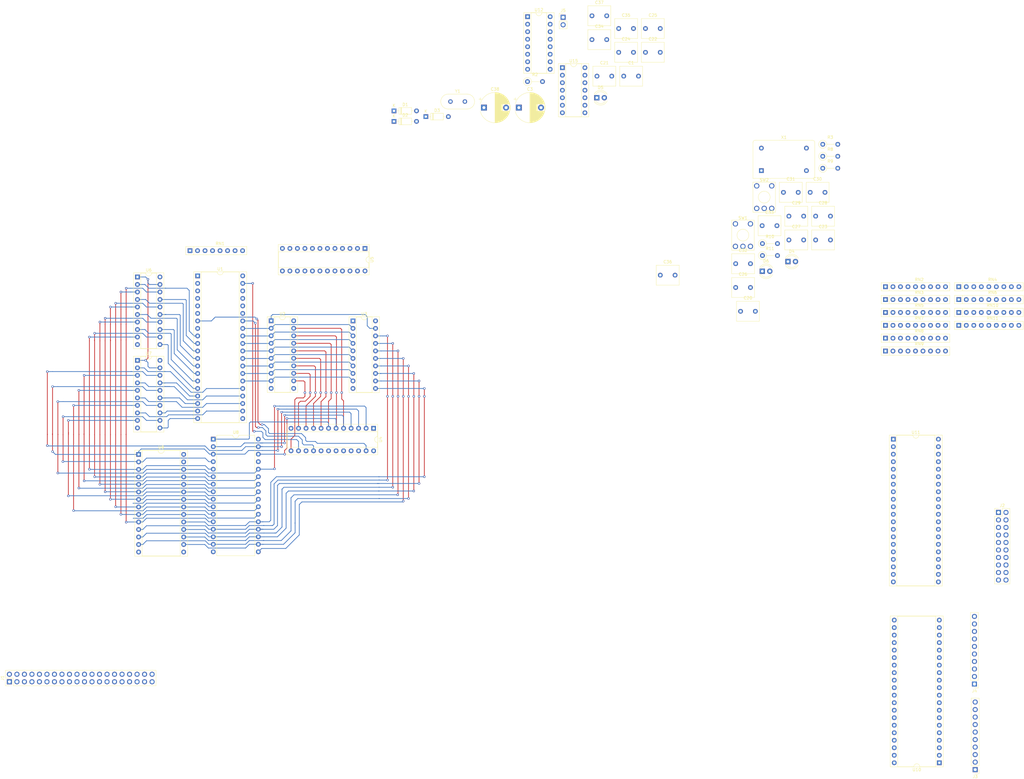
<source format=kicad_pcb>
(kicad_pcb (version 20171130) (host pcbnew 5.1.10)
  (layers (0 F.Cu signal) (1 In1.Cu power) (2 In2.Cu power) (31 B.Cu signal) (34 B.Paste user) (35 F.Paste user) (36 B.SilkS user) (37 F.SilkS user) (38 B.Mask user) (39 F.Mask user) (44 Edge.Cuts user))
  (net 0 "")
  (net 1 GND)
  (net 2 ACIA_XTAL2)
  (net 3 CPU_RESN)
  (net 4 +5V)
  (net 5 "Net-(D1-Pad1)")
  (net 6 CPU_IRQN)
  (net 7 "Net-(D2-Pad1)")
  (net 8 "Net-(D4-Pad2)")
  (net 9 "Net-(D5-Pad2)")
  (net 10 ACIA_TXD)
  (net 11 ACIA_RXD)
  (net 12 "Net-(D6-Pad2)")
  (net 13 BUS_A0)
  (net 14 BUS_A1)
  (net 15 BUS_A2)
  (net 16 BUS_A3)
  (net 17 BUS_A4)
  (net 18 BUS_A5)
  (net 19 BUS_A6)
  (net 20 BUS_A7)
  (net 21 BUS_A8)
  (net 22 BUS_A9)
  (net 23 BUS_A10)
  (net 24 BUS_A11)
  (net 25 BUS_A12)
  (net 26 BUS_A13)
  (net 27 BUS_A14)
  (net 28 BUS_A15)
  (net 29 BUS_A16)
  (net 30 BUS_A17)
  (net 31 BUS_A18)
  (net 32 BUS_A19)
  (net 33 BUS_A20)
  (net 34 BUS_A21)
  (net 35 BUS_A22)
  (net 36 BUS_A23)
  (net 37 BUS_A24)
  (net 38 BUS_DEV_WR_N)
  (net 39 BUS_DEV_OE_N)
  (net 40 BUS_D7)
  (net 41 BUS_D6)
  (net 42 BUS_D5)
  (net 43 BUS_D4)
  (net 44 BUS_D3)
  (net 45 BUS_D2)
  (net 46 BUS_D1)
  (net 47 BUS_D0)
  (net 48 CPU_PHI2)
  (net 49 CPU_PHI1)
  (net 50 "Net-(J2-Pad2)")
  (net 51 "Net-(J2-Pad3)")
  (net 52 "Net-(J2-Pad4)")
  (net 53 "Net-(J2-Pad5)")
  (net 54 "Net-(J2-Pad6)")
  (net 55 "Net-(J2-Pad7)")
  (net 56 "Net-(J2-Pad8)")
  (net 57 "Net-(J2-Pad9)")
  (net 58 "Net-(J2-Pad10)")
  (net 59 "Net-(J2-Pad12)")
  (net 60 ACIA_DCD)
  (net 61 ACIA_DSR)
  (net 62 ACIA_DTR)
  (net 63 ACIA_CTS)
  (net 64 ACIA_RTS)
  (net 65 VIA_CA2)
  (net 66 VIA_CA1)
  (net 67 VIA_PA7)
  (net 68 VIA_PA6)
  (net 69 VIA_PA5)
  (net 70 VIA_PA4)
  (net 71 VIA_PA3)
  (net 72 VIA_PA2)
  (net 73 VIA_PA1)
  (net 74 IO_ROMDIS_N)
  (net 75 VIA_PB0)
  (net 76 VIA_PB1)
  (net 77 VIA_PB2)
  (net 78 VIA_PB3)
  (net 79 VIA_PB4)
  (net 80 VIA_PB5)
  (net 81 VIA_PB6)
  (net 82 VIA_PB7)
  (net 83 VIA_CB1)
  (net 84 VIA_CB2)
  (net 85 ROM_0_WE_N)
  (net 86 ACIA_XTAL1)
  (net 87 CPU_RDY)
  (net 88 CPU_ABORTN)
  (net 89 CPU_NMIN)
  (net 90 CPU_BE)
  (net 91 CPU_VPN)
  (net 92 CPU_A12)
  (net 93 CPU_A13)
  (net 94 CPU_A14)
  (net 95 CPU_MLN)
  (net 96 CPU_A15)
  (net 97 CPU_D7)
  (net 98 CPU_VPA)
  (net 99 CPU_D6)
  (net 100 CPU_D5)
  (net 101 CPU_A0)
  (net 102 CPU_D4)
  (net 103 CPU_A1)
  (net 104 CPU_D3)
  (net 105 CPU_A2)
  (net 106 CPU_D2)
  (net 107 CPU_A3)
  (net 108 CPU_D1)
  (net 109 CPU_A4)
  (net 110 CPU_D0)
  (net 111 CPU_A5)
  (net 112 CPU_RW)
  (net 113 CPU_A6)
  (net 114 CPU_EN)
  (net 115 CPU_A7)
  (net 116 CPU_A8)
  (net 117 CPU_A9)
  (net 118 CPU_MXN)
  (net 119 CPU_A10)
  (net 120 CPU_VDA)
  (net 121 CPU_A11)
  (net 122 BUS_DA_LATCH_LE)
  (net 123 BUS_DA_LATCH_OE_N)
  (net 124 BUS_DA_LATCH_DIR)
  (net 125 BUS_PAGERAM_N)
  (net 126 BUS_HIGHMMIO_N)
  (net 127 BUS_HIGHRAM_N)
  (net 128 BUS_BANK0_IO_N)
  (net 129 BUS_BANK0_RAM_N)
  (net 130 BUS_BANK0_ROM_N)
  (net 131 "Net-(U5-Pad23)")
  (net 132 "Net-(U5-Pad11)")
  (net 133 "Net-(U5-Pad10)")
  (net 134 "Net-(U5-Pad9)")
  (net 135 BUS_IO_DEVICE_EN)
  (net 136 "Net-(U5-Pad8)")
  (net 137 "Net-(U5-Pad19)")
  (net 138 "Net-(U5-Pad7)")
  (net 139 "Net-(U5-Pad18)")
  (net 140 "Net-(U5-Pad14)")
  (net 141 "Net-(U5-Pad13)")
  (net 142 BUS_BANK0_OE_N)
  (net 143 IO_CSEN_1_N)
  (net 144 ACIA_RXC)
  (net 145 IO_CSEN_0_N)
  (net 146 IO_CSEN_6_N)
  (net 147 IO_CSEN_5_N)
  (net 148 IO_CSEN_4_N)
  (net 149 IO_CSEN_3_N)
  (net 150 IO_CSEN_2_N)
  (net 151 IO_CSEN_7_N)
  (net 152 "Net-(U15-Pad3)")
  (net 153 "Net-(X1-Pad1)")
  (net 154 "Net-(RN6-Pad9)")
  (net 155 "Net-(RN6-Pad8)")
  (net 156 "Net-(RN6-Pad7)")
  (net 157 "Net-(RN6-Pad6)")
  (net 158 "Net-(RN11-Pad9)")
  (net 159 "Net-(RN11-Pad8)")
  (net 160 "Net-(RN11-Pad7)")
  (net 161 "Net-(RN11-Pad6)")
  (module Resistor_THT:R_Array_SIP9 (layer F.Cu) (at 340.776 49.626)
    (fp_text reference RN11 (at 11.43 -2.4) (layer F.SilkS))
    (fp_text value 1K)
    (pad 9 thru_hole oval (at 20.32 0) (size 1.6 1.6) (drill 0.8) (layers *.Cu *.Mask) (net 158 "Net-(RN11-Pad9)"))
    (pad 8 thru_hole oval (at 17.78 0) (size 1.6 1.6) (drill 0.8) (layers *.Cu *.Mask) (net 159 "Net-(RN11-Pad8)"))
    (pad 7 thru_hole oval (at 15.24 0) (size 1.6 1.6) (drill 0.8) (layers *.Cu *.Mask) (net 160 "Net-(RN11-Pad7)"))
    (pad 6 thru_hole oval (at 12.7 0) (size 1.6 1.6) (drill 0.8) (layers *.Cu *.Mask) (net 161 "Net-(RN11-Pad6)"))
    (pad 5 thru_hole oval (at 10.16 0) (size 1.6 1.6) (drill 0.8) (layers *.Cu *.Mask) (net 38 BUS_DEV_WR_N))
    (pad 4 thru_hole oval (at 7.62 0) (size 1.6 1.6) (drill 0.8) (layers *.Cu *.Mask) (net 39 BUS_DEV_OE_N))
    (pad 3 thru_hole oval (at 5.08 0) (size 1.6 1.6) (drill 0.8) (layers *.Cu *.Mask) (net 48 CPU_PHI2))
    (pad 2 thru_hole oval (at 2.54 0) (size 1.6 1.6) (drill 0.8) (layers *.Cu *.Mask) (net 49 CPU_PHI1))
    (pad 1 thru_hole rect (at 0 0) (size 1.6 1.6) (drill 0.8) (layers *.Cu *.Mask) (net 4 +5V))
  )
  (module Resistor_THT:R_Array_SIP9 (layer F.Cu) (at 340.776 45.276)
    (fp_text reference RN10 (at 11.43 -2.4) (layer F.SilkS))
    (fp_text value 1K)
    (pad 9 thru_hole oval (at 20.32 0) (size 1.6 1.6) (drill 0.8) (layers *.Cu *.Mask) (net 36 BUS_A23))
    (pad 8 thru_hole oval (at 17.78 0) (size 1.6 1.6) (drill 0.8) (layers *.Cu *.Mask) (net 35 BUS_A22))
    (pad 7 thru_hole oval (at 15.24 0) (size 1.6 1.6) (drill 0.8) (layers *.Cu *.Mask) (net 34 BUS_A21))
    (pad 6 thru_hole oval (at 12.7 0) (size 1.6 1.6) (drill 0.8) (layers *.Cu *.Mask) (net 33 BUS_A20))
    (pad 5 thru_hole oval (at 10.16 0) (size 1.6 1.6) (drill 0.8) (layers *.Cu *.Mask) (net 32 BUS_A19))
    (pad 4 thru_hole oval (at 7.62 0) (size 1.6 1.6) (drill 0.8) (layers *.Cu *.Mask) (net 31 BUS_A18))
    (pad 3 thru_hole oval (at 5.08 0) (size 1.6 1.6) (drill 0.8) (layers *.Cu *.Mask) (net 30 BUS_A17))
    (pad 2 thru_hole oval (at 2.54 0) (size 1.6 1.6) (drill 0.8) (layers *.Cu *.Mask) (net 29 BUS_A16))
    (pad 1 thru_hole rect (at 0 0) (size 1.6 1.6) (drill 0.8) (layers *.Cu *.Mask) (net 4 +5V))
  )
  (module Resistor_THT:R_Array_SIP9 (layer F.Cu) (at 315.976 58.326)
    (fp_text reference RN9 (at 11.43 -2.4) (layer F.SilkS))
    (fp_text value 1K)
    (pad 9 thru_hole oval (at 20.32 0) (size 1.6 1.6) (drill 0.8) (layers *.Cu *.Mask) (net 28 BUS_A15))
    (pad 8 thru_hole oval (at 17.78 0) (size 1.6 1.6) (drill 0.8) (layers *.Cu *.Mask) (net 27 BUS_A14))
    (pad 7 thru_hole oval (at 15.24 0) (size 1.6 1.6) (drill 0.8) (layers *.Cu *.Mask) (net 26 BUS_A13))
    (pad 6 thru_hole oval (at 12.7 0) (size 1.6 1.6) (drill 0.8) (layers *.Cu *.Mask) (net 25 BUS_A12))
    (pad 5 thru_hole oval (at 10.16 0) (size 1.6 1.6) (drill 0.8) (layers *.Cu *.Mask) (net 24 BUS_A11))
    (pad 4 thru_hole oval (at 7.62 0) (size 1.6 1.6) (drill 0.8) (layers *.Cu *.Mask) (net 23 BUS_A10))
    (pad 3 thru_hole oval (at 5.08 0) (size 1.6 1.6) (drill 0.8) (layers *.Cu *.Mask) (net 22 BUS_A9))
    (pad 2 thru_hole oval (at 2.54 0) (size 1.6 1.6) (drill 0.8) (layers *.Cu *.Mask) (net 21 BUS_A8))
    (pad 1 thru_hole rect (at 0 0) (size 1.6 1.6) (drill 0.8) (layers *.Cu *.Mask) (net 4 +5V))
  )
  (module Resistor_THT:R_Array_SIP9 (layer F.Cu) (at 315.976 53.976)
    (fp_text reference RN8 (at 11.43 -2.4) (layer F.SilkS))
    (fp_text value 1K)
    (pad 9 thru_hole oval (at 20.32 0) (size 1.6 1.6) (drill 0.8) (layers *.Cu *.Mask) (net 20 BUS_A7))
    (pad 8 thru_hole oval (at 17.78 0) (size 1.6 1.6) (drill 0.8) (layers *.Cu *.Mask) (net 19 BUS_A6))
    (pad 7 thru_hole oval (at 15.24 0) (size 1.6 1.6) (drill 0.8) (layers *.Cu *.Mask) (net 18 BUS_A5))
    (pad 6 thru_hole oval (at 12.7 0) (size 1.6 1.6) (drill 0.8) (layers *.Cu *.Mask) (net 17 BUS_A4))
    (pad 5 thru_hole oval (at 10.16 0) (size 1.6 1.6) (drill 0.8) (layers *.Cu *.Mask) (net 16 BUS_A3))
    (pad 4 thru_hole oval (at 7.62 0) (size 1.6 1.6) (drill 0.8) (layers *.Cu *.Mask) (net 15 BUS_A2))
    (pad 3 thru_hole oval (at 5.08 0) (size 1.6 1.6) (drill 0.8) (layers *.Cu *.Mask) (net 14 BUS_A1))
    (pad 2 thru_hole oval (at 2.54 0) (size 1.6 1.6) (drill 0.8) (layers *.Cu *.Mask) (net 13 BUS_A0))
    (pad 1 thru_hole rect (at 0 0) (size 1.6 1.6) (drill 0.8) (layers *.Cu *.Mask) (net 4 +5V))
  )
  (module Resistor_THT:R_Array_SIP9 (layer F.Cu) (at 315.976 49.626)
    (fp_text reference RN7 (at 11.43 -2.4) (layer F.SilkS))
    (fp_text value 1K)
    (pad 9 thru_hole oval (at 20.32 0) (size 1.6 1.6) (drill 0.8) (layers *.Cu *.Mask) (net 40 BUS_D7))
    (pad 8 thru_hole oval (at 17.78 0) (size 1.6 1.6) (drill 0.8) (layers *.Cu *.Mask) (net 41 BUS_D6))
    (pad 7 thru_hole oval (at 15.24 0) (size 1.6 1.6) (drill 0.8) (layers *.Cu *.Mask) (net 42 BUS_D5))
    (pad 6 thru_hole oval (at 12.7 0) (size 1.6 1.6) (drill 0.8) (layers *.Cu *.Mask) (net 43 BUS_D4))
    (pad 5 thru_hole oval (at 10.16 0) (size 1.6 1.6) (drill 0.8) (layers *.Cu *.Mask) (net 44 BUS_D3))
    (pad 4 thru_hole oval (at 7.62 0) (size 1.6 1.6) (drill 0.8) (layers *.Cu *.Mask) (net 45 BUS_D2))
    (pad 3 thru_hole oval (at 5.08 0) (size 1.6 1.6) (drill 0.8) (layers *.Cu *.Mask) (net 46 BUS_D1))
    (pad 2 thru_hole oval (at 2.54 0) (size 1.6 1.6) (drill 0.8) (layers *.Cu *.Mask) (net 47 BUS_D0))
    (pad 1 thru_hole rect (at 0 0) (size 1.6 1.6) (drill 0.8) (layers *.Cu *.Mask) (net 4 +5V))
  )
  (module Resistor_THT:R_Array_SIP9 (layer F.Cu) (at 340.776 40.926)
    (fp_text reference RN6 (at 11.43 -2.4) (layer F.SilkS))
    (fp_text value 1K)
    (pad 9 thru_hole oval (at 20.32 0) (size 1.6 1.6) (drill 0.8) (layers *.Cu *.Mask) (net 154 "Net-(RN6-Pad9)"))
    (pad 8 thru_hole oval (at 17.78 0) (size 1.6 1.6) (drill 0.8) (layers *.Cu *.Mask) (net 155 "Net-(RN6-Pad8)"))
    (pad 7 thru_hole oval (at 15.24 0) (size 1.6 1.6) (drill 0.8) (layers *.Cu *.Mask) (net 156 "Net-(RN6-Pad7)"))
    (pad 6 thru_hole oval (at 12.7 0) (size 1.6 1.6) (drill 0.8) (layers *.Cu *.Mask) (net 157 "Net-(RN6-Pad6)"))
    (pad 5 thru_hole oval (at 10.16 0) (size 1.6 1.6) (drill 0.8) (layers *.Cu *.Mask) (net 38 BUS_DEV_WR_N))
    (pad 4 thru_hole oval (at 7.62 0) (size 1.6 1.6) (drill 0.8) (layers *.Cu *.Mask) (net 39 BUS_DEV_OE_N))
    (pad 3 thru_hole oval (at 5.08 0) (size 1.6 1.6) (drill 0.8) (layers *.Cu *.Mask) (net 48 CPU_PHI2))
    (pad 2 thru_hole oval (at 2.54 0) (size 1.6 1.6) (drill 0.8) (layers *.Cu *.Mask) (net 49 CPU_PHI1))
    (pad 1 thru_hole rect (at 0 0) (size 1.6 1.6) (drill 0.8) (layers *.Cu *.Mask) (net 1 GND))
  )
  (module Resistor_THT:R_Array_SIP9 (layer F.Cu) (at 315.976 45.276)
    (fp_text reference RN5 (at 11.43 -2.4) (layer F.SilkS))
    (fp_text value 1K)
    (pad 9 thru_hole oval (at 20.32 0) (size 1.6 1.6) (drill 0.8) (layers *.Cu *.Mask) (net 36 BUS_A23))
    (pad 8 thru_hole oval (at 17.78 0) (size 1.6 1.6) (drill 0.8) (layers *.Cu *.Mask) (net 35 BUS_A22))
    (pad 7 thru_hole oval (at 15.24 0) (size 1.6 1.6) (drill 0.8) (layers *.Cu *.Mask) (net 34 BUS_A21))
    (pad 6 thru_hole oval (at 12.7 0) (size 1.6 1.6) (drill 0.8) (layers *.Cu *.Mask) (net 33 BUS_A20))
    (pad 5 thru_hole oval (at 10.16 0) (size 1.6 1.6) (drill 0.8) (layers *.Cu *.Mask) (net 32 BUS_A19))
    (pad 4 thru_hole oval (at 7.62 0) (size 1.6 1.6) (drill 0.8) (layers *.Cu *.Mask) (net 31 BUS_A18))
    (pad 3 thru_hole oval (at 5.08 0) (size 1.6 1.6) (drill 0.8) (layers *.Cu *.Mask) (net 30 BUS_A17))
    (pad 2 thru_hole oval (at 2.54 0) (size 1.6 1.6) (drill 0.8) (layers *.Cu *.Mask) (net 29 BUS_A16))
    (pad 1 thru_hole rect (at 0 0) (size 1.6 1.6) (drill 0.8) (layers *.Cu *.Mask) (net 1 GND))
  )
  (module Resistor_THT:R_Array_SIP9 (layer F.Cu) (at 340.776 36.576)
    (fp_text reference RN4 (at 11.43 -2.4) (layer F.SilkS))
    (fp_text value 1K)
    (pad 9 thru_hole oval (at 20.32 0) (size 1.6 1.6) (drill 0.8) (layers *.Cu *.Mask) (net 28 BUS_A15))
    (pad 8 thru_hole oval (at 17.78 0) (size 1.6 1.6) (drill 0.8) (layers *.Cu *.Mask) (net 27 BUS_A14))
    (pad 7 thru_hole oval (at 15.24 0) (size 1.6 1.6) (drill 0.8) (layers *.Cu *.Mask) (net 26 BUS_A13))
    (pad 6 thru_hole oval (at 12.7 0) (size 1.6 1.6) (drill 0.8) (layers *.Cu *.Mask) (net 25 BUS_A12))
    (pad 5 thru_hole oval (at 10.16 0) (size 1.6 1.6) (drill 0.8) (layers *.Cu *.Mask) (net 24 BUS_A11))
    (pad 4 thru_hole oval (at 7.62 0) (size 1.6 1.6) (drill 0.8) (layers *.Cu *.Mask) (net 23 BUS_A10))
    (pad 3 thru_hole oval (at 5.08 0) (size 1.6 1.6) (drill 0.8) (layers *.Cu *.Mask) (net 22 BUS_A9))
    (pad 2 thru_hole oval (at 2.54 0) (size 1.6 1.6) (drill 0.8) (layers *.Cu *.Mask) (net 21 BUS_A8))
    (pad 1 thru_hole rect (at 0 0) (size 1.6 1.6) (drill 0.8) (layers *.Cu *.Mask) (net 1 GND))
  )
  (module Resistor_THT:R_Array_SIP9 (layer F.Cu) (at 315.976 40.926)
    (fp_text reference RN3 (at 11.43 -2.4) (layer F.SilkS))
    (fp_text value 1K)
    (pad 9 thru_hole oval (at 20.32 0) (size 1.6 1.6) (drill 0.8) (layers *.Cu *.Mask) (net 20 BUS_A7))
    (pad 8 thru_hole oval (at 17.78 0) (size 1.6 1.6) (drill 0.8) (layers *.Cu *.Mask) (net 19 BUS_A6))
    (pad 7 thru_hole oval (at 15.24 0) (size 1.6 1.6) (drill 0.8) (layers *.Cu *.Mask) (net 18 BUS_A5))
    (pad 6 thru_hole oval (at 12.7 0) (size 1.6 1.6) (drill 0.8) (layers *.Cu *.Mask) (net 17 BUS_A4))
    (pad 5 thru_hole oval (at 10.16 0) (size 1.6 1.6) (drill 0.8) (layers *.Cu *.Mask) (net 16 BUS_A3))
    (pad 4 thru_hole oval (at 7.62 0) (size 1.6 1.6) (drill 0.8) (layers *.Cu *.Mask) (net 15 BUS_A2))
    (pad 3 thru_hole oval (at 5.08 0) (size 1.6 1.6) (drill 0.8) (layers *.Cu *.Mask) (net 14 BUS_A1))
    (pad 2 thru_hole oval (at 2.54 0) (size 1.6 1.6) (drill 0.8) (layers *.Cu *.Mask) (net 13 BUS_A0))
    (pad 1 thru_hole rect (at 0 0) (size 1.6 1.6) (drill 0.8) (layers *.Cu *.Mask) (net 1 GND))
  )
  (module Resistor_THT:R_Array_SIP9 (layer F.Cu) (at 315.976 36.576)
    (fp_text reference RN2 (at 11.43 -2.4) (layer F.SilkS))
    (fp_text value 1K)
    (pad 9 thru_hole oval (at 20.32 0) (size 1.6 1.6) (drill 0.8) (layers *.Cu *.Mask) (net 40 BUS_D7))
    (pad 8 thru_hole oval (at 17.78 0) (size 1.6 1.6) (drill 0.8) (layers *.Cu *.Mask) (net 41 BUS_D6))
    (pad 7 thru_hole oval (at 15.24 0) (size 1.6 1.6) (drill 0.8) (layers *.Cu *.Mask) (net 42 BUS_D5))
    (pad 6 thru_hole oval (at 12.7 0) (size 1.6 1.6) (drill 0.8) (layers *.Cu *.Mask) (net 43 BUS_D4))
    (pad 5 thru_hole oval (at 10.16 0) (size 1.6 1.6) (drill 0.8) (layers *.Cu *.Mask) (net 44 BUS_D3))
    (pad 4 thru_hole oval (at 7.62 0) (size 1.6 1.6) (drill 0.8) (layers *.Cu *.Mask) (net 45 BUS_D2))
    (pad 3 thru_hole oval (at 5.08 0) (size 1.6 1.6) (drill 0.8) (layers *.Cu *.Mask) (net 46 BUS_D1))
    (pad 2 thru_hole oval (at 2.54 0) (size 1.6 1.6) (drill 0.8) (layers *.Cu *.Mask) (net 47 BUS_D0))
    (pad 1 thru_hole rect (at 0 0) (size 1.6 1.6) (drill 0.8) (layers *.Cu *.Mask) (net 1 GND))
  )
  (module Package_DIP:DIP-28_W15.24mm_Socket (layer F.Cu) (at 63.396 93.278)
    (fp_text reference U9 (at 7.62 -2.33) (layer F.SilkS))
    (fp_text value 28C256)
    (pad 28 thru_hole oval (at 15.24 0) (size 1.6 1.6) (drill 0.8) (layers *.Cu *.Mask) (net 4 +5V))
    (pad 14 thru_hole oval (at 0 33.02) (size 1.6 1.6) (drill 0.8) (layers *.Cu *.Mask) (net 1 GND))
    (pad 27 thru_hole oval (at 15.24 2.54) (size 1.6 1.6) (drill 0.8) (layers *.Cu *.Mask) (net 85 ROM_0_WE_N))
    (pad 13 thru_hole oval (at 0 30.48) (size 1.6 1.6) (drill 0.8) (layers *.Cu *.Mask) (net 45 BUS_D2))
    (pad 26 thru_hole oval (at 15.24 5.08) (size 1.6 1.6) (drill 0.8) (layers *.Cu *.Mask) (net 26 BUS_A13))
    (pad 12 thru_hole oval (at 0 27.94) (size 1.6 1.6) (drill 0.8) (layers *.Cu *.Mask) (net 46 BUS_D1))
    (pad 25 thru_hole oval (at 15.24 7.62) (size 1.6 1.6) (drill 0.8) (layers *.Cu *.Mask) (net 21 BUS_A8))
    (pad 11 thru_hole oval (at 0 25.4) (size 1.6 1.6) (drill 0.8) (layers *.Cu *.Mask) (net 47 BUS_D0))
    (pad 24 thru_hole oval (at 15.24 10.16) (size 1.6 1.6) (drill 0.8) (layers *.Cu *.Mask) (net 22 BUS_A9))
    (pad 10 thru_hole oval (at 0 22.86) (size 1.6 1.6) (drill 0.8) (layers *.Cu *.Mask) (net 13 BUS_A0))
    (pad 23 thru_hole oval (at 15.24 12.7) (size 1.6 1.6) (drill 0.8) (layers *.Cu *.Mask) (net 24 BUS_A11))
    (pad 9 thru_hole oval (at 0 20.32) (size 1.6 1.6) (drill 0.8) (layers *.Cu *.Mask) (net 14 BUS_A1))
    (pad 22 thru_hole oval (at 15.24 15.24) (size 1.6 1.6) (drill 0.8) (layers *.Cu *.Mask) (net 142 BUS_BANK0_OE_N))
    (pad 8 thru_hole oval (at 0 17.78) (size 1.6 1.6) (drill 0.8) (layers *.Cu *.Mask) (net 15 BUS_A2))
    (pad 21 thru_hole oval (at 15.24 17.78) (size 1.6 1.6) (drill 0.8) (layers *.Cu *.Mask) (net 23 BUS_A10))
    (pad 7 thru_hole oval (at 0 15.24) (size 1.6 1.6) (drill 0.8) (layers *.Cu *.Mask) (net 16 BUS_A3))
    (pad 20 thru_hole oval (at 15.24 20.32) (size 1.6 1.6) (drill 0.8) (layers *.Cu *.Mask) (net 130 BUS_BANK0_ROM_N))
    (pad 6 thru_hole oval (at 0 12.7) (size 1.6 1.6) (drill 0.8) (layers *.Cu *.Mask) (net 17 BUS_A4))
    (pad 19 thru_hole oval (at 15.24 22.86) (size 1.6 1.6) (drill 0.8) (layers *.Cu *.Mask) (net 40 BUS_D7))
    (pad 5 thru_hole oval (at 0 10.16) (size 1.6 1.6) (drill 0.8) (layers *.Cu *.Mask) (net 18 BUS_A5))
    (pad 18 thru_hole oval (at 15.24 25.4) (size 1.6 1.6) (drill 0.8) (layers *.Cu *.Mask) (net 41 BUS_D6))
    (pad 4 thru_hole oval (at 0 7.62) (size 1.6 1.6) (drill 0.8) (layers *.Cu *.Mask) (net 19 BUS_A6))
    (pad 17 thru_hole oval (at 15.24 27.94) (size 1.6 1.6) (drill 0.8) (layers *.Cu *.Mask) (net 42 BUS_D5))
    (pad 3 thru_hole oval (at 0 5.08) (size 1.6 1.6) (drill 0.8) (layers *.Cu *.Mask) (net 20 BUS_A7))
    (pad 16 thru_hole oval (at 15.24 30.48) (size 1.6 1.6) (drill 0.8) (layers *.Cu *.Mask) (net 43 BUS_D4))
    (pad 2 thru_hole oval (at 0 2.54) (size 1.6 1.6) (drill 0.8) (layers *.Cu *.Mask) (net 25 BUS_A12))
    (pad 15 thru_hole oval (at 15.24 33.02) (size 1.6 1.6) (drill 0.8) (layers *.Cu *.Mask) (net 44 BUS_D3))
    (pad 1 thru_hole rect (at 0 0) (size 1.6 1.6) (drill 0.8) (layers *.Cu *.Mask) (net 27 BUS_A14))
  )
  (module Package_DIP:DIP-24_W7.62mm_Socket (layer F.Cu) (at 139.954 23.622 270)
    (fp_text reference U5 (at 3.81 -2.33 90) (layer F.SilkS))
    (fp_text value PAL20L8)
    (pad 24 thru_hole oval (at 7.62 0 270) (size 1.6 1.6) (drill 0.8) (layers *.Cu *.Mask) (net 4 +5V))
    (pad 12 thru_hole oval (at 0 27.94 270) (size 1.6 1.6) (drill 0.8) (layers *.Cu *.Mask) (net 1 GND))
    (pad 23 thru_hole oval (at 7.62 2.54 270) (size 1.6 1.6) (drill 0.8) (layers *.Cu *.Mask) (net 131 "Net-(U5-Pad23)"))
    (pad 11 thru_hole oval (at 0 25.4 270) (size 1.6 1.6) (drill 0.8) (layers *.Cu *.Mask) (net 132 "Net-(U5-Pad11)"))
    (pad 22 thru_hole oval (at 7.62 5.08 270) (size 1.6 1.6) (drill 0.8) (layers *.Cu *.Mask) (net 39 BUS_DEV_OE_N))
    (pad 10 thru_hole oval (at 0 22.86 270) (size 1.6 1.6) (drill 0.8) (layers *.Cu *.Mask) (net 133 "Net-(U5-Pad10)"))
    (pad 21 thru_hole oval (at 7.62 7.62 270) (size 1.6 1.6) (drill 0.8) (layers *.Cu *.Mask) (net 38 BUS_DEV_WR_N))
    (pad 9 thru_hole oval (at 0 20.32 270) (size 1.6 1.6) (drill 0.8) (layers *.Cu *.Mask) (net 134 "Net-(U5-Pad9)"))
    (pad 20 thru_hole oval (at 7.62 10.16 270) (size 1.6 1.6) (drill 0.8) (layers *.Cu *.Mask) (net 135 BUS_IO_DEVICE_EN))
    (pad 8 thru_hole oval (at 0 17.78 270) (size 1.6 1.6) (drill 0.8) (layers *.Cu *.Mask) (net 136 "Net-(U5-Pad8)"))
    (pad 19 thru_hole oval (at 7.62 12.7 270) (size 1.6 1.6) (drill 0.8) (layers *.Cu *.Mask) (net 137 "Net-(U5-Pad19)"))
    (pad 7 thru_hole oval (at 0 15.24 270) (size 1.6 1.6) (drill 0.8) (layers *.Cu *.Mask) (net 138 "Net-(U5-Pad7)"))
    (pad 18 thru_hole oval (at 7.62 15.24 270) (size 1.6 1.6) (drill 0.8) (layers *.Cu *.Mask) (net 139 "Net-(U5-Pad18)"))
    (pad 6 thru_hole oval (at 0 12.7 270) (size 1.6 1.6) (drill 0.8) (layers *.Cu *.Mask) (net 98 CPU_VPA))
    (pad 17 thru_hole oval (at 7.62 17.78 270) (size 1.6 1.6) (drill 0.8) (layers *.Cu *.Mask) (net 124 BUS_DA_LATCH_DIR))
    (pad 5 thru_hole oval (at 0 10.16 270) (size 1.6 1.6) (drill 0.8) (layers *.Cu *.Mask) (net 120 CPU_VDA))
    (pad 16 thru_hole oval (at 7.62 20.32 270) (size 1.6 1.6) (drill 0.8) (layers *.Cu *.Mask) (net 122 BUS_DA_LATCH_LE))
    (pad 4 thru_hole oval (at 0 7.62 270) (size 1.6 1.6) (drill 0.8) (layers *.Cu *.Mask) (net 87 CPU_RDY))
    (pad 15 thru_hole oval (at 7.62 22.86 270) (size 1.6 1.6) (drill 0.8) (layers *.Cu *.Mask) (net 123 BUS_DA_LATCH_OE_N))
    (pad 3 thru_hole oval (at 0 5.08 270) (size 1.6 1.6) (drill 0.8) (layers *.Cu *.Mask) (net 112 CPU_RW))
    (pad 14 thru_hole oval (at 7.62 25.4 270) (size 1.6 1.6) (drill 0.8) (layers *.Cu *.Mask) (net 140 "Net-(U5-Pad14)"))
    (pad 2 thru_hole oval (at 0 2.54 270) (size 1.6 1.6) (drill 0.8) (layers *.Cu *.Mask) (net 90 CPU_BE))
    (pad 13 thru_hole oval (at 7.62 27.94 270) (size 1.6 1.6) (drill 0.8) (layers *.Cu *.Mask) (net 141 "Net-(U5-Pad13)"))
    (pad 1 thru_hole rect (at 0 0 270) (size 1.6 1.6) (drill 0.8) (layers *.Cu *.Mask) (net 48 CPU_PHI2))
  )
  (module Package_DIP:DIP-24_W7.62mm_Socket (layer F.Cu) (at 142.875 84.455 270)
    (fp_text reference U4 (at 3.81 -2.33 90) (layer F.SilkS))
    (fp_text value PAL20L8)
    (pad 24 thru_hole oval (at 7.62 0 270) (size 1.6 1.6) (drill 0.8) (layers *.Cu *.Mask) (net 4 +5V))
    (pad 12 thru_hole oval (at 0 27.94 270) (size 1.6 1.6) (drill 0.8) (layers *.Cu *.Mask) (net 1 GND))
    (pad 23 thru_hole oval (at 7.62 2.54 270) (size 1.6 1.6) (drill 0.8) (layers *.Cu *.Mask) (net 98 CPU_VPA))
    (pad 11 thru_hole oval (at 0 25.4 270) (size 1.6 1.6) (drill 0.8) (layers *.Cu *.Mask) (net 35 BUS_A22))
    (pad 22 thru_hole oval (at 7.62 5.08 270) (size 1.6 1.6) (drill 0.8) (layers *.Cu *.Mask) (net 130 BUS_BANK0_ROM_N))
    (pad 10 thru_hole oval (at 0 22.86 270) (size 1.6 1.6) (drill 0.8) (layers *.Cu *.Mask) (net 34 BUS_A21))
    (pad 21 thru_hole oval (at 7.62 7.62 270) (size 1.6 1.6) (drill 0.8) (layers *.Cu *.Mask) (net 129 BUS_BANK0_RAM_N))
    (pad 9 thru_hole oval (at 0 20.32 270) (size 1.6 1.6) (drill 0.8) (layers *.Cu *.Mask) (net 33 BUS_A20))
    (pad 20 thru_hole oval (at 7.62 10.16 270) (size 1.6 1.6) (drill 0.8) (layers *.Cu *.Mask) (net 128 BUS_BANK0_IO_N))
    (pad 8 thru_hole oval (at 0 17.78 270) (size 1.6 1.6) (drill 0.8) (layers *.Cu *.Mask) (net 32 BUS_A19))
    (pad 19 thru_hole oval (at 7.62 12.7 270) (size 1.6 1.6) (drill 0.8) (layers *.Cu *.Mask) (net 127 BUS_HIGHRAM_N))
    (pad 7 thru_hole oval (at 0 15.24 270) (size 1.6 1.6) (drill 0.8) (layers *.Cu *.Mask) (net 31 BUS_A18))
    (pad 18 thru_hole oval (at 7.62 15.24 270) (size 1.6 1.6) (drill 0.8) (layers *.Cu *.Mask) (net 126 BUS_HIGHMMIO_N))
    (pad 6 thru_hole oval (at 0 12.7 270) (size 1.6 1.6) (drill 0.8) (layers *.Cu *.Mask) (net 30 BUS_A17))
    (pad 17 thru_hole oval (at 7.62 17.78 270) (size 1.6 1.6) (drill 0.8) (layers *.Cu *.Mask) (net 125 BUS_PAGERAM_N))
    (pad 5 thru_hole oval (at 0 10.16 270) (size 1.6 1.6) (drill 0.8) (layers *.Cu *.Mask) (net 29 BUS_A16))
    (pad 16 thru_hole oval (at 7.62 20.32 270) (size 1.6 1.6) (drill 0.8) (layers *.Cu *.Mask) (net 112 CPU_RW))
    (pad 4 thru_hole oval (at 0 7.62 270) (size 1.6 1.6) (drill 0.8) (layers *.Cu *.Mask) (net 28 BUS_A15))
    (pad 15 thru_hole oval (at 7.62 22.86 270) (size 1.6 1.6) (drill 0.8) (layers *.Cu *.Mask) (net 74 IO_ROMDIS_N))
    (pad 3 thru_hole oval (at 0 5.08 270) (size 1.6 1.6) (drill 0.8) (layers *.Cu *.Mask) (net 27 BUS_A14))
    (pad 14 thru_hole oval (at 7.62 25.4 270) (size 1.6 1.6) (drill 0.8) (layers *.Cu *.Mask) (net 120 CPU_VDA))
    (pad 2 thru_hole oval (at 0 2.54 270) (size 1.6 1.6) (drill 0.8) (layers *.Cu *.Mask) (net 26 BUS_A13))
    (pad 13 thru_hole oval (at 7.62 27.94 270) (size 1.6 1.6) (drill 0.8) (layers *.Cu *.Mask) (net 36 BUS_A23))
    (pad 1 thru_hole rect (at 0 0 270) (size 1.6 1.6) (drill 0.8) (layers *.Cu *.Mask) (net 48 CPU_PHI2))
  )
  (module Capacitor_THT:C_Rect_L7.5mm_W6.5mm_P5.00mm (layer F.Cu) (at 227.461001 -34.652999)
    (fp_text reference C1 (at 2.5 -4.5) (layer F.SilkS))
    (fp_text value 30pF)
    (pad 2 thru_hole circle (at 5 0) (size 1.6 1.6) (drill 0.8) (layers *.Cu *.Mask) (net 1 GND))
    (pad 1 thru_hole circle (at 0 0) (size 1.6 1.6) (drill 0.8) (layers *.Cu *.Mask) (net 2 ACIA_XTAL2))
  )
  (module Capacitor_THT:CP_Radial_D10.0mm_P7.50mm (layer F.Cu) (at 191.985647 -24.002999)
    (fp_text reference C3 (at 3.75 -6.25) (layer F.SilkS))
    (fp_text value 1uF)
    (pad 2 thru_hole circle (at 7.5 0) (size 2 2) (drill 1) (layers *.Cu *.Mask) (net 1 GND))
    (pad 1 thru_hole rect (at 0 0) (size 2 2) (drill 1) (layers *.Cu *.Mask) (net 3 CPU_RESN))
  )
  (module Capacitor_THT:C_Rect_L7.5mm_W6.5mm_P5.00mm (layer F.Cu) (at 266.975001 44.885001)
    (fp_text reference C20 (at 2.5 -4.5) (layer F.SilkS))
    (fp_text value 0.1u)
    (pad 2 thru_hole circle (at 5 0) (size 1.6 1.6) (drill 0.8) (layers *.Cu *.Mask) (net 1 GND))
    (pad 1 thru_hole circle (at 0 0) (size 1.6 1.6) (drill 0.8) (layers *.Cu *.Mask) (net 4 +5V))
  )
  (module Capacitor_THT:C_Rect_L7.5mm_W6.5mm_P5.00mm (layer F.Cu) (at 218.411001 -34.652999)
    (fp_text reference C21 (at 2.5 -4.5) (layer F.SilkS))
    (fp_text value 0.1u)
    (pad 1 thru_hole circle (at 0 0) (size 1.6 1.6) (drill 0.8) (layers *.Cu *.Mask) (net 4 +5V))
    (pad 2 thru_hole circle (at 5 0) (size 1.6 1.6) (drill 0.8) (layers *.Cu *.Mask) (net 1 GND))
  )
  (module Capacitor_THT:C_Rect_L7.5mm_W6.5mm_P5.00mm (layer F.Cu) (at 234.811001 -42.702999)
    (fp_text reference C22 (at 2.5 -4.5) (layer F.SilkS))
    (fp_text value 0.1u)
    (pad 2 thru_hole circle (at 5 0) (size 1.6 1.6) (drill 0.8) (layers *.Cu *.Mask) (net 1 GND))
    (pad 1 thru_hole circle (at 0 0) (size 1.6 1.6) (drill 0.8) (layers *.Cu *.Mask) (net 4 +5V))
  )
  (module Capacitor_THT:C_Rect_L7.5mm_W6.5mm_P5.00mm (layer F.Cu) (at 292.375001 20.755001)
    (fp_text reference C23 (at 2.5 -4.5) (layer F.SilkS))
    (fp_text value 0.1u)
    (pad 1 thru_hole circle (at 0 0) (size 1.6 1.6) (drill 0.8) (layers *.Cu *.Mask) (net 4 +5V))
    (pad 2 thru_hole circle (at 5 0) (size 1.6 1.6) (drill 0.8) (layers *.Cu *.Mask) (net 1 GND))
  )
  (module Capacitor_THT:C_Rect_L7.5mm_W6.5mm_P5.00mm (layer F.Cu) (at 225.761001 -42.702999)
    (fp_text reference C24 (at 2.5 -4.5) (layer F.SilkS))
    (fp_text value 0.1u)
    (pad 2 thru_hole circle (at 5 0) (size 1.6 1.6) (drill 0.8) (layers *.Cu *.Mask) (net 1 GND))
    (pad 1 thru_hole circle (at 0 0) (size 1.6 1.6) (drill 0.8) (layers *.Cu *.Mask) (net 4 +5V))
  )
  (module Capacitor_THT:C_Rect_L7.5mm_W6.5mm_P5.00mm (layer F.Cu) (at 234.811001 -50.752999)
    (fp_text reference C25 (at 2.5 -4.5) (layer F.SilkS))
    (fp_text value 0.1u)
    (pad 1 thru_hole circle (at 0 0) (size 1.6 1.6) (drill 0.8) (layers *.Cu *.Mask) (net 4 +5V))
    (pad 2 thru_hole circle (at 5 0) (size 1.6 1.6) (drill 0.8) (layers *.Cu *.Mask) (net 1 GND))
  )
  (module Capacitor_THT:C_Rect_L7.5mm_W6.5mm_P5.00mm (layer F.Cu) (at 265.325001 36.835001)
    (fp_text reference C26 (at 2.5 -4.5) (layer F.SilkS))
    (fp_text value 0.1u)
    (pad 1 thru_hole circle (at 0 0) (size 1.6 1.6) (drill 0.8) (layers *.Cu *.Mask) (net 4 +5V))
    (pad 2 thru_hole circle (at 5 0) (size 1.6 1.6) (drill 0.8) (layers *.Cu *.Mask) (net 1 GND))
  )
  (module Capacitor_THT:C_Rect_L7.5mm_W6.5mm_P5.00mm (layer F.Cu) (at 283.325001 20.755001)
    (fp_text reference C27 (at 2.5 -4.5) (layer F.SilkS))
    (fp_text value 0.1u)
    (pad 1 thru_hole circle (at 0 0) (size 1.6 1.6) (drill 0.8) (layers *.Cu *.Mask) (net 4 +5V))
    (pad 2 thru_hole circle (at 5 0) (size 1.6 1.6) (drill 0.8) (layers *.Cu *.Mask) (net 1 GND))
  )
  (module Capacitor_THT:C_Rect_L7.5mm_W6.5mm_P5.00mm (layer F.Cu) (at 292.375001 12.705001)
    (fp_text reference C28 (at 2.5 -4.5) (layer F.SilkS))
    (fp_text value 0.1u)
    (pad 2 thru_hole circle (at 5 0) (size 1.6 1.6) (drill 0.8) (layers *.Cu *.Mask) (net 1 GND))
    (pad 1 thru_hole circle (at 0 0) (size 1.6 1.6) (drill 0.8) (layers *.Cu *.Mask) (net 4 +5V))
  )
  (module Capacitor_THT:C_Rect_L7.5mm_W6.5mm_P5.00mm (layer F.Cu) (at 283.325001 12.705001)
    (fp_text reference C29 (at 2.5 -4.5) (layer F.SilkS))
    (fp_text value 0.1u)
    (pad 1 thru_hole circle (at 0 0) (size 1.6 1.6) (drill 0.8) (layers *.Cu *.Mask) (net 4 +5V))
    (pad 2 thru_hole circle (at 5 0) (size 1.6 1.6) (drill 0.8) (layers *.Cu *.Mask) (net 1 GND))
  )
  (module Capacitor_THT:C_Rect_L7.5mm_W6.5mm_P5.00mm (layer F.Cu) (at 290.525001 4.655001)
    (fp_text reference C30 (at 2.5 -4.5) (layer F.SilkS))
    (fp_text value 0.1u)
    (pad 2 thru_hole circle (at 5 0) (size 1.6 1.6) (drill 0.8) (layers *.Cu *.Mask) (net 1 GND))
    (pad 1 thru_hole circle (at 0 0) (size 1.6 1.6) (drill 0.8) (layers *.Cu *.Mask) (net 4 +5V))
  )
  (module Capacitor_THT:C_Rect_L7.5mm_W6.5mm_P5.00mm (layer F.Cu) (at 281.475001 4.655001)
    (fp_text reference C31 (at 2.5 -4.5) (layer F.SilkS))
    (fp_text value 0.1u)
    (pad 1 thru_hole circle (at 0 0) (size 1.6 1.6) (drill 0.8) (layers *.Cu *.Mask) (net 4 +5V))
    (pad 2 thru_hole circle (at 5 0) (size 1.6 1.6) (drill 0.8) (layers *.Cu *.Mask) (net 1 GND))
  )
  (module Capacitor_THT:C_Rect_L7.5mm_W6.5mm_P5.00mm (layer F.Cu) (at 265.325001 28.785001)
    (fp_text reference C32 (at 2.5 -4.5) (layer F.SilkS))
    (fp_text value 0.1u)
    (pad 1 thru_hole circle (at 0 0) (size 1.6 1.6) (drill 0.8) (layers *.Cu *.Mask) (net 4 +5V))
    (pad 2 thru_hole circle (at 5 0) (size 1.6 1.6) (drill 0.8) (layers *.Cu *.Mask) (net 1 GND))
  )
  (module Capacitor_THT:C_Rect_L7.5mm_W6.5mm_P5.00mm (layer F.Cu) (at 274.275001 15.935001)
    (fp_text reference C33 (at 2.5 -4.5) (layer F.SilkS))
    (fp_text value 0.1u)
    (pad 2 thru_hole circle (at 5 0) (size 1.6 1.6) (drill 0.8) (layers *.Cu *.Mask) (net 1 GND))
    (pad 1 thru_hole circle (at 0 0) (size 1.6 1.6) (drill 0.8) (layers *.Cu *.Mask) (net 4 +5V))
  )
  (module Capacitor_THT:C_Rect_L7.5mm_W6.5mm_P5.00mm (layer F.Cu) (at 216.711001 -47.002999)
    (fp_text reference C34 (at 2.5 -4.5) (layer F.SilkS))
    (fp_text value 0.1u)
    (pad 1 thru_hole circle (at 0 0) (size 1.6 1.6) (drill 0.8) (layers *.Cu *.Mask) (net 4 +5V))
    (pad 2 thru_hole circle (at 5 0) (size 1.6 1.6) (drill 0.8) (layers *.Cu *.Mask) (net 1 GND))
  )
  (module Capacitor_THT:C_Rect_L7.5mm_W6.5mm_P5.00mm (layer F.Cu) (at 225.761001 -50.752999)
    (fp_text reference C35 (at 2.5 -4.5) (layer F.SilkS))
    (fp_text value 0.1u)
    (pad 2 thru_hole circle (at 5 0) (size 1.6 1.6) (drill 0.8) (layers *.Cu *.Mask) (net 1 GND))
    (pad 1 thru_hole circle (at 0 0) (size 1.6 1.6) (drill 0.8) (layers *.Cu *.Mask) (net 4 +5V))
  )
  (module Capacitor_THT:C_Rect_L7.5mm_W6.5mm_P5.00mm (layer F.Cu) (at 239.825001 32.655001)
    (fp_text reference C36 (at 2.5 -4.5) (layer F.SilkS))
    (fp_text value 0.1u)
    (pad 1 thru_hole circle (at 0 0) (size 1.6 1.6) (drill 0.8) (layers *.Cu *.Mask) (net 4 +5V))
    (pad 2 thru_hole circle (at 5 0) (size 1.6 1.6) (drill 0.8) (layers *.Cu *.Mask) (net 1 GND))
  )
  (module Capacitor_THT:C_Rect_L7.5mm_W6.5mm_P5.00mm (layer F.Cu) (at 216.711001 -55.052999)
    (fp_text reference C37 (at 2.5 -4.5) (layer F.SilkS))
    (fp_text value 0.1u)
    (pad 2 thru_hole circle (at 5 0) (size 1.6 1.6) (drill 0.8) (layers *.Cu *.Mask) (net 1 GND))
    (pad 1 thru_hole circle (at 0 0) (size 1.6 1.6) (drill 0.8) (layers *.Cu *.Mask) (net 4 +5V))
  )
  (module Capacitor_THT:CP_Radial_D10.0mm_P7.50mm (layer F.Cu) (at 180.175647 -24.002999)
    (fp_text reference C38 (at 3.75 -6.25) (layer F.SilkS))
    (fp_text value 33uF)
    (pad 1 thru_hole rect (at 0 0) (size 2 2) (drill 1) (layers *.Cu *.Mask) (net 4 +5V))
    (pad 2 thru_hole circle (at 7.5 0) (size 2 2) (drill 1) (layers *.Cu *.Mask) (net 1 GND))
  )
  (module Diode_THT:D_DO-35_SOD27_P7.62mm_Horizontal (layer F.Cu) (at 149.761001 -22.902999)
    (fp_text reference D1 (at 3.81 -2.12) (layer F.SilkS))
    (fp_text value 1n4148)
    (fp_text user K (at 0 -1.8) (layer F.SilkS))
    (pad 1 thru_hole rect (at 0 0) (size 1.6 1.6) (drill 0.8) (layers *.Cu *.Mask) (net 5 "Net-(D1-Pad1)"))
    (pad 2 thru_hole oval (at 7.62 0) (size 1.6 1.6) (drill 0.8) (layers *.Cu *.Mask) (net 6 CPU_IRQN))
  )
  (module Diode_THT:D_DO-35_SOD27_P7.62mm_Horizontal (layer F.Cu) (at 149.761001 -19.352999)
    (fp_text reference D2 (at 3.81 -2.12) (layer F.SilkS))
    (fp_text value 1n4148)
    (fp_text user K (at 0 -1.8) (layer F.SilkS))
    (pad 2 thru_hole oval (at 7.62 0) (size 1.6 1.6) (drill 0.8) (layers *.Cu *.Mask) (net 6 CPU_IRQN))
    (pad 1 thru_hole rect (at 0 0) (size 1.6 1.6) (drill 0.8) (layers *.Cu *.Mask) (net 7 "Net-(D2-Pad1)"))
  )
  (module Diode_THT:D_DO-35_SOD27_P7.62mm_Horizontal (layer F.Cu) (at 160.531001 -20.952999)
    (fp_text reference D3 (at 3.81 -2.12) (layer F.SilkS))
    (fp_text value 1N4148)
    (fp_text user K (at 0 -1.8) (layer F.SilkS))
    (pad 1 thru_hole rect (at 0 0) (size 1.6 1.6) (drill 0.8) (layers *.Cu *.Mask) (net 4 +5V))
    (pad 2 thru_hole oval (at 7.62 0) (size 1.6 1.6) (drill 0.8) (layers *.Cu *.Mask) (net 3 CPU_RESN))
  )
  (module LED_THT:LED_D4.0mm (layer F.Cu) (at 283.005001 28.055001)
    (fp_text reference D4 (at 1.27 -3.46) (layer F.SilkS))
    (fp_text value power)
    (pad 1 thru_hole rect (at 0 0) (size 1.8 1.8) (drill 0.9) (layers *.Cu *.Mask) (net 1 GND))
    (pad 2 thru_hole circle (at 2.54 0) (size 1.8 1.8) (drill 0.9) (layers *.Cu *.Mask) (net 8 "Net-(D4-Pad2)"))
  )
  (module LED_THT:LED_D4.0mm (layer F.Cu) (at 218.361001 -27.352999)
    (fp_text reference D5 (at 1.27 -3.46) (layer F.SilkS))
    (fp_text value TX)
    (pad 2 thru_hole circle (at 2.54 0) (size 1.8 1.8) (drill 0.9) (layers *.Cu *.Mask) (net 9 "Net-(D5-Pad2)"))
    (pad 1 thru_hole rect (at 0 0) (size 1.8 1.8) (drill 0.9) (layers *.Cu *.Mask) (net 10 ACIA_TXD))
  )
  (module LED_THT:LED_D4.0mm (layer F.Cu) (at 274.325001 31.335001)
    (fp_text reference D6 (at 1.27 -3.46) (layer F.SilkS))
    (fp_text value RX)
    (pad 1 thru_hole rect (at 0 0) (size 1.8 1.8) (drill 0.9) (layers *.Cu *.Mask) (net 11 ACIA_RXD))
    (pad 2 thru_hole circle (at 2.54 0) (size 1.8 1.8) (drill 0.9) (layers *.Cu *.Mask) (net 12 "Net-(D6-Pad2)"))
  )
  (module Connector_PinHeader_2.54mm:PinHeader_2x20_P2.54mm_Vertical (layer F.Cu) (at 19.685 170.18 90)
    (fp_text reference J1 (at 1.27 -2.33 90) (layer F.SilkS))
    (fp_text value EXPANSION)
    (pad 1 thru_hole rect (at 0 0 90) (size 1.7 1.7) (drill 1) (layers *.Cu *.Mask) (net 4 +5V))
    (pad 2 thru_hole oval (at 2.54 0 90) (size 1.7 1.7) (drill 1) (layers *.Cu *.Mask) (net 13 BUS_A0))
    (pad 3 thru_hole oval (at 0 2.54 90) (size 1.7 1.7) (drill 1) (layers *.Cu *.Mask) (net 14 BUS_A1))
    (pad 4 thru_hole oval (at 2.54 2.54 90) (size 1.7 1.7) (drill 1) (layers *.Cu *.Mask) (net 15 BUS_A2))
    (pad 5 thru_hole oval (at 0 5.08 90) (size 1.7 1.7) (drill 1) (layers *.Cu *.Mask) (net 16 BUS_A3))
    (pad 6 thru_hole oval (at 2.54 5.08 90) (size 1.7 1.7) (drill 1) (layers *.Cu *.Mask) (net 17 BUS_A4))
    (pad 7 thru_hole oval (at 0 7.62 90) (size 1.7 1.7) (drill 1) (layers *.Cu *.Mask) (net 18 BUS_A5))
    (pad 8 thru_hole oval (at 2.54 7.62 90) (size 1.7 1.7) (drill 1) (layers *.Cu *.Mask) (net 19 BUS_A6))
    (pad 9 thru_hole oval (at 0 10.16 90) (size 1.7 1.7) (drill 1) (layers *.Cu *.Mask) (net 20 BUS_A7))
    (pad 10 thru_hole oval (at 2.54 10.16 90) (size 1.7 1.7) (drill 1) (layers *.Cu *.Mask) (net 21 BUS_A8))
    (pad 11 thru_hole oval (at 0 12.7 90) (size 1.7 1.7) (drill 1) (layers *.Cu *.Mask) (net 22 BUS_A9))
    (pad 12 thru_hole oval (at 2.54 12.7 90) (size 1.7 1.7) (drill 1) (layers *.Cu *.Mask) (net 23 BUS_A10))
    (pad 13 thru_hole oval (at 0 15.24 90) (size 1.7 1.7) (drill 1) (layers *.Cu *.Mask) (net 24 BUS_A11))
    (pad 14 thru_hole oval (at 2.54 15.24 90) (size 1.7 1.7) (drill 1) (layers *.Cu *.Mask) (net 25 BUS_A12))
    (pad 15 thru_hole oval (at 0 17.78 90) (size 1.7 1.7) (drill 1) (layers *.Cu *.Mask) (net 26 BUS_A13))
    (pad 16 thru_hole oval (at 2.54 17.78 90) (size 1.7 1.7) (drill 1) (layers *.Cu *.Mask) (net 27 BUS_A14))
    (pad 17 thru_hole oval (at 0 20.32 90) (size 1.7 1.7) (drill 1) (layers *.Cu *.Mask) (net 28 BUS_A15))
    (pad 18 thru_hole oval (at 2.54 20.32 90) (size 1.7 1.7) (drill 1) (layers *.Cu *.Mask) (net 29 BUS_A16))
    (pad 19 thru_hole oval (at 0 22.86 90) (size 1.7 1.7) (drill 1) (layers *.Cu *.Mask) (net 30 BUS_A17))
    (pad 20 thru_hole oval (at 2.54 22.86 90) (size 1.7 1.7) (drill 1) (layers *.Cu *.Mask) (net 31 BUS_A18))
    (pad 21 thru_hole oval (at 0 25.4 90) (size 1.7 1.7) (drill 1) (layers *.Cu *.Mask) (net 32 BUS_A19))
    (pad 22 thru_hole oval (at 2.54 25.4 90) (size 1.7 1.7) (drill 1) (layers *.Cu *.Mask) (net 33 BUS_A20))
    (pad 23 thru_hole oval (at 0 27.94 90) (size 1.7 1.7) (drill 1) (layers *.Cu *.Mask) (net 34 BUS_A21))
    (pad 24 thru_hole oval (at 2.54 27.94 90) (size 1.7 1.7) (drill 1) (layers *.Cu *.Mask) (net 35 BUS_A22))
    (pad 25 thru_hole oval (at 0 30.48 90) (size 1.7 1.7) (drill 1) (layers *.Cu *.Mask) (net 36 BUS_A23))
    (pad 26 thru_hole oval (at 2.54 30.48 90) (size 1.7 1.7) (drill 1) (layers *.Cu *.Mask) (net 37 BUS_A24))
    (pad 27 thru_hole oval (at 0 33.02 90) (size 1.7 1.7) (drill 1) (layers *.Cu *.Mask) (net 38 BUS_DEV_WR_N))
    (pad 28 thru_hole oval (at 2.54 33.02 90) (size 1.7 1.7) (drill 1) (layers *.Cu *.Mask) (net 39 BUS_DEV_OE_N))
    (pad 29 thru_hole oval (at 0 35.56 90) (size 1.7 1.7) (drill 1) (layers *.Cu *.Mask) (net 40 BUS_D7))
    (pad 30 thru_hole oval (at 2.54 35.56 90) (size 1.7 1.7) (drill 1) (layers *.Cu *.Mask) (net 41 BUS_D6))
    (pad 31 thru_hole oval (at 0 38.1 90) (size 1.7 1.7) (drill 1) (layers *.Cu *.Mask) (net 42 BUS_D5))
    (pad 32 thru_hole oval (at 2.54 38.1 90) (size 1.7 1.7) (drill 1) (layers *.Cu *.Mask) (net 43 BUS_D4))
    (pad 33 thru_hole oval (at 0 40.64 90) (size 1.7 1.7) (drill 1) (layers *.Cu *.Mask) (net 44 BUS_D3))
    (pad 34 thru_hole oval (at 2.54 40.64 90) (size 1.7 1.7) (drill 1) (layers *.Cu *.Mask) (net 45 BUS_D2))
    (pad 35 thru_hole oval (at 0 43.18 90) (size 1.7 1.7) (drill 1) (layers *.Cu *.Mask) (net 46 BUS_D1))
    (pad 36 thru_hole oval (at 2.54 43.18 90) (size 1.7 1.7) (drill 1) (layers *.Cu *.Mask) (net 47 BUS_D0))
    (pad 37 thru_hole oval (at 0 45.72 90) (size 1.7 1.7) (drill 1) (layers *.Cu *.Mask) (net 3 CPU_RESN))
    (pad 38 thru_hole oval (at 2.54 45.72 90) (size 1.7 1.7) (drill 1) (layers *.Cu *.Mask) (net 48 CPU_PHI2))
    (pad 39 thru_hole oval (at 0 48.26 90) (size 1.7 1.7) (drill 1) (layers *.Cu *.Mask) (net 49 CPU_PHI1))
    (pad 40 thru_hole oval (at 2.54 48.26 90) (size 1.7 1.7) (drill 1) (layers *.Cu *.Mask) (net 1 GND))
  )
  (module Connector_PinHeader_2.54mm:PinHeader_2x10_P2.54mm_Vertical (layer F.Cu) (at 354.203 112.903)
    (fp_text reference J2 (at 1.27 -2.33) (layer F.SilkS))
    (fp_text value SIO)
    (pad 1 thru_hole rect (at 0 0) (size 1.7 1.7) (drill 1) (layers *.Cu *.Mask) (net 4 +5V))
    (pad 2 thru_hole oval (at 2.54 0) (size 1.7 1.7) (drill 1) (layers *.Cu *.Mask) (net 50 "Net-(J2-Pad2)"))
    (pad 3 thru_hole oval (at 0 2.54) (size 1.7 1.7) (drill 1) (layers *.Cu *.Mask) (net 51 "Net-(J2-Pad3)"))
    (pad 4 thru_hole oval (at 2.54 2.54) (size 1.7 1.7) (drill 1) (layers *.Cu *.Mask) (net 52 "Net-(J2-Pad4)"))
    (pad 5 thru_hole oval (at 0 5.08) (size 1.7 1.7) (drill 1) (layers *.Cu *.Mask) (net 53 "Net-(J2-Pad5)"))
    (pad 6 thru_hole oval (at 2.54 5.08) (size 1.7 1.7) (drill 1) (layers *.Cu *.Mask) (net 54 "Net-(J2-Pad6)"))
    (pad 7 thru_hole oval (at 0 7.62) (size 1.7 1.7) (drill 1) (layers *.Cu *.Mask) (net 55 "Net-(J2-Pad7)"))
    (pad 8 thru_hole oval (at 2.54 7.62) (size 1.7 1.7) (drill 1) (layers *.Cu *.Mask) (net 56 "Net-(J2-Pad8)"))
    (pad 9 thru_hole oval (at 0 10.16) (size 1.7 1.7) (drill 1) (layers *.Cu *.Mask) (net 57 "Net-(J2-Pad9)"))
    (pad 10 thru_hole oval (at 2.54 10.16) (size 1.7 1.7) (drill 1) (layers *.Cu *.Mask) (net 58 "Net-(J2-Pad10)"))
    (pad 11 thru_hole oval (at 0 12.7) (size 1.7 1.7) (drill 1) (layers *.Cu *.Mask) (net 3 CPU_RESN))
    (pad 12 thru_hole oval (at 2.54 12.7) (size 1.7 1.7) (drill 1) (layers *.Cu *.Mask) (net 59 "Net-(J2-Pad12)"))
    (pad 13 thru_hole oval (at 0 15.24) (size 1.7 1.7) (drill 1) (layers *.Cu *.Mask) (net 60 ACIA_DCD))
    (pad 14 thru_hole oval (at 2.54 15.24) (size 1.7 1.7) (drill 1) (layers *.Cu *.Mask) (net 61 ACIA_DSR))
    (pad 15 thru_hole oval (at 0 17.78) (size 1.7 1.7) (drill 1) (layers *.Cu *.Mask) (net 62 ACIA_DTR))
    (pad 16 thru_hole oval (at 2.54 17.78) (size 1.7 1.7) (drill 1) (layers *.Cu *.Mask) (net 63 ACIA_CTS))
    (pad 17 thru_hole oval (at 0 20.32) (size 1.7 1.7) (drill 1) (layers *.Cu *.Mask) (net 64 ACIA_RTS))
    (pad 18 thru_hole oval (at 2.54 20.32) (size 1.7 1.7) (drill 1) (layers *.Cu *.Mask) (net 11 ACIA_RXD))
    (pad 19 thru_hole oval (at 0 22.86) (size 1.7 1.7) (drill 1) (layers *.Cu *.Mask) (net 10 ACIA_TXD))
    (pad 20 thru_hole oval (at 2.54 22.86) (size 1.7 1.7) (drill 1) (layers *.Cu *.Mask) (net 1 GND))
  )
  (module Connector_PinHeader_2.54mm:PinHeader_1x10_P2.54mm_Vertical (layer F.Cu) (at 346.329 199.898 180)
    (fp_text reference J3 (at 0 -2.33) (layer F.SilkS))
    (fp_text value VIA_A)
    (pad 10 thru_hole oval (at 0 22.86 180) (size 1.7 1.7) (drill 1) (layers *.Cu *.Mask) (net 65 VIA_CA2))
    (pad 9 thru_hole oval (at 0 20.32 180) (size 1.7 1.7) (drill 1) (layers *.Cu *.Mask) (net 66 VIA_CA1))
    (pad 8 thru_hole oval (at 0 17.78 180) (size 1.7 1.7) (drill 1) (layers *.Cu *.Mask) (net 67 VIA_PA7))
    (pad 7 thru_hole oval (at 0 15.24 180) (size 1.7 1.7) (drill 1) (layers *.Cu *.Mask) (net 68 VIA_PA6))
    (pad 6 thru_hole oval (at 0 12.7 180) (size 1.7 1.7) (drill 1) (layers *.Cu *.Mask) (net 69 VIA_PA5))
    (pad 5 thru_hole oval (at 0 10.16 180) (size 1.7 1.7) (drill 1) (layers *.Cu *.Mask) (net 70 VIA_PA4))
    (pad 4 thru_hole oval (at 0 7.62 180) (size 1.7 1.7) (drill 1) (layers *.Cu *.Mask) (net 71 VIA_PA3))
    (pad 3 thru_hole oval (at 0 5.08 180) (size 1.7 1.7) (drill 1) (layers *.Cu *.Mask) (net 72 VIA_PA2))
    (pad 2 thru_hole oval (at 0 2.54 180) (size 1.7 1.7) (drill 1) (layers *.Cu *.Mask) (net 73 VIA_PA1))
    (pad 1 thru_hole rect (at 0 0 180) (size 1.7 1.7) (drill 1) (layers *.Cu *.Mask) (net 74 IO_ROMDIS_N))
  )
  (module Connector_PinHeader_2.54mm:PinHeader_1x10_P2.54mm_Vertical (layer F.Cu) (at 346.075 170.942 180)
    (fp_text reference J4 (at 0 -2.33) (layer F.SilkS))
    (fp_text value VIA_B)
    (pad 1 thru_hole rect (at 0 0 180) (size 1.7 1.7) (drill 1) (layers *.Cu *.Mask) (net 75 VIA_PB0))
    (pad 2 thru_hole oval (at 0 2.54 180) (size 1.7 1.7) (drill 1) (layers *.Cu *.Mask) (net 76 VIA_PB1))
    (pad 3 thru_hole oval (at 0 5.08 180) (size 1.7 1.7) (drill 1) (layers *.Cu *.Mask) (net 77 VIA_PB2))
    (pad 4 thru_hole oval (at 0 7.62 180) (size 1.7 1.7) (drill 1) (layers *.Cu *.Mask) (net 78 VIA_PB3))
    (pad 5 thru_hole oval (at 0 10.16 180) (size 1.7 1.7) (drill 1) (layers *.Cu *.Mask) (net 79 VIA_PB4))
    (pad 6 thru_hole oval (at 0 12.7 180) (size 1.7 1.7) (drill 1) (layers *.Cu *.Mask) (net 80 VIA_PB5))
    (pad 7 thru_hole oval (at 0 15.24 180) (size 1.7 1.7) (drill 1) (layers *.Cu *.Mask) (net 81 VIA_PB6))
    (pad 8 thru_hole oval (at 0 17.78 180) (size 1.7 1.7) (drill 1) (layers *.Cu *.Mask) (net 82 VIA_PB7))
    (pad 9 thru_hole oval (at 0 20.32 180) (size 1.7 1.7) (drill 1) (layers *.Cu *.Mask) (net 83 VIA_CB1))
    (pad 10 thru_hole oval (at 0 22.86 180) (size 1.7 1.7) (drill 1) (layers *.Cu *.Mask) (net 84 VIA_CB2))
  )
  (module Connector_PinHeader_2.54mm:PinHeader_1x02_P2.54mm_Vertical (layer F.Cu) (at 206.961001 -54.552999)
    (fp_text reference J5 (at 0 -2.33) (layer F.SilkS))
    (fp_text value power)
    (pad 1 thru_hole rect (at 0 0) (size 1.7 1.7) (drill 1) (layers *.Cu *.Mask) (net 4 +5V))
    (pad 2 thru_hole oval (at 0 2.54) (size 1.7 1.7) (drill 1) (layers *.Cu *.Mask) (net 1 GND))
  )
  (module Resistor_THT:R_Axial_DIN0207_L6.3mm_D2.5mm_P5.08mm_Vertical (layer F.Cu) (at 194.911001 -32.802999)
    (fp_text reference R2 (at 2.54 -2.37) (layer F.SilkS))
    (fp_text value 10K)
    (pad 2 thru_hole oval (at 5.08 0) (size 1.6 1.6) (drill 0.8) (layers *.Cu *.Mask) (net 4 +5V))
    (pad 1 thru_hole circle (at 0 0) (size 1.6 1.6) (drill 0.8) (layers *.Cu *.Mask) (net 85 ROM_0_WE_N))
  )
  (module Resistor_THT:R_Axial_DIN0207_L6.3mm_D2.5mm_P5.08mm_Vertical (layer F.Cu) (at 294.775001 -11.594999)
    (fp_text reference R3 (at 2.54 -2.37) (layer F.SilkS))
    (fp_text value 1M)
    (pad 1 thru_hole circle (at 0 0) (size 1.6 1.6) (drill 0.8) (layers *.Cu *.Mask) (net 86 ACIA_XTAL1))
    (pad 2 thru_hole oval (at 5.08 0) (size 1.6 1.6) (drill 0.8) (layers *.Cu *.Mask) (net 2 ACIA_XTAL2))
  )
  (module Resistor_THT:R_Axial_DIN0207_L6.3mm_D2.5mm_P5.08mm_Vertical (layer F.Cu) (at 294.775001 -7.544999)
    (fp_text reference R8 (at 2.54 -2.37) (layer F.SilkS))
    (fp_text value 2M)
    (pad 2 thru_hole oval (at 5.08 0) (size 1.6 1.6) (drill 0.8) (layers *.Cu *.Mask) (net 3 CPU_RESN))
    (pad 1 thru_hole circle (at 0 0) (size 1.6 1.6) (drill 0.8) (layers *.Cu *.Mask) (net 4 +5V))
  )
  (module Resistor_THT:R_Axial_DIN0207_L6.3mm_D2.5mm_P5.08mm_Vertical (layer F.Cu) (at 294.775001 -3.494999)
    (fp_text reference R9 (at 2.54 -2.37) (layer F.SilkS))
    (fp_text value 1K)
    (pad 1 thru_hole circle (at 0 0) (size 1.6 1.6) (drill 0.8) (layers *.Cu *.Mask) (net 4 +5V))
    (pad 2 thru_hole oval (at 5.08 0) (size 1.6 1.6) (drill 0.8) (layers *.Cu *.Mask) (net 8 "Net-(D4-Pad2)"))
  )
  (module Resistor_THT:R_Axial_DIN0207_L6.3mm_D2.5mm_P5.08mm_Vertical (layer F.Cu) (at 274.375001 21.985001)
    (fp_text reference R10 (at 2.54 -2.37) (layer F.SilkS))
    (fp_text value 4.7k)
    (pad 2 thru_hole oval (at 5.08 0) (size 1.6 1.6) (drill 0.8) (layers *.Cu *.Mask) (net 9 "Net-(D5-Pad2)"))
    (pad 1 thru_hole circle (at 0 0) (size 1.6 1.6) (drill 0.8) (layers *.Cu *.Mask) (net 4 +5V))
  )
  (module Resistor_THT:R_Axial_DIN0207_L6.3mm_D2.5mm_P5.08mm_Vertical (layer F.Cu) (at 274.375001 26.035001)
    (fp_text reference R11 (at 2.54 -2.37) (layer F.SilkS))
    (fp_text value 4.7k)
    (pad 1 thru_hole circle (at 0 0) (size 1.6 1.6) (drill 0.8) (layers *.Cu *.Mask) (net 4 +5V))
    (pad 2 thru_hole oval (at 5.08 0) (size 1.6 1.6) (drill 0.8) (layers *.Cu *.Mask) (net 12 "Net-(D6-Pad2)"))
  )
  (module Resistor_THT:R_Array_SIP8 (layer F.Cu) (at 80.772 24.384)
    (fp_text reference RN1 (at 10.16 -2.4) (layer F.SilkS))
    (fp_text value 3k)
    (pad 1 thru_hole rect (at 0 0) (size 1.6 1.6) (drill 0.8) (layers *.Cu *.Mask) (net 4 +5V))
    (pad 2 thru_hole oval (at 2.54 0) (size 1.6 1.6) (drill 0.8) (layers *.Cu *.Mask) (net 87 CPU_RDY))
    (pad 3 thru_hole oval (at 5.08 0) (size 1.6 1.6) (drill 0.8) (layers *.Cu *.Mask) (net 88 CPU_ABORTN))
    (pad 4 thru_hole oval (at 7.62 0) (size 1.6 1.6) (drill 0.8) (layers *.Cu *.Mask) (net 6 CPU_IRQN))
    (pad 5 thru_hole oval (at 10.16 0) (size 1.6 1.6) (drill 0.8) (layers *.Cu *.Mask) (net 89 CPU_NMIN))
    (pad 6 thru_hole oval (at 12.7 0) (size 1.6 1.6) (drill 0.8) (layers *.Cu *.Mask) (net 90 CPU_BE))
    (pad 7 thru_hole oval (at 15.24 0) (size 1.6 1.6) (drill 0.8) (layers *.Cu *.Mask) (net 3 CPU_RESN))
    (pad 8 thru_hole oval (at 17.78 0) (size 1.6 1.6) (drill 0.8) (layers *.Cu *.Mask) (net 74 IO_ROMDIS_N))
  )
  (module Button_Switch_THT:KSA_Tactile_SPST (layer F.Cu) (at 265.235001 15.310001)
    (fp_text reference SW1 (at 2.54 -2) (layer F.SilkS))
    (fp_text value RESET)
    (pad 5 thru_hole circle (at 0 7.62) (size 1.778 1.778) (drill 1.143) (layers *.Cu *.Mask))
    (pad 4 thru_hole circle (at 2.54 7.62) (size 1.778 1.778) (drill 1.143) (layers *.Cu *.Mask))
    (pad 3 thru_hole circle (at 5.08 7.62) (size 1.778 1.778) (drill 1.143) (layers *.Cu *.Mask))
    (pad 2 thru_hole circle (at 5.08 0) (size 1.778 1.778) (drill 1.143) (layers *.Cu *.Mask) (net 1 GND))
    (pad 1 thru_hole circle (at 0 0) (size 1.778 1.778) (drill 1.143) (layers *.Cu *.Mask) (net 3 CPU_RESN))
  )
  (module Button_Switch_THT:KSA_Tactile_SPST (layer F.Cu) (at 272.435001 2.460001)
    (fp_text reference SW2 (at 2.54 -2) (layer F.SilkS))
    (fp_text value NMI)
    (pad 1 thru_hole circle (at 0 0) (size 1.778 1.778) (drill 1.143) (layers *.Cu *.Mask) (net 89 CPU_NMIN))
    (pad 2 thru_hole circle (at 5.08 0) (size 1.778 1.778) (drill 1.143) (layers *.Cu *.Mask) (net 1 GND))
    (pad 3 thru_hole circle (at 5.08 7.62) (size 1.778 1.778) (drill 1.143) (layers *.Cu *.Mask))
    (pad 4 thru_hole circle (at 2.54 7.62) (size 1.778 1.778) (drill 1.143) (layers *.Cu *.Mask))
    (pad 5 thru_hole circle (at 0 7.62) (size 1.778 1.778) (drill 1.143) (layers *.Cu *.Mask))
  )
  (module Package_DIP:DIP-20_W7.62mm_Socket (layer F.Cu) (at 108.222 48.092)
    (fp_text reference U2 (at 3.81 -2.33) (layer F.SilkS))
    (fp_text value 74HC573)
    (pad 20 thru_hole oval (at 7.62 0) (size 1.6 1.6) (drill 0.8) (layers *.Cu *.Mask) (net 4 +5V))
    (pad 10 thru_hole oval (at 0 22.86) (size 1.6 1.6) (drill 0.8) (layers *.Cu *.Mask) (net 1 GND))
    (pad 19 thru_hole oval (at 7.62 2.54) (size 1.6 1.6) (drill 0.8) (layers *.Cu *.Mask) (net 29 BUS_A16))
    (pad 9 thru_hole oval (at 0 20.32) (size 1.6 1.6) (drill 0.8) (layers *.Cu *.Mask) (net 97 CPU_D7))
    (pad 18 thru_hole oval (at 7.62 5.08) (size 1.6 1.6) (drill 0.8) (layers *.Cu *.Mask) (net 30 BUS_A17))
    (pad 8 thru_hole oval (at 0 17.78) (size 1.6 1.6) (drill 0.8) (layers *.Cu *.Mask) (net 99 CPU_D6))
    (pad 17 thru_hole oval (at 7.62 7.62) (size 1.6 1.6) (drill 0.8) (layers *.Cu *.Mask) (net 31 BUS_A18))
    (pad 7 thru_hole oval (at 0 15.24) (size 1.6 1.6) (drill 0.8) (layers *.Cu *.Mask) (net 100 CPU_D5))
    (pad 16 thru_hole oval (at 7.62 10.16) (size 1.6 1.6) (drill 0.8) (layers *.Cu *.Mask) (net 32 BUS_A19))
    (pad 6 thru_hole oval (at 0 12.7) (size 1.6 1.6) (drill 0.8) (layers *.Cu *.Mask) (net 102 CPU_D4))
    (pad 15 thru_hole oval (at 7.62 12.7) (size 1.6 1.6) (drill 0.8) (layers *.Cu *.Mask) (net 33 BUS_A20))
    (pad 5 thru_hole oval (at 0 10.16) (size 1.6 1.6) (drill 0.8) (layers *.Cu *.Mask) (net 104 CPU_D3))
    (pad 14 thru_hole oval (at 7.62 15.24) (size 1.6 1.6) (drill 0.8) (layers *.Cu *.Mask) (net 34 BUS_A21))
    (pad 4 thru_hole oval (at 0 7.62) (size 1.6 1.6) (drill 0.8) (layers *.Cu *.Mask) (net 106 CPU_D2))
    (pad 13 thru_hole oval (at 7.62 17.78) (size 1.6 1.6) (drill 0.8) (layers *.Cu *.Mask) (net 35 BUS_A22))
    (pad 3 thru_hole oval (at 0 5.08) (size 1.6 1.6) (drill 0.8) (layers *.Cu *.Mask) (net 108 CPU_D1))
    (pad 12 thru_hole oval (at 7.62 20.32) (size 1.6 1.6) (drill 0.8) (layers *.Cu *.Mask) (net 36 BUS_A23))
    (pad 2 thru_hole oval (at 0 2.54) (size 1.6 1.6) (drill 0.8) (layers *.Cu *.Mask) (net 110 CPU_D0))
    (pad 11 thru_hole oval (at 7.62 22.86) (size 1.6 1.6) (drill 0.8) (layers *.Cu *.Mask) (net 122 BUS_DA_LATCH_LE))
    (pad 1 thru_hole rect (at 0 0) (size 1.6 1.6) (drill 0.8) (layers *.Cu *.Mask) (net 123 BUS_DA_LATCH_OE_N))
  )
  (module Package_DIP:DIP-20_W7.62mm_Socket (layer F.Cu) (at 135.89 48.122)
    (fp_text reference U3 (at 3.81 -2.33) (layer F.SilkS))
    (fp_text value 74HC245)
    (pad 20 thru_hole oval (at 7.62 0) (size 1.6 1.6) (drill 0.8) (layers *.Cu *.Mask) (net 4 +5V))
    (pad 10 thru_hole oval (at 0 22.86) (size 1.6 1.6) (drill 0.8) (layers *.Cu *.Mask) (net 1 GND))
    (pad 19 thru_hole oval (at 7.62 2.54) (size 1.6 1.6) (drill 0.8) (layers *.Cu *.Mask) (net 123 BUS_DA_LATCH_OE_N))
    (pad 9 thru_hole oval (at 0 20.32) (size 1.6 1.6) (drill 0.8) (layers *.Cu *.Mask) (net 97 CPU_D7))
    (pad 18 thru_hole oval (at 7.62 5.08) (size 1.6 1.6) (drill 0.8) (layers *.Cu *.Mask) (net 47 BUS_D0))
    (pad 8 thru_hole oval (at 0 17.78) (size 1.6 1.6) (drill 0.8) (layers *.Cu *.Mask) (net 99 CPU_D6))
    (pad 17 thru_hole oval (at 7.62 7.62) (size 1.6 1.6) (drill 0.8) (layers *.Cu *.Mask) (net 46 BUS_D1))
    (pad 7 thru_hole oval (at 0 15.24) (size 1.6 1.6) (drill 0.8) (layers *.Cu *.Mask) (net 100 CPU_D5))
    (pad 16 thru_hole oval (at 7.62 10.16) (size 1.6 1.6) (drill 0.8) (layers *.Cu *.Mask) (net 45 BUS_D2))
    (pad 6 thru_hole oval (at 0 12.7) (size 1.6 1.6) (drill 0.8) (layers *.Cu *.Mask) (net 102 CPU_D4))
    (pad 15 thru_hole oval (at 7.62 12.7) (size 1.6 1.6) (drill 0.8) (layers *.Cu *.Mask) (net 44 BUS_D3))
    (pad 5 thru_hole oval (at 0 10.16) (size 1.6 1.6) (drill 0.8) (layers *.Cu *.Mask) (net 104 CPU_D3))
    (pad 14 thru_hole oval (at 7.62 15.24) (size 1.6 1.6) (drill 0.8) (layers *.Cu *.Mask) (net 43 BUS_D4))
    (pad 4 thru_hole oval (at 0 7.62) (size 1.6 1.6) (drill 0.8) (layers *.Cu *.Mask) (net 106 CPU_D2))
    (pad 13 thru_hole oval (at 7.62 17.78) (size 1.6 1.6) (drill 0.8) (layers *.Cu *.Mask) (net 42 BUS_D5))
    (pad 3 thru_hole oval (at 0 5.08) (size 1.6 1.6) (drill 0.8) (layers *.Cu *.Mask) (net 108 CPU_D1))
    (pad 12 thru_hole oval (at 7.62 20.32) (size 1.6 1.6) (drill 0.8) (layers *.Cu *.Mask) (net 41 BUS_D6))
    (pad 2 thru_hole oval (at 0 2.54) (size 1.6 1.6) (drill 0.8) (layers *.Cu *.Mask) (net 110 CPU_D0))
    (pad 11 thru_hole oval (at 7.62 22.86) (size 1.6 1.6) (drill 0.8) (layers *.Cu *.Mask) (net 40 BUS_D7))
    (pad 1 thru_hole rect (at 0 0) (size 1.6 1.6) (drill 0.8) (layers *.Cu *.Mask) (net 124 BUS_DA_LATCH_DIR))
  )
  (module Package_DIP:DIP-20_W7.62mm_Socket (layer F.Cu) (at 62.992 33.274)
    (fp_text reference U6 (at 3.81 -2.33) (layer F.SilkS))
    (fp_text value 74HC244)
    (pad 1 thru_hole rect (at 0 0) (size 1.6 1.6) (drill 0.8) (layers *.Cu *.Mask) (net 123 BUS_DA_LATCH_OE_N))
    (pad 11 thru_hole oval (at 7.62 22.86) (size 1.6 1.6) (drill 0.8) (layers *.Cu *.Mask) (net 115 CPU_A7))
    (pad 2 thru_hole oval (at 0 2.54) (size 1.6 1.6) (drill 0.8) (layers *.Cu *.Mask) (net 101 CPU_A0))
    (pad 12 thru_hole oval (at 7.62 20.32) (size 1.6 1.6) (drill 0.8) (layers *.Cu *.Mask) (net 19 BUS_A6))
    (pad 3 thru_hole oval (at 0 5.08) (size 1.6 1.6) (drill 0.8) (layers *.Cu *.Mask) (net 14 BUS_A1))
    (pad 13 thru_hole oval (at 7.62 17.78) (size 1.6 1.6) (drill 0.8) (layers *.Cu *.Mask) (net 111 CPU_A5))
    (pad 4 thru_hole oval (at 0 7.62) (size 1.6 1.6) (drill 0.8) (layers *.Cu *.Mask) (net 105 CPU_A2))
    (pad 14 thru_hole oval (at 7.62 15.24) (size 1.6 1.6) (drill 0.8) (layers *.Cu *.Mask) (net 17 BUS_A4))
    (pad 5 thru_hole oval (at 0 10.16) (size 1.6 1.6) (drill 0.8) (layers *.Cu *.Mask) (net 16 BUS_A3))
    (pad 15 thru_hole oval (at 7.62 12.7) (size 1.6 1.6) (drill 0.8) (layers *.Cu *.Mask) (net 107 CPU_A3))
    (pad 6 thru_hole oval (at 0 12.7) (size 1.6 1.6) (drill 0.8) (layers *.Cu *.Mask) (net 109 CPU_A4))
    (pad 16 thru_hole oval (at 7.62 10.16) (size 1.6 1.6) (drill 0.8) (layers *.Cu *.Mask) (net 15 BUS_A2))
    (pad 7 thru_hole oval (at 0 15.24) (size 1.6 1.6) (drill 0.8) (layers *.Cu *.Mask) (net 18 BUS_A5))
    (pad 17 thru_hole oval (at 7.62 7.62) (size 1.6 1.6) (drill 0.8) (layers *.Cu *.Mask) (net 103 CPU_A1))
    (pad 8 thru_hole oval (at 0 17.78) (size 1.6 1.6) (drill 0.8) (layers *.Cu *.Mask) (net 113 CPU_A6))
    (pad 18 thru_hole oval (at 7.62 5.08) (size 1.6 1.6) (drill 0.8) (layers *.Cu *.Mask) (net 13 BUS_A0))
    (pad 9 thru_hole oval (at 0 20.32) (size 1.6 1.6) (drill 0.8) (layers *.Cu *.Mask) (net 20 BUS_A7))
    (pad 19 thru_hole oval (at 7.62 2.54) (size 1.6 1.6) (drill 0.8) (layers *.Cu *.Mask) (net 123 BUS_DA_LATCH_OE_N))
    (pad 10 thru_hole oval (at 0 22.86) (size 1.6 1.6) (drill 0.8) (layers *.Cu *.Mask) (net 1 GND))
    (pad 20 thru_hole oval (at 7.62 0) (size 1.6 1.6) (drill 0.8) (layers *.Cu *.Mask) (net 4 +5V))
  )
  (module Package_DIP:DIP-20_W7.62mm_Socket (layer F.Cu) (at 62.992 61.468)
    (fp_text reference U7 (at 3.81 -2.33) (layer F.SilkS))
    (fp_text value 74HC244)
    (pad 1 thru_hole rect (at 0 0) (size 1.6 1.6) (drill 0.8) (layers *.Cu *.Mask) (net 123 BUS_DA_LATCH_OE_N))
    (pad 11 thru_hole oval (at 7.62 22.86) (size 1.6 1.6) (drill 0.8) (layers *.Cu *.Mask) (net 121 CPU_A11))
    (pad 2 thru_hole oval (at 0 2.54) (size 1.6 1.6) (drill 0.8) (layers *.Cu *.Mask) (net 96 CPU_A15))
    (pad 12 thru_hole oval (at 7.62 20.32) (size 1.6 1.6) (drill 0.8) (layers *.Cu *.Mask) (net 25 BUS_A12))
    (pad 3 thru_hole oval (at 0 5.08) (size 1.6 1.6) (drill 0.8) (layers *.Cu *.Mask) (net 21 BUS_A8))
    (pad 13 thru_hole oval (at 7.62 17.78) (size 1.6 1.6) (drill 0.8) (layers *.Cu *.Mask) (net 119 CPU_A10))
    (pad 4 thru_hole oval (at 0 7.62) (size 1.6 1.6) (drill 0.8) (layers *.Cu *.Mask) (net 94 CPU_A14))
    (pad 14 thru_hole oval (at 7.62 15.24) (size 1.6 1.6) (drill 0.8) (layers *.Cu *.Mask) (net 26 BUS_A13))
    (pad 5 thru_hole oval (at 0 10.16) (size 1.6 1.6) (drill 0.8) (layers *.Cu *.Mask) (net 22 BUS_A9))
    (pad 15 thru_hole oval (at 7.62 12.7) (size 1.6 1.6) (drill 0.8) (layers *.Cu *.Mask) (net 117 CPU_A9))
    (pad 6 thru_hole oval (at 0 12.7) (size 1.6 1.6) (drill 0.8) (layers *.Cu *.Mask) (net 93 CPU_A13))
    (pad 16 thru_hole oval (at 7.62 10.16) (size 1.6 1.6) (drill 0.8) (layers *.Cu *.Mask) (net 27 BUS_A14))
    (pad 7 thru_hole oval (at 0 15.24) (size 1.6 1.6) (drill 0.8) (layers *.Cu *.Mask) (net 23 BUS_A10))
    (pad 17 thru_hole oval (at 7.62 7.62) (size 1.6 1.6) (drill 0.8) (layers *.Cu *.Mask) (net 116 CPU_A8))
    (pad 8 thru_hole oval (at 0 17.78) (size 1.6 1.6) (drill 0.8) (layers *.Cu *.Mask) (net 92 CPU_A12))
    (pad 18 thru_hole oval (at 7.62 5.08) (size 1.6 1.6) (drill 0.8) (layers *.Cu *.Mask) (net 28 BUS_A15))
    (pad 9 thru_hole oval (at 0 20.32) (size 1.6 1.6) (drill 0.8) (layers *.Cu *.Mask) (net 24 BUS_A11))
    (pad 19 thru_hole oval (at 7.62 2.54) (size 1.6 1.6) (drill 0.8) (layers *.Cu *.Mask) (net 123 BUS_DA_LATCH_OE_N))
    (pad 10 thru_hole oval (at 0 22.86) (size 1.6 1.6) (drill 0.8) (layers *.Cu *.Mask) (net 1 GND))
    (pad 20 thru_hole oval (at 7.62 0) (size 1.6 1.6) (drill 0.8) (layers *.Cu *.Mask) (net 4 +5V))
  )
  (module Package_DIP:DIP-32_W15.24mm (layer F.Cu) (at 88.636 88.128)
    (fp_text reference U8 (at 7.62 -2.33) (layer F.SilkS))
    (fp_text value AS6C4008-55PCN)
    (pad 1 thru_hole rect (at 0 0) (size 1.6 1.6) (drill 0.8) (layers *.Cu *.Mask) (net 31 BUS_A18))
    (pad 17 thru_hole oval (at 15.24 38.1) (size 1.6 1.6) (drill 0.8) (layers *.Cu *.Mask) (net 44 BUS_D3))
    (pad 2 thru_hole oval (at 0 2.54) (size 1.6 1.6) (drill 0.8) (layers *.Cu *.Mask) (net 29 BUS_A16))
    (pad 18 thru_hole oval (at 15.24 35.56) (size 1.6 1.6) (drill 0.8) (layers *.Cu *.Mask) (net 43 BUS_D4))
    (pad 3 thru_hole oval (at 0 5.08) (size 1.6 1.6) (drill 0.8) (layers *.Cu *.Mask) (net 27 BUS_A14))
    (pad 19 thru_hole oval (at 15.24 33.02) (size 1.6 1.6) (drill 0.8) (layers *.Cu *.Mask) (net 42 BUS_D5))
    (pad 4 thru_hole oval (at 0 7.62) (size 1.6 1.6) (drill 0.8) (layers *.Cu *.Mask) (net 25 BUS_A12))
    (pad 20 thru_hole oval (at 15.24 30.48) (size 1.6 1.6) (drill 0.8) (layers *.Cu *.Mask) (net 41 BUS_D6))
    (pad 5 thru_hole oval (at 0 10.16) (size 1.6 1.6) (drill 0.8) (layers *.Cu *.Mask) (net 20 BUS_A7))
    (pad 21 thru_hole oval (at 15.24 27.94) (size 1.6 1.6) (drill 0.8) (layers *.Cu *.Mask) (net 40 BUS_D7))
    (pad 6 thru_hole oval (at 0 12.7) (size 1.6 1.6) (drill 0.8) (layers *.Cu *.Mask) (net 19 BUS_A6))
    (pad 22 thru_hole oval (at 15.24 25.4) (size 1.6 1.6) (drill 0.8) (layers *.Cu *.Mask) (net 129 BUS_BANK0_RAM_N))
    (pad 7 thru_hole oval (at 0 15.24) (size 1.6 1.6) (drill 0.8) (layers *.Cu *.Mask) (net 18 BUS_A5))
    (pad 23 thru_hole oval (at 15.24 22.86) (size 1.6 1.6) (drill 0.8) (layers *.Cu *.Mask) (net 23 BUS_A10))
    (pad 8 thru_hole oval (at 0 17.78) (size 1.6 1.6) (drill 0.8) (layers *.Cu *.Mask) (net 17 BUS_A4))
    (pad 24 thru_hole oval (at 15.24 20.32) (size 1.6 1.6) (drill 0.8) (layers *.Cu *.Mask) (net 39 BUS_DEV_OE_N))
    (pad 9 thru_hole oval (at 0 20.32) (size 1.6 1.6) (drill 0.8) (layers *.Cu *.Mask) (net 16 BUS_A3))
    (pad 25 thru_hole oval (at 15.24 17.78) (size 1.6 1.6) (drill 0.8) (layers *.Cu *.Mask) (net 24 BUS_A11))
    (pad 10 thru_hole oval (at 0 22.86) (size 1.6 1.6) (drill 0.8) (layers *.Cu *.Mask) (net 15 BUS_A2))
    (pad 26 thru_hole oval (at 15.24 15.24) (size 1.6 1.6) (drill 0.8) (layers *.Cu *.Mask) (net 22 BUS_A9))
    (pad 11 thru_hole oval (at 0 25.4) (size 1.6 1.6) (drill 0.8) (layers *.Cu *.Mask) (net 14 BUS_A1))
    (pad 27 thru_hole oval (at 15.24 12.7) (size 1.6 1.6) (drill 0.8) (layers *.Cu *.Mask) (net 21 BUS_A8))
    (pad 12 thru_hole oval (at 0 27.94) (size 1.6 1.6) (drill 0.8) (layers *.Cu *.Mask) (net 13 BUS_A0))
    (pad 28 thru_hole oval (at 15.24 10.16) (size 1.6 1.6) (drill 0.8) (layers *.Cu *.Mask) (net 26 BUS_A13))
    (pad 13 thru_hole oval (at 0 30.48) (size 1.6 1.6) (drill 0.8) (layers *.Cu *.Mask) (net 47 BUS_D0))
    (pad 29 thru_hole oval (at 15.24 7.62) (size 1.6 1.6) (drill 0.8) (layers *.Cu *.Mask) (net 38 BUS_DEV_WR_N))
    (pad 14 thru_hole oval (at 0 33.02) (size 1.6 1.6) (drill 0.8) (layers *.Cu *.Mask) (net 46 BUS_D1))
    (pad 30 thru_hole oval (at 15.24 5.08) (size 1.6 1.6) (drill 0.8) (layers *.Cu *.Mask) (net 30 BUS_A17))
    (pad 15 thru_hole oval (at 0 35.56) (size 1.6 1.6) (drill 0.8) (layers *.Cu *.Mask) (net 45 BUS_D2))
    (pad 31 thru_hole oval (at 15.24 2.54) (size 1.6 1.6) (drill 0.8) (layers *.Cu *.Mask) (net 28 BUS_A15))
    (pad 16 thru_hole oval (at 0 38.1) (size 1.6 1.6) (drill 0.8) (layers *.Cu *.Mask) (net 1 GND))
    (pad 32 thru_hole oval (at 15.24 0) (size 1.6 1.6) (drill 0.8) (layers *.Cu *.Mask) (net 4 +5V))
  )
  (module Package_DIP:DIP-16_W7.62mm_Socket (layer F.Cu) (at 194.961001 -54.752999)
    (fp_text reference U12 (at 3.81 -2.33) (layer F.SilkS))
    (fp_text value 74HC138)
    (pad 1 thru_hole rect (at 0 0) (size 1.6 1.6) (drill 0.8) (layers *.Cu *.Mask) (net 17 BUS_A4))
    (pad 9 thru_hole oval (at 7.62 17.78) (size 1.6 1.6) (drill 0.8) (layers *.Cu *.Mask) (net 146 IO_CSEN_6_N))
    (pad 2 thru_hole oval (at 0 2.54) (size 1.6 1.6) (drill 0.8) (layers *.Cu *.Mask) (net 18 BUS_A5))
    (pad 10 thru_hole oval (at 7.62 15.24) (size 1.6 1.6) (drill 0.8) (layers *.Cu *.Mask) (net 147 IO_CSEN_5_N))
    (pad 3 thru_hole oval (at 0 5.08) (size 1.6 1.6) (drill 0.8) (layers *.Cu *.Mask) (net 19 BUS_A6))
    (pad 11 thru_hole oval (at 7.62 12.7) (size 1.6 1.6) (drill 0.8) (layers *.Cu *.Mask) (net 148 IO_CSEN_4_N))
    (pad 4 thru_hole oval (at 0 7.62) (size 1.6 1.6) (drill 0.8) (layers *.Cu *.Mask) (net 128 BUS_BANK0_IO_N))
    (pad 12 thru_hole oval (at 7.62 10.16) (size 1.6 1.6) (drill 0.8) (layers *.Cu *.Mask) (net 149 IO_CSEN_3_N))
    (pad 5 thru_hole oval (at 0 10.16) (size 1.6 1.6) (drill 0.8) (layers *.Cu *.Mask) (net 21 BUS_A8))
    (pad 13 thru_hole oval (at 7.62 7.62) (size 1.6 1.6) (drill 0.8) (layers *.Cu *.Mask) (net 150 IO_CSEN_2_N))
    (pad 6 thru_hole oval (at 0 12.7) (size 1.6 1.6) (drill 0.8) (layers *.Cu *.Mask) (net 20 BUS_A7))
    (pad 14 thru_hole oval (at 7.62 5.08) (size 1.6 1.6) (drill 0.8) (layers *.Cu *.Mask) (net 143 IO_CSEN_1_N))
    (pad 7 thru_hole oval (at 0 15.24) (size 1.6 1.6) (drill 0.8) (layers *.Cu *.Mask) (net 151 IO_CSEN_7_N))
    (pad 15 thru_hole oval (at 7.62 2.54) (size 1.6 1.6) (drill 0.8) (layers *.Cu *.Mask) (net 145 IO_CSEN_0_N))
    (pad 8 thru_hole oval (at 0 17.78) (size 1.6 1.6) (drill 0.8) (layers *.Cu *.Mask) (net 1 GND))
    (pad 16 thru_hole oval (at 7.62 0) (size 1.6 1.6) (drill 0.8) (layers *.Cu *.Mask) (net 4 +5V))
  )
  (module Package_DIP:DIP-14_W7.62mm_Socket (layer F.Cu) (at 206.711001 -37.502999)
    (fp_text reference U15 (at 3.81 -2.33) (layer F.SilkS))
    (fp_text value 74HC74)
    (pad 1 thru_hole rect (at 0 0) (size 1.6 1.6) (drill 0.8) (layers *.Cu *.Mask) (net 4 +5V))
    (pad 8 thru_hole oval (at 7.62 15.24) (size 1.6 1.6) (drill 0.8) (layers *.Cu *.Mask))
    (pad 2 thru_hole oval (at 0 2.54) (size 1.6 1.6) (drill 0.8) (layers *.Cu *.Mask) (net 49 CPU_PHI1))
    (pad 9 thru_hole oval (at 7.62 12.7) (size 1.6 1.6) (drill 0.8) (layers *.Cu *.Mask))
    (pad 3 thru_hole oval (at 0 5.08) (size 1.6 1.6) (drill 0.8) (layers *.Cu *.Mask) (net 152 "Net-(U15-Pad3)"))
    (pad 10 thru_hole oval (at 7.62 10.16) (size 1.6 1.6) (drill 0.8) (layers *.Cu *.Mask))
    (pad 4 thru_hole oval (at 0 7.62) (size 1.6 1.6) (drill 0.8) (layers *.Cu *.Mask) (net 4 +5V))
    (pad 11 thru_hole oval (at 7.62 7.62) (size 1.6 1.6) (drill 0.8) (layers *.Cu *.Mask))
    (pad 5 thru_hole oval (at 0 10.16) (size 1.6 1.6) (drill 0.8) (layers *.Cu *.Mask) (net 48 CPU_PHI2))
    (pad 12 thru_hole oval (at 7.62 5.08) (size 1.6 1.6) (drill 0.8) (layers *.Cu *.Mask))
    (pad 6 thru_hole oval (at 0 12.7) (size 1.6 1.6) (drill 0.8) (layers *.Cu *.Mask) (net 49 CPU_PHI1))
    (pad 13 thru_hole oval (at 7.62 2.54) (size 1.6 1.6) (drill 0.8) (layers *.Cu *.Mask))
    (pad 7 thru_hole oval (at 0 15.24) (size 1.6 1.6) (drill 0.8) (layers *.Cu *.Mask) (net 1 GND))
    (pad 14 thru_hole oval (at 7.62 0) (size 1.6 1.6) (drill 0.8) (layers *.Cu *.Mask) (net 4 +5V))
  )
  (module Oscillator:Oscillator_DIP-14 (layer F.Cu) (at 274.005001 -2.684999)
    (fp_text reference X1 (at 7.62 -11.26) (layer F.SilkS))
    (fp_text value 28MHz)
    (pad 1 thru_hole rect (at 0 0) (size 1.6 1.6) (drill 0.8) (layers *.Cu *.Mask) (net 153 "Net-(X1-Pad1)"))
    (pad 14 thru_hole circle (at 0 -7.62) (size 1.6 1.6) (drill 0.8) (layers *.Cu *.Mask) (net 4 +5V))
    (pad 8 thru_hole circle (at 15.24 -7.62) (size 1.6 1.6) (drill 0.8) (layers *.Cu *.Mask) (net 152 "Net-(U15-Pad3)"))
    (pad 7 thru_hole circle (at 15.24 0) (size 1.6 1.6) (drill 0.8) (layers *.Cu *.Mask) (net 1 GND))
  )
  (module Crystal:Crystal_HC49-4H_Vertical (layer F.Cu) (at 168.861001 -26.052999)
    (fp_text reference Y1 (at 2.44 -3.525) (layer F.SilkS))
    (fp_text value 1.8432MHz)
    (pad 1 thru_hole circle (at 0 0) (size 1.5 1.5) (drill 0.8) (layers *.Cu *.Mask) (net 86 ACIA_XTAL1))
    (pad 2 thru_hole circle (at 4.88 0) (size 1.5 1.5) (drill 0.8) (layers *.Cu *.Mask) (net 2 ACIA_XTAL2))
  )
  (module Package_DIP:DIP-40_W15.24mm_Socket (layer F.Cu) (at 83.362 32.902)
    (fp_text reference U1 (at 7.62 -2.33) (layer F.SilkS))
    (fp_text value W65C816SxP)
    (pad 1 thru_hole rect (at 0 0) (size 1.6 1.6) (drill 0.8) (layers *.Cu *.Mask) (net 91 CPU_VPN))
    (pad 21 thru_hole oval (at 15.24 48.26) (size 1.6 1.6) (drill 0.8) (layers *.Cu *.Mask) (net 1 GND))
    (pad 2 thru_hole oval (at 0 2.54) (size 1.6 1.6) (drill 0.8) (layers *.Cu *.Mask) (net 87 CPU_RDY))
    (pad 22 thru_hole oval (at 15.24 45.72) (size 1.6 1.6) (drill 0.8) (layers *.Cu *.Mask) (net 92 CPU_A12))
    (pad 3 thru_hole oval (at 0 5.08) (size 1.6 1.6) (drill 0.8) (layers *.Cu *.Mask) (net 88 CPU_ABORTN))
    (pad 23 thru_hole oval (at 15.24 43.18) (size 1.6 1.6) (drill 0.8) (layers *.Cu *.Mask) (net 93 CPU_A13))
    (pad 4 thru_hole oval (at 0 7.62) (size 1.6 1.6) (drill 0.8) (layers *.Cu *.Mask) (net 6 CPU_IRQN))
    (pad 24 thru_hole oval (at 15.24 40.64) (size 1.6 1.6) (drill 0.8) (layers *.Cu *.Mask) (net 94 CPU_A14))
    (pad 5 thru_hole oval (at 0 10.16) (size 1.6 1.6) (drill 0.8) (layers *.Cu *.Mask) (net 95 CPU_MLN))
    (pad 25 thru_hole oval (at 15.24 38.1) (size 1.6 1.6) (drill 0.8) (layers *.Cu *.Mask) (net 96 CPU_A15))
    (pad 6 thru_hole oval (at 0 12.7) (size 1.6 1.6) (drill 0.8) (layers *.Cu *.Mask) (net 89 CPU_NMIN))
    (pad 26 thru_hole oval (at 15.24 35.56) (size 1.6 1.6) (drill 0.8) (layers *.Cu *.Mask) (net 97 CPU_D7))
    (pad 7 thru_hole oval (at 0 15.24) (size 1.6 1.6) (drill 0.8) (layers *.Cu *.Mask) (net 98 CPU_VPA))
    (pad 27 thru_hole oval (at 15.24 33.02) (size 1.6 1.6) (drill 0.8) (layers *.Cu *.Mask) (net 99 CPU_D6))
    (pad 8 thru_hole oval (at 0 17.78) (size 1.6 1.6) (drill 0.8) (layers *.Cu *.Mask) (net 4 +5V))
    (pad 28 thru_hole oval (at 15.24 30.48) (size 1.6 1.6) (drill 0.8) (layers *.Cu *.Mask) (net 100 CPU_D5))
    (pad 9 thru_hole oval (at 0 20.32) (size 1.6 1.6) (drill 0.8) (layers *.Cu *.Mask) (net 101 CPU_A0))
    (pad 29 thru_hole oval (at 15.24 27.94) (size 1.6 1.6) (drill 0.8) (layers *.Cu *.Mask) (net 102 CPU_D4))
    (pad 10 thru_hole oval (at 0 22.86) (size 1.6 1.6) (drill 0.8) (layers *.Cu *.Mask) (net 103 CPU_A1))
    (pad 30 thru_hole oval (at 15.24 25.4) (size 1.6 1.6) (drill 0.8) (layers *.Cu *.Mask) (net 104 CPU_D3))
    (pad 11 thru_hole oval (at 0 25.4) (size 1.6 1.6) (drill 0.8) (layers *.Cu *.Mask) (net 105 CPU_A2))
    (pad 31 thru_hole oval (at 15.24 22.86) (size 1.6 1.6) (drill 0.8) (layers *.Cu *.Mask) (net 106 CPU_D2))
    (pad 12 thru_hole oval (at 0 27.94) (size 1.6 1.6) (drill 0.8) (layers *.Cu *.Mask) (net 107 CPU_A3))
    (pad 32 thru_hole oval (at 15.24 20.32) (size 1.6 1.6) (drill 0.8) (layers *.Cu *.Mask) (net 108 CPU_D1))
    (pad 13 thru_hole oval (at 0 30.48) (size 1.6 1.6) (drill 0.8) (layers *.Cu *.Mask) (net 109 CPU_A4))
    (pad 33 thru_hole oval (at 15.24 17.78) (size 1.6 1.6) (drill 0.8) (layers *.Cu *.Mask) (net 110 CPU_D0))
    (pad 14 thru_hole oval (at 0 33.02) (size 1.6 1.6) (drill 0.8) (layers *.Cu *.Mask) (net 111 CPU_A5))
    (pad 34 thru_hole oval (at 15.24 15.24) (size 1.6 1.6) (drill 0.8) (layers *.Cu *.Mask) (net 112 CPU_RW))
    (pad 15 thru_hole oval (at 0 35.56) (size 1.6 1.6) (drill 0.8) (layers *.Cu *.Mask) (net 113 CPU_A6))
    (pad 35 thru_hole oval (at 15.24 12.7) (size 1.6 1.6) (drill 0.8) (layers *.Cu *.Mask) (net 114 CPU_EN))
    (pad 16 thru_hole oval (at 0 38.1) (size 1.6 1.6) (drill 0.8) (layers *.Cu *.Mask) (net 115 CPU_A7))
    (pad 36 thru_hole oval (at 15.24 10.16) (size 1.6 1.6) (drill 0.8) (layers *.Cu *.Mask) (net 90 CPU_BE))
    (pad 17 thru_hole oval (at 0 40.64) (size 1.6 1.6) (drill 0.8) (layers *.Cu *.Mask) (net 116 CPU_A8))
    (pad 37 thru_hole oval (at 15.24 7.62) (size 1.6 1.6) (drill 0.8) (layers *.Cu *.Mask) (net 48 CPU_PHI2))
    (pad 18 thru_hole oval (at 0 43.18) (size 1.6 1.6) (drill 0.8) (layers *.Cu *.Mask) (net 117 CPU_A9))
    (pad 38 thru_hole oval (at 15.24 5.08) (size 1.6 1.6) (drill 0.8) (layers *.Cu *.Mask) (net 118 CPU_MXN))
    (pad 19 thru_hole oval (at 0 45.72) (size 1.6 1.6) (drill 0.8) (layers *.Cu *.Mask) (net 119 CPU_A10))
    (pad 39 thru_hole oval (at 15.24 2.54) (size 1.6 1.6) (drill 0.8) (layers *.Cu *.Mask) (net 120 CPU_VDA))
    (pad 20 thru_hole oval (at 0 48.26) (size 1.6 1.6) (drill 0.8) (layers *.Cu *.Mask) (net 121 CPU_A11))
    (pad 40 thru_hole oval (at 15.24 0) (size 1.6 1.6) (drill 0.8) (layers *.Cu *.Mask) (net 3 CPU_RESN))
  )
  (module Package_DIP:DIP-40_W15.24mm_Socket (layer F.Cu) (at 334.191 197.584 180)
    (fp_text reference U10 (at 7.62 -2.33) (layer F.SilkS))
    (fp_text value W65C22SxP)
    (pad 1 thru_hole rect (at 0 0 180) (size 1.6 1.6) (drill 0.8) (layers *.Cu *.Mask) (net 1 GND))
    (pad 21 thru_hole oval (at 15.24 48.26 180) (size 1.6 1.6) (drill 0.8) (layers *.Cu *.Mask) (net 5 "Net-(D1-Pad1)"))
    (pad 2 thru_hole oval (at 0 2.54 180) (size 1.6 1.6) (drill 0.8) (layers *.Cu *.Mask) (net 74 IO_ROMDIS_N))
    (pad 22 thru_hole oval (at 15.24 45.72 180) (size 1.6 1.6) (drill 0.8) (layers *.Cu *.Mask) (net 38 BUS_DEV_WR_N))
    (pad 3 thru_hole oval (at 0 5.08 180) (size 1.6 1.6) (drill 0.8) (layers *.Cu *.Mask) (net 73 VIA_PA1))
    (pad 23 thru_hole oval (at 15.24 43.18 180) (size 1.6 1.6) (drill 0.8) (layers *.Cu *.Mask) (net 143 IO_CSEN_1_N))
    (pad 4 thru_hole oval (at 0 7.62 180) (size 1.6 1.6) (drill 0.8) (layers *.Cu *.Mask) (net 72 VIA_PA2))
    (pad 24 thru_hole oval (at 15.24 40.64 180) (size 1.6 1.6) (drill 0.8) (layers *.Cu *.Mask) (net 135 BUS_IO_DEVICE_EN))
    (pad 5 thru_hole oval (at 0 10.16 180) (size 1.6 1.6) (drill 0.8) (layers *.Cu *.Mask) (net 71 VIA_PA3))
    (pad 25 thru_hole oval (at 15.24 38.1 180) (size 1.6 1.6) (drill 0.8) (layers *.Cu *.Mask) (net 48 CPU_PHI2))
    (pad 6 thru_hole oval (at 0 12.7 180) (size 1.6 1.6) (drill 0.8) (layers *.Cu *.Mask) (net 70 VIA_PA4))
    (pad 26 thru_hole oval (at 15.24 35.56 180) (size 1.6 1.6) (drill 0.8) (layers *.Cu *.Mask) (net 40 BUS_D7))
    (pad 7 thru_hole oval (at 0 15.24 180) (size 1.6 1.6) (drill 0.8) (layers *.Cu *.Mask) (net 69 VIA_PA5))
    (pad 27 thru_hole oval (at 15.24 33.02 180) (size 1.6 1.6) (drill 0.8) (layers *.Cu *.Mask) (net 41 BUS_D6))
    (pad 8 thru_hole oval (at 0 17.78 180) (size 1.6 1.6) (drill 0.8) (layers *.Cu *.Mask) (net 68 VIA_PA6))
    (pad 28 thru_hole oval (at 15.24 30.48 180) (size 1.6 1.6) (drill 0.8) (layers *.Cu *.Mask) (net 42 BUS_D5))
    (pad 9 thru_hole oval (at 0 20.32 180) (size 1.6 1.6) (drill 0.8) (layers *.Cu *.Mask) (net 67 VIA_PA7))
    (pad 29 thru_hole oval (at 15.24 27.94 180) (size 1.6 1.6) (drill 0.8) (layers *.Cu *.Mask) (net 43 BUS_D4))
    (pad 10 thru_hole oval (at 0 22.86 180) (size 1.6 1.6) (drill 0.8) (layers *.Cu *.Mask) (net 75 VIA_PB0))
    (pad 30 thru_hole oval (at 15.24 25.4 180) (size 1.6 1.6) (drill 0.8) (layers *.Cu *.Mask) (net 44 BUS_D3))
    (pad 11 thru_hole oval (at 0 25.4 180) (size 1.6 1.6) (drill 0.8) (layers *.Cu *.Mask) (net 76 VIA_PB1))
    (pad 31 thru_hole oval (at 15.24 22.86 180) (size 1.6 1.6) (drill 0.8) (layers *.Cu *.Mask) (net 45 BUS_D2))
    (pad 12 thru_hole oval (at 0 27.94 180) (size 1.6 1.6) (drill 0.8) (layers *.Cu *.Mask) (net 77 VIA_PB2))
    (pad 32 thru_hole oval (at 15.24 20.32 180) (size 1.6 1.6) (drill 0.8) (layers *.Cu *.Mask) (net 46 BUS_D1))
    (pad 13 thru_hole oval (at 0 30.48 180) (size 1.6 1.6) (drill 0.8) (layers *.Cu *.Mask) (net 78 VIA_PB3))
    (pad 33 thru_hole oval (at 15.24 17.78 180) (size 1.6 1.6) (drill 0.8) (layers *.Cu *.Mask) (net 47 BUS_D0))
    (pad 14 thru_hole oval (at 0 33.02 180) (size 1.6 1.6) (drill 0.8) (layers *.Cu *.Mask) (net 79 VIA_PB4))
    (pad 34 thru_hole oval (at 15.24 15.24 180) (size 1.6 1.6) (drill 0.8) (layers *.Cu *.Mask) (net 3 CPU_RESN))
    (pad 15 thru_hole oval (at 0 35.56 180) (size 1.6 1.6) (drill 0.8) (layers *.Cu *.Mask) (net 80 VIA_PB5))
    (pad 35 thru_hole oval (at 15.24 12.7 180) (size 1.6 1.6) (drill 0.8) (layers *.Cu *.Mask) (net 16 BUS_A3))
    (pad 16 thru_hole oval (at 0 38.1 180) (size 1.6 1.6) (drill 0.8) (layers *.Cu *.Mask) (net 81 VIA_PB6))
    (pad 36 thru_hole oval (at 15.24 10.16 180) (size 1.6 1.6) (drill 0.8) (layers *.Cu *.Mask) (net 15 BUS_A2))
    (pad 17 thru_hole oval (at 0 40.64 180) (size 1.6 1.6) (drill 0.8) (layers *.Cu *.Mask) (net 82 VIA_PB7))
    (pad 37 thru_hole oval (at 15.24 7.62 180) (size 1.6 1.6) (drill 0.8) (layers *.Cu *.Mask) (net 14 BUS_A1))
    (pad 18 thru_hole oval (at 0 43.18 180) (size 1.6 1.6) (drill 0.8) (layers *.Cu *.Mask) (net 83 VIA_CB1))
    (pad 38 thru_hole oval (at 15.24 5.08 180) (size 1.6 1.6) (drill 0.8) (layers *.Cu *.Mask) (net 13 BUS_A0))
    (pad 19 thru_hole oval (at 0 45.72 180) (size 1.6 1.6) (drill 0.8) (layers *.Cu *.Mask) (net 84 VIA_CB2))
    (pad 39 thru_hole oval (at 15.24 2.54 180) (size 1.6 1.6) (drill 0.8) (layers *.Cu *.Mask) (net 65 VIA_CA2))
    (pad 20 thru_hole oval (at 0 48.26 180) (size 1.6 1.6) (drill 0.8) (layers *.Cu *.Mask) (net 4 +5V))
    (pad 40 thru_hole oval (at 15.24 0 180) (size 1.6 1.6) (drill 0.8) (layers *.Cu *.Mask) (net 66 VIA_CA1))
  )
  (module Package_DIP:DIP-40_W15.24mm_Socket (layer F.Cu) (at 318.643 88.138)
    (fp_text reference U11 (at 7.62 -2.33) (layer F.SilkS))
    (fp_text value W65C51NxP)
    (pad 40 thru_hole oval (at 15.24 0) (size 1.6 1.6) (drill 0.8) (layers *.Cu *.Mask))
    (pad 20 thru_hole oval (at 0 48.26) (size 1.6 1.6) (drill 0.8) (layers *.Cu *.Mask) (net 45 BUS_D2))
    (pad 39 thru_hole oval (at 15.24 2.54) (size 1.6 1.6) (drill 0.8) (layers *.Cu *.Mask))
    (pad 19 thru_hole oval (at 0 45.72) (size 1.6 1.6) (drill 0.8) (layers *.Cu *.Mask) (net 46 BUS_D1))
    (pad 38 thru_hole oval (at 15.24 5.08) (size 1.6 1.6) (drill 0.8) (layers *.Cu *.Mask))
    (pad 18 thru_hole oval (at 0 43.18) (size 1.6 1.6) (drill 0.8) (layers *.Cu *.Mask) (net 47 BUS_D0))
    (pad 37 thru_hole oval (at 15.24 7.62) (size 1.6 1.6) (drill 0.8) (layers *.Cu *.Mask))
    (pad 17 thru_hole oval (at 0 40.64) (size 1.6 1.6) (drill 0.8) (layers *.Cu *.Mask) (net 61 ACIA_DSR))
    (pad 36 thru_hole oval (at 15.24 10.16) (size 1.6 1.6) (drill 0.8) (layers *.Cu *.Mask))
    (pad 16 thru_hole oval (at 0 38.1) (size 1.6 1.6) (drill 0.8) (layers *.Cu *.Mask) (net 60 ACIA_DCD))
    (pad 35 thru_hole oval (at 15.24 12.7) (size 1.6 1.6) (drill 0.8) (layers *.Cu *.Mask))
    (pad 15 thru_hole oval (at 0 35.56) (size 1.6 1.6) (drill 0.8) (layers *.Cu *.Mask) (net 4 +5V))
    (pad 34 thru_hole oval (at 15.24 15.24) (size 1.6 1.6) (drill 0.8) (layers *.Cu *.Mask))
    (pad 14 thru_hole oval (at 0 33.02) (size 1.6 1.6) (drill 0.8) (layers *.Cu *.Mask) (net 14 BUS_A1))
    (pad 33 thru_hole oval (at 15.24 17.78) (size 1.6 1.6) (drill 0.8) (layers *.Cu *.Mask))
    (pad 13 thru_hole oval (at 0 30.48) (size 1.6 1.6) (drill 0.8) (layers *.Cu *.Mask) (net 13 BUS_A0))
    (pad 32 thru_hole oval (at 15.24 20.32) (size 1.6 1.6) (drill 0.8) (layers *.Cu *.Mask))
    (pad 12 thru_hole oval (at 0 27.94) (size 1.6 1.6) (drill 0.8) (layers *.Cu *.Mask) (net 11 ACIA_RXD))
    (pad 31 thru_hole oval (at 15.24 22.86) (size 1.6 1.6) (drill 0.8) (layers *.Cu *.Mask))
    (pad 11 thru_hole oval (at 0 25.4) (size 1.6 1.6) (drill 0.8) (layers *.Cu *.Mask) (net 62 ACIA_DTR))
    (pad 30 thru_hole oval (at 15.24 25.4) (size 1.6 1.6) (drill 0.8) (layers *.Cu *.Mask))
    (pad 10 thru_hole oval (at 0 22.86) (size 1.6 1.6) (drill 0.8) (layers *.Cu *.Mask) (net 10 ACIA_TXD))
    (pad 29 thru_hole oval (at 15.24 27.94) (size 1.6 1.6) (drill 0.8) (layers *.Cu *.Mask))
    (pad 9 thru_hole oval (at 0 20.32) (size 1.6 1.6) (drill 0.8) (layers *.Cu *.Mask) (net 63 ACIA_CTS))
    (pad 28 thru_hole oval (at 15.24 30.48) (size 1.6 1.6) (drill 0.8) (layers *.Cu *.Mask) (net 38 BUS_DEV_WR_N))
    (pad 8 thru_hole oval (at 0 17.78) (size 1.6 1.6) (drill 0.8) (layers *.Cu *.Mask) (net 64 ACIA_RTS))
    (pad 27 thru_hole oval (at 15.24 33.02) (size 1.6 1.6) (drill 0.8) (layers *.Cu *.Mask) (net 48 CPU_PHI2))
    (pad 7 thru_hole oval (at 0 15.24) (size 1.6 1.6) (drill 0.8) (layers *.Cu *.Mask) (net 2 ACIA_XTAL2))
    (pad 26 thru_hole oval (at 15.24 35.56) (size 1.6 1.6) (drill 0.8) (layers *.Cu *.Mask) (net 7 "Net-(D2-Pad1)"))
    (pad 6 thru_hole oval (at 0 12.7) (size 1.6 1.6) (drill 0.8) (layers *.Cu *.Mask) (net 86 ACIA_XTAL1))
    (pad 25 thru_hole oval (at 15.24 38.1) (size 1.6 1.6) (drill 0.8) (layers *.Cu *.Mask) (net 40 BUS_D7))
    (pad 5 thru_hole oval (at 0 10.16) (size 1.6 1.6) (drill 0.8) (layers *.Cu *.Mask) (net 144 ACIA_RXC))
    (pad 24 thru_hole oval (at 15.24 40.64) (size 1.6 1.6) (drill 0.8) (layers *.Cu *.Mask) (net 41 BUS_D6))
    (pad 4 thru_hole oval (at 0 7.62) (size 1.6 1.6) (drill 0.8) (layers *.Cu *.Mask) (net 3 CPU_RESN))
    (pad 23 thru_hole oval (at 15.24 43.18) (size 1.6 1.6) (drill 0.8) (layers *.Cu *.Mask) (net 42 BUS_D5))
    (pad 3 thru_hole oval (at 0 5.08) (size 1.6 1.6) (drill 0.8) (layers *.Cu *.Mask) (net 145 IO_CSEN_0_N))
    (pad 22 thru_hole oval (at 15.24 45.72) (size 1.6 1.6) (drill 0.8) (layers *.Cu *.Mask) (net 43 BUS_D4))
    (pad 2 thru_hole oval (at 0 2.54) (size 1.6 1.6) (drill 0.8) (layers *.Cu *.Mask) (net 135 BUS_IO_DEVICE_EN))
    (pad 21 thru_hole oval (at 15.24 48.26) (size 1.6 1.6) (drill 0.8) (layers *.Cu *.Mask) (net 44 BUS_D3))
    (pad 1 thru_hole rect (at 0 0) (size 1.6 1.6) (drill 0.8) (layers *.Cu *.Mask) (net 1 GND))
  )
  (segment (start 102.569 114.8215) (end 103.839 113.5515) (width 0.25) (layer B.Cu) (net 0))
  (segment (start 86.941 114.8215) (end 102.569 114.8215) (width 0.25) (layer B.Cu) (net 0))
  (segment (start 85.741 113.6215) (end 86.941 114.8215) (width 0.25) (layer B.Cu) (net 0))
  (segment (start 78.599 113.6215) (end 85.741 113.6215) (width 0.25) (layer B.Cu) (net 0))
  (segment (start 102.6325 109.7415) (end 103.9025 108.4715) (width 0.25) (layer B.Cu) (net 0))
  (segment (start 87.0045 109.7415) (end 102.6325 109.7415) (width 0.25) (layer B.Cu) (net 0))
  (segment (start 85.8045 108.5415) (end 87.0045 109.7415) (width 0.25) (layer B.Cu) (net 0))
  (segment (start 78.6625 108.5415) (end 85.8045 108.5415) (width 0.25) (layer B.Cu) (net 0))
  (segment (start 64.9605 109.6518) (end 64.8081 109.8042) (width 0.25) (layer B.Cu) (net 0))
  (segment (start 66.0689 108.5434) (end 64.9605 109.6518) (width 0.25) (layer B.Cu) (net 0))
  (segment (start 64.8081 109.8042) (end 61.4807 109.8042) (width 0.25) (layer B.Cu) (net 0))
  (segment (start 78.5979 108.5434) (end 66.0689 108.5434) (width 0.25) (layer B.Cu) (net 0))
  (segment (start 65.024 114.7318) (end 64.8716 114.8842) (width 0.25) (layer B.Cu) (net 0))
  (segment (start 66.1324 113.6234) (end 65.024 114.7318) (width 0.25) (layer B.Cu) (net 0))
  (segment (start 64.8716 114.8842) (end 61.5442 114.8842) (width 0.25) (layer B.Cu) (net 0))
  (segment (start 78.6614 113.6234) (end 66.1324 113.6234) (width 0.25) (layer B.Cu) (net 0))
  (segment (start 100.703001 122.562999) (end 100.838 122.428) (width 0.25) (layer B.Cu) (net 45))
  (segment (start 99.578 123.688) (end 100.703001 122.562999) (width 0.25) (layer B.Cu) (net 45))
  (segment (start 88.89 123.688) (end 99.578 123.688) (width 0.25) (layer B.Cu) (net 45))
  (segment (start 100.703001 120.022999) (end 100.838 119.888) (width 0.25) (layer B.Cu) (net 46))
  (segment (start 100.838 119.888) (end 105.791 119.888) (width 0.25) (layer B.Cu) (net 46))
  (segment (start 99.578 121.148) (end 100.703001 120.022999) (width 0.25) (layer B.Cu) (net 46))
  (segment (start 88.89 121.148) (end 99.578 121.148) (width 0.25) (layer B.Cu) (net 46))
  (segment (start 100.703001 117.482999) (end 100.838 117.348) (width 0.25) (layer B.Cu) (net 47))
  (segment (start 99.578 118.608) (end 100.703001 117.482999) (width 0.25) (layer B.Cu) (net 47))
  (segment (start 88.89 118.608) (end 99.578 118.608) (width 0.25) (layer B.Cu) (net 47))
  (segment (start 85.778 116.138) (end 86.978 117.338) (width 0.25) (layer B.Cu) (net 40))
  (segment (start 78.636 116.138) (end 85.778 116.138) (width 0.25) (layer B.Cu) (net 40))
  (segment (start 103.876 116.068) (end 100.848 116.068) (width 0.25) (layer B.Cu) (net 40))
  (segment (start 100.848 116.068) (end 99.568 117.348) (width 0.25) (layer B.Cu) (net 40))
  (segment (start 99.568 117.348) (end 99.558 117.338) (width 0.25) (layer B.Cu) (net 40))
  (segment (start 99.558 117.338) (end 86.978 117.338) (width 0.25) (layer B.Cu) (net 40))
  (segment (start 85.778 118.678) (end 86.978 119.878) (width 0.25) (layer B.Cu) (net 41))
  (segment (start 78.636 118.678) (end 85.778 118.678) (width 0.25) (layer B.Cu) (net 41))
  (segment (start 103.876 118.608) (end 100.848 118.608) (width 0.25) (layer B.Cu) (net 41))
  (segment (start 100.848 118.608) (end 99.568 119.888) (width 0.25) (layer B.Cu) (net 41))
  (segment (start 99.568 119.888) (end 99.558 119.878) (width 0.25) (layer B.Cu) (net 41))
  (segment (start 99.558 119.878) (end 86.978 119.878) (width 0.25) (layer B.Cu) (net 41))
  (segment (start 85.778 121.218) (end 86.978 122.418) (width 0.25) (layer B.Cu) (net 42))
  (segment (start 78.636 121.218) (end 85.778 121.218) (width 0.25) (layer B.Cu) (net 42))
  (segment (start 103.876 121.148) (end 100.848 121.148) (width 0.25) (layer B.Cu) (net 42))
  (segment (start 100.848 121.148) (end 99.568 122.428) (width 0.25) (layer B.Cu) (net 42))
  (segment (start 99.568 122.428) (end 99.558 122.418) (width 0.25) (layer B.Cu) (net 42))
  (segment (start 99.558 122.418) (end 86.978 122.418) (width 0.25) (layer B.Cu) (net 42))
  (segment (start 85.778 123.758) (end 86.978 124.958) (width 0.25) (layer B.Cu) (net 43))
  (segment (start 78.636 123.758) (end 85.778 123.758) (width 0.25) (layer B.Cu) (net 43))
  (segment (start 87.112 116.068) (end 88.636 116.068) (width 0.25) (layer B.Cu) (net 13))
  (segment (start 66.058 114.868) (end 85.912 114.868) (width 0.25) (layer B.Cu) (net 13))
  (segment (start 85.912 114.868) (end 87.112 116.068) (width 0.25) (layer B.Cu) (net 13))
  (segment (start 64.788 116.138) (end 66.058 114.868) (width 0.25) (layer B.Cu) (net 13))
  (segment (start 63.396 116.138) (end 64.788 116.138) (width 0.25) (layer B.Cu) (net 13))
  (segment (start 70.612 38.354) (end 66.04 38.354) (width 0.25) (layer B.Cu) (net 13))
  (segment (start 66.04 38.354) (end 64.914999 37.228999) (width 0.25) (layer B.Cu) (net 13))
  (segment (start 64.914999 37.228999) (end 64.77 37.084) (width 0.25) (layer B.Cu) (net 13))
  (segment (start 64.77 37.084) (end 60.706 37.084) (width 0.25) (layer B.Cu) (net 13))
  (segment (start 60.706 37.084) (end 59.182 37.084) (width 0.25) (layer B.Cu) (net 13))
  (segment (start 59.182 37.084) (end 59.182 37.084) (width 0.25) (layer B.Cu) (net 13))
  (via (at 59.182 37.084) (size 0.8) (drill 0.4) (layers F.Cu B.Cu) (net 13))
  (segment (start 59.182 37.084) (end 59.182 43.688) (width 0.25) (layer F.Cu) (net 13))
  (segment (start 59.182 43.688) (end 59.182 44.196) (width 0.25) (layer F.Cu) (net 13))
  (segment (start 59.182 44.196) (end 59.182 49.276) (width 0.25) (layer F.Cu) (net 13))
  (segment (start 59.182 49.276) (end 59.182 54.61) (width 0.25) (layer F.Cu) (net 13))
  (segment (start 59.182 86.487) (end 59.182 115.697) (width 0.25) (layer F.Cu) (net 13))
  (segment (start 59.182 54.61) (end 59.182 86.487) (width 0.25) (layer F.Cu) (net 13))
  (segment (start 59.182 86.487) (end 59.182 86.614) (width 0.25) (layer F.Cu) (net 13))
  (segment (start 59.182 115.697) (end 59.182 116.205) (width 0.25) (layer F.Cu) (net 13))
  (segment (start 59.182 116.205) (end 59.182 116.205) (width 0.25) (layer F.Cu) (net 13))
  (via (at 59.182 116.205) (size 0.8) (drill 0.4) (layers F.Cu B.Cu) (net 13))
  (segment (start 59.249 116.138) (end 59.182 116.205) (width 0.25) (layer B.Cu) (net 13))
  (segment (start 63.396 116.138) (end 59.249 116.138) (width 0.25) (layer B.Cu) (net 13))
  (segment (start 87.112 113.528) (end 88.636 113.528) (width 0.25) (layer B.Cu) (net 14))
  (segment (start 66.058 112.328) (end 85.912 112.328) (width 0.25) (layer B.Cu) (net 14))
  (segment (start 85.912 112.328) (end 87.112 113.528) (width 0.25) (layer B.Cu) (net 14))
  (segment (start 64.788 113.598) (end 66.058 112.328) (width 0.25) (layer B.Cu) (net 14))
  (segment (start 63.396 113.598) (end 64.788 113.598) (width 0.25) (layer B.Cu) (net 14))
  (segment (start 62.992 38.354) (end 60.706 38.354) (width 0.25) (layer B.Cu) (net 14))
  (segment (start 60.706 38.354) (end 59.182 38.354) (width 0.25) (layer B.Cu) (net 14))
  (segment (start 59.182 38.354) (end 57.404 38.354) (width 0.25) (layer B.Cu) (net 14))
  (segment (start 57.404 38.354) (end 57.404 38.354) (width 0.25) (layer B.Cu) (net 14))
  (via (at 57.404 38.354) (size 0.8) (drill 0.4) (layers F.Cu B.Cu) (net 14))
  (segment (start 57.404 38.354) (end 57.404 44.196) (width 0.25) (layer F.Cu) (net 14))
  (segment (start 57.404 44.196) (end 57.404 49.276) (width 0.25) (layer F.Cu) (net 14))
  (segment (start 57.404 49.276) (end 57.404 54.61) (width 0.25) (layer F.Cu) (net 14))
  (segment (start 57.404 54.61) (end 57.404 86.614) (width 0.25) (layer F.Cu) (net 14))
  (segment (start 57.404 86.614) (end 57.404 113.538) (width 0.25) (layer F.Cu) (net 14))
  (segment (start 57.404 113.538) (end 57.404 113.538) (width 0.25) (layer F.Cu) (net 14))
  (via (at 57.404 113.538) (size 0.8) (drill 0.4) (layers F.Cu B.Cu) (net 14))
  (segment (start 57.464 113.598) (end 57.404 113.538) (width 0.25) (layer B.Cu) (net 14))
  (segment (start 63.396 113.598) (end 57.464 113.598) (width 0.25) (layer B.Cu) (net 14))
  (segment (start 87.112 110.988) (end 88.636 110.988) (width 0.25) (layer B.Cu) (net 15))
  (segment (start 66.058 109.788) (end 85.912 109.788) (width 0.25) (layer B.Cu) (net 15))
  (segment (start 85.912 109.788) (end 87.112 110.988) (width 0.25) (layer B.Cu) (net 15))
  (segment (start 64.788 111.058) (end 66.058 109.788) (width 0.25) (layer B.Cu) (net 15))
  (segment (start 63.396 111.058) (end 64.788 111.058) (width 0.25) (layer B.Cu) (net 15))
  (segment (start 64.77 42.164) (end 60.706 42.164) (width 0.25) (layer B.Cu) (net 15))
  (segment (start 70.612 43.434) (end 66.04 43.434) (width 0.25) (layer B.Cu) (net 15))
  (segment (start 66.04 43.434) (end 64.914999 42.308999) (width 0.25) (layer B.Cu) (net 15))
  (segment (start 64.914999 42.308999) (end 64.77 42.164) (width 0.25) (layer B.Cu) (net 15))
  (segment (start 60.706 42.164) (end 57.404 42.164) (width 0.25) (layer B.Cu) (net 15))
  (segment (start 57.404 42.164) (end 55.626 42.164) (width 0.25) (layer B.Cu) (net 15))
  (segment (start 55.626 42.164) (end 55.626 42.164) (width 0.25) (layer B.Cu) (net 15))
  (via (at 55.626 42.164) (size 0.8) (drill 0.4) (layers F.Cu B.Cu) (net 15))
  (segment (start 55.626 42.164) (end 55.626 44.196) (width 0.25) (layer F.Cu) (net 15))
  (segment (start 55.626 44.196) (end 55.626 49.276) (width 0.25) (layer F.Cu) (net 15))
  (segment (start 55.626 49.276) (end 55.626 54.61) (width 0.25) (layer F.Cu) (net 15))
  (segment (start 55.626 54.61) (end 55.626 86.614) (width 0.25) (layer F.Cu) (net 15))
  (segment (start 55.626 86.614) (end 55.626 110.998) (width 0.25) (layer F.Cu) (net 15))
  (segment (start 55.626 110.998) (end 55.626 110.998) (width 0.25) (layer F.Cu) (net 15))
  (via (at 55.626 110.998) (size 0.8) (drill 0.4) (layers F.Cu B.Cu) (net 15))
  (segment (start 55.686 111.058) (end 55.626 110.998) (width 0.25) (layer B.Cu) (net 15))
  (segment (start 63.396 111.058) (end 55.686 111.058) (width 0.25) (layer B.Cu) (net 15))
  (segment (start 87.112 108.448) (end 88.636 108.448) (width 0.25) (layer B.Cu) (net 16))
  (segment (start 66.058 107.248) (end 85.912 107.248) (width 0.25) (layer B.Cu) (net 16))
  (segment (start 85.912 107.248) (end 87.112 108.448) (width 0.25) (layer B.Cu) (net 16))
  (segment (start 64.788 108.518) (end 66.058 107.248) (width 0.25) (layer B.Cu) (net 16))
  (segment (start 63.396 108.518) (end 64.788 108.518) (width 0.25) (layer B.Cu) (net 16))
  (segment (start 62.992 43.434) (end 60.96 43.434) (width 0.25) (layer B.Cu) (net 16))
  (segment (start 60.96 43.434) (end 55.626 43.434) (width 0.25) (layer B.Cu) (net 16))
  (segment (start 55.626 43.434) (end 54.102 43.434) (width 0.25) (layer B.Cu) (net 16))
  (segment (start 54.102 43.434) (end 53.848 43.434) (width 0.25) (layer B.Cu) (net 16))
  (segment (start 53.848 43.434) (end 53.848 43.434) (width 0.25) (layer B.Cu) (net 16))
  (via (at 53.848 43.434) (size 0.8) (drill 0.4) (layers F.Cu B.Cu) (net 16))
  (segment (start 53.848 43.434) (end 53.848 44.196) (width 0.25) (layer F.Cu) (net 16))
  (segment (start 53.848 44.196) (end 53.848 49.276) (width 0.25) (layer F.Cu) (net 16))
  (segment (start 53.848 49.276) (end 53.848 54.61) (width 0.25) (layer F.Cu) (net 16))
  (segment (start 53.848 54.61) (end 53.848 54.864) (width 0.25) (layer F.Cu) (net 16))
  (segment (start 53.848 54.61) (end 53.848 86.614) (width 0.25) (layer F.Cu) (net 16))
  (segment (start 53.848 86.614) (end 53.848 108.458) (width 0.25) (layer F.Cu) (net 16))
  (segment (start 53.848 108.458) (end 53.848 108.458) (width 0.25) (layer F.Cu) (net 16))
  (via (at 53.848 108.458) (size 0.8) (drill 0.4) (layers F.Cu B.Cu) (net 16))
  (segment (start 63.336 108.458) (end 63.396 108.518) (width 0.25) (layer B.Cu) (net 16))
  (segment (start 53.848 108.458) (end 63.336 108.458) (width 0.25) (layer B.Cu) (net 16))
  (segment (start 87.112 105.908) (end 88.636 105.908) (width 0.25) (layer B.Cu) (net 17))
  (segment (start 66.058 104.708) (end 85.912 104.708) (width 0.25) (layer B.Cu) (net 17))
  (segment (start 85.912 104.708) (end 87.112 105.908) (width 0.25) (layer B.Cu) (net 17))
  (segment (start 64.788 105.978) (end 66.058 104.708) (width 0.25) (layer B.Cu) (net 17))
  (segment (start 63.396 105.978) (end 64.788 105.978) (width 0.25) (layer B.Cu) (net 17))
  (segment (start 70.612 48.514) (end 66.04 48.514) (width 0.25) (layer B.Cu) (net 17))
  (segment (start 66.04 48.514) (end 64.914999 47.388999) (width 0.25) (layer B.Cu) (net 17))
  (segment (start 64.914999 47.388999) (end 64.77 47.244) (width 0.25) (layer B.Cu) (net 17))
  (segment (start 64.77 47.244) (end 60.706 47.244) (width 0.25) (layer B.Cu) (net 17))
  (segment (start 60.706 47.244) (end 53.848 47.244) (width 0.25) (layer B.Cu) (net 17))
  (segment (start 53.848 47.244) (end 52.07 47.244) (width 0.25) (layer B.Cu) (net 17))
  (segment (start 52.07 47.244) (end 52.07 47.244) (width 0.25) (layer B.Cu) (net 17))
  (via (at 52.07 47.244) (size 0.8) (drill 0.4) (layers F.Cu B.Cu) (net 17))
  (segment (start 52.07 47.244) (end 52.07 49.276) (width 0.25) (layer F.Cu) (net 17))
  (segment (start 52.07 49.276) (end 52.07 54.864) (width 0.25) (layer F.Cu) (net 17))
  (segment (start 52.07 54.864) (end 52.07 86.614) (width 0.25) (layer F.Cu) (net 17))
  (segment (start 52.07 86.614) (end 52.07 105.918) (width 0.25) (layer F.Cu) (net 17))
  (segment (start 52.07 105.918) (end 52.07 105.918) (width 0.25) (layer F.Cu) (net 17))
  (via (at 52.07 105.918) (size 0.8) (drill 0.4) (layers F.Cu B.Cu) (net 17))
  (segment (start 63.336 105.918) (end 63.396 105.978) (width 0.25) (layer B.Cu) (net 17))
  (segment (start 52.07 105.918) (end 63.336 105.918) (width 0.25) (layer B.Cu) (net 17))
  (segment (start 87.112 103.368) (end 88.636 103.368) (width 0.25) (layer B.Cu) (net 18))
  (segment (start 66.058 102.168) (end 85.912 102.168) (width 0.25) (layer B.Cu) (net 18))
  (segment (start 85.912 102.168) (end 87.112 103.368) (width 0.25) (layer B.Cu) (net 18))
  (segment (start 64.788 103.438) (end 66.058 102.168) (width 0.25) (layer B.Cu) (net 18))
  (segment (start 63.396 103.438) (end 64.788 103.438) (width 0.25) (layer B.Cu) (net 18))
  (segment (start 62.992 48.514) (end 60.706 48.514) (width 0.25) (layer B.Cu) (net 18))
  (segment (start 60.706 48.514) (end 52.07 48.514) (width 0.25) (layer B.Cu) (net 18))
  (segment (start 52.07 48.514) (end 50.546 48.514) (width 0.25) (layer B.Cu) (net 18))
  (segment (start 50.546 48.514) (end 50.292 48.514) (width 0.25) (layer B.Cu) (net 18))
  (segment (start 50.292 48.514) (end 50.292 48.514) (width 0.25) (layer B.Cu) (net 18))
  (via (at 50.292 48.514) (size 0.8) (drill 0.4) (layers F.Cu B.Cu) (net 18))
  (segment (start 50.292 48.514) (end 50.292 49.276) (width 0.25) (layer F.Cu) (net 18))
  (segment (start 50.292 49.276) (end 50.292 54.864) (width 0.25) (layer F.Cu) (net 18))
  (segment (start 50.292 54.864) (end 50.292 86.614) (width 0.25) (layer F.Cu) (net 18))
  (segment (start 50.292 86.614) (end 50.292 103.378) (width 0.25) (layer F.Cu) (net 18))
  (segment (start 50.292 103.378) (end 50.292 103.378) (width 0.25) (layer F.Cu) (net 18))
  (via (at 50.292 103.378) (size 0.8) (drill 0.4) (layers F.Cu B.Cu) (net 18))
  (segment (start 63.336 103.378) (end 63.396 103.438) (width 0.25) (layer B.Cu) (net 18))
  (segment (start 50.292 103.378) (end 63.336 103.378) (width 0.25) (layer B.Cu) (net 18))
  (segment (start 87.112 100.828) (end 88.636 100.828) (width 0.25) (layer B.Cu) (net 19))
  (segment (start 66.058 99.628) (end 85.912 99.628) (width 0.25) (layer B.Cu) (net 19))
  (segment (start 85.912 99.628) (end 87.112 100.828) (width 0.25) (layer B.Cu) (net 19))
  (segment (start 64.788 100.898) (end 66.058 99.628) (width 0.25) (layer B.Cu) (net 19))
  (segment (start 63.396 100.898) (end 64.788 100.898) (width 0.25) (layer B.Cu) (net 19))
  (segment (start 64.77 52.324) (end 60.706 52.324) (width 0.25) (layer B.Cu) (net 19))
  (segment (start 70.612 53.594) (end 66.04 53.594) (width 0.25) (layer B.Cu) (net 19))
  (segment (start 66.04 53.594) (end 64.914999 52.468999) (width 0.25) (layer B.Cu) (net 19))
  (segment (start 64.914999 52.468999) (end 64.77 52.324) (width 0.25) (layer B.Cu) (net 19))
  (segment (start 60.706 52.324) (end 50.292 52.324) (width 0.25) (layer B.Cu) (net 19))
  (segment (start 50.292 52.324) (end 48.514 52.324) (width 0.25) (layer B.Cu) (net 19))
  (segment (start 48.514 52.324) (end 48.514 52.324) (width 0.25) (layer B.Cu) (net 19))
  (via (at 48.514 52.324) (size 0.8) (drill 0.4) (layers F.Cu B.Cu) (net 19))
  (segment (start 48.514 54.61) (end 48.514 86.614) (width 0.25) (layer F.Cu) (net 19))
  (segment (start 48.514 52.324) (end 48.514 54.61) (width 0.25) (layer F.Cu) (net 19))
  (segment (start 48.514 54.61) (end 48.514 54.864) (width 0.25) (layer F.Cu) (net 19))
  (segment (start 48.514 86.614) (end 48.514 100.838) (width 0.25) (layer F.Cu) (net 19))
  (segment (start 48.514 100.838) (end 48.514 100.838) (width 0.25) (layer F.Cu) (net 19))
  (via (at 48.514 100.838) (size 0.8) (drill 0.4) (layers F.Cu B.Cu) (net 19))
  (segment (start 48.574 100.898) (end 48.514 100.838) (width 0.25) (layer B.Cu) (net 19))
  (segment (start 63.396 100.898) (end 48.574 100.898) (width 0.25) (layer B.Cu) (net 19))
  (segment (start 87.112 98.288) (end 88.636 98.288) (width 0.25) (layer B.Cu) (net 20))
  (segment (start 66.058 97.088) (end 85.912 97.088) (width 0.25) (layer B.Cu) (net 20))
  (segment (start 85.912 97.088) (end 87.112 98.288) (width 0.25) (layer B.Cu) (net 20))
  (segment (start 64.788 98.358) (end 66.058 97.088) (width 0.25) (layer B.Cu) (net 20))
  (segment (start 63.396 98.358) (end 64.788 98.358) (width 0.25) (layer B.Cu) (net 20))
  (segment (start 62.992 53.594) (end 60.452 53.594) (width 0.25) (layer B.Cu) (net 20))
  (segment (start 60.452 53.594) (end 48.514 53.594) (width 0.25) (layer B.Cu) (net 20))
  (segment (start 48.514 53.594) (end 46.736 53.594) (width 0.25) (layer B.Cu) (net 20))
  (segment (start 46.736 53.594) (end 46.736 53.594) (width 0.25) (layer B.Cu) (net 20))
  (via (at 46.736 53.594) (size 0.8) (drill 0.4) (layers F.Cu B.Cu) (net 20))
  (segment (start 46.736 53.594) (end 46.736 54.864) (width 0.25) (layer F.Cu) (net 20))
  (segment (start 46.736 54.864) (end 46.736 86.614) (width 0.25) (layer F.Cu) (net 20))
  (segment (start 46.736 86.614) (end 46.736 98.298) (width 0.25) (layer F.Cu) (net 20))
  (segment (start 46.736 98.298) (end 46.736 98.298) (width 0.25) (layer F.Cu) (net 20))
  (via (at 46.736 98.298) (size 0.8) (drill 0.4) (layers F.Cu B.Cu) (net 20))
  (segment (start 46.796 98.358) (end 46.736 98.298) (width 0.25) (layer B.Cu) (net 20))
  (segment (start 63.396 98.358) (end 46.796 98.358) (width 0.25) (layer B.Cu) (net 20))
  (segment (start 102.6325 102.1215) (end 103.9025 100.8515) (width 0.25) (layer B.Cu) (net 21))
  (segment (start 87.0045 102.1215) (end 102.6325 102.1215) (width 0.25) (layer B.Cu) (net 21))
  (segment (start 85.8045 100.9215) (end 87.0045 102.1215) (width 0.25) (layer B.Cu) (net 21))
  (segment (start 78.6625 100.9215) (end 85.8045 100.9215) (width 0.25) (layer B.Cu) (net 21))
  (segment (start 62.992 66.548) (end 60.706 66.548) (width 0.25) (layer B.Cu) (net 21))
  (segment (start 60.706 66.548) (end 46.736 66.548) (width 0.25) (layer B.Cu) (net 21))
  (segment (start 46.736 66.548) (end 44.958 66.548) (width 0.25) (layer B.Cu) (net 21))
  (segment (start 44.958 66.548) (end 44.958 66.548) (width 0.25) (layer B.Cu) (net 21))
  (via (at 44.958 66.548) (size 0.8) (drill 0.4) (layers F.Cu B.Cu) (net 21))
  (segment (start 44.958 86.36) (end 44.958 102.235) (width 0.25) (layer F.Cu) (net 21))
  (segment (start 44.958 66.548) (end 44.958 86.36) (width 0.25) (layer F.Cu) (net 21))
  (segment (start 44.958 86.36) (end 44.958 86.614) (width 0.25) (layer F.Cu) (net 21))
  (segment (start 44.958 102.235) (end 44.958 102.235) (width 0.25) (layer F.Cu) (net 21))
  (via (at 44.958 102.235) (size 0.8) (drill 0.4) (layers F.Cu B.Cu) (net 21))
  (segment (start 44.9834 102.2096) (end 44.958 102.235) (width 0.25) (layer B.Cu) (net 21))
  (segment (start 64.8208 102.2096) (end 44.9834 102.2096) (width 0.25) (layer B.Cu) (net 21))
  (segment (start 66.0816 100.9488) (end 64.8208 102.2096) (width 0.25) (layer B.Cu) (net 21))
  (segment (start 78.6106 100.9488) (end 66.0816 100.9488) (width 0.25) (layer B.Cu) (net 21))
  (segment (start 102.6325 104.6615) (end 103.9025 103.3915) (width 0.25) (layer B.Cu) (net 22))
  (segment (start 87.0045 104.6615) (end 102.6325 104.6615) (width 0.25) (layer B.Cu) (net 22))
  (segment (start 85.8045 103.4615) (end 87.0045 104.6615) (width 0.25) (layer B.Cu) (net 22))
  (segment (start 78.6625 103.4615) (end 85.8045 103.4615) (width 0.25) (layer B.Cu) (net 22))
  (segment (start 62.992 71.628) (end 60.96 71.628) (width 0.25) (layer B.Cu) (net 22))
  (segment (start 60.96 71.628) (end 44.958 71.628) (width 0.25) (layer B.Cu) (net 22))
  (segment (start 44.958 71.628) (end 43.18 71.628) (width 0.25) (layer B.Cu) (net 22))
  (segment (start 43.18 71.628) (end 43.18 71.628) (width 0.25) (layer B.Cu) (net 22))
  (via (at 43.18 71.628) (size 0.8) (drill 0.4) (layers F.Cu B.Cu) (net 22))
  (segment (start 43.18 86.487) (end 43.18 104.648) (width 0.25) (layer F.Cu) (net 22))
  (segment (start 43.18 71.628) (end 43.18 86.487) (width 0.25) (layer F.Cu) (net 22))
  (segment (start 43.18 86.487) (end 43.18 86.614) (width 0.25) (layer F.Cu) (net 22))
  (segment (start 43.18 104.648) (end 43.18 104.648) (width 0.25) (layer F.Cu) (net 22))
  (via (at 43.18 104.648) (size 0.8) (drill 0.4) (layers F.Cu B.Cu) (net 22))
  (segment (start 64.7446 104.7242) (end 43.2562 104.7242) (width 0.25) (layer B.Cu) (net 22))
  (segment (start 66.0054 103.4634) (end 64.7446 104.7242) (width 0.25) (layer B.Cu) (net 22))
  (segment (start 43.2562 104.7242) (end 43.18 104.648) (width 0.25) (layer B.Cu) (net 22))
  (segment (start 78.5344 103.4634) (end 66.0054 103.4634) (width 0.25) (layer B.Cu) (net 22))
  (segment (start 102.6325 112.2815) (end 103.9025 111.0115) (width 0.25) (layer B.Cu) (net 23))
  (segment (start 87.0045 112.2815) (end 102.6325 112.2815) (width 0.25) (layer B.Cu) (net 23))
  (segment (start 85.8045 111.0815) (end 87.0045 112.2815) (width 0.25) (layer B.Cu) (net 23))
  (segment (start 78.6625 111.0815) (end 85.8045 111.0815) (width 0.25) (layer B.Cu) (net 23))
  (segment (start 62.992 76.708) (end 60.96 76.708) (width 0.25) (layer B.Cu) (net 23))
  (segment (start 60.96 76.708) (end 43.18 76.708) (width 0.25) (layer B.Cu) (net 23))
  (segment (start 43.18 76.708) (end 41.402 76.708) (width 0.25) (layer B.Cu) (net 23))
  (segment (start 41.402 76.708) (end 41.402 76.708) (width 0.25) (layer B.Cu) (net 23))
  (via (at 41.402 76.708) (size 0.8) (drill 0.4) (layers F.Cu B.Cu) (net 23))
  (segment (start 41.402 76.708) (end 41.402 86.614) (width 0.25) (layer F.Cu) (net 23))
  (segment (start 41.402 86.614) (end 41.402 112.268) (width 0.25) (layer F.Cu) (net 23))
  (segment (start 41.402 112.268) (end 41.402 112.268) (width 0.25) (layer F.Cu) (net 23))
  (via (at 41.402 112.268) (size 0.8) (drill 0.4) (layers F.Cu B.Cu) (net 23))
  (segment (start 41.4782 112.3442) (end 41.402 112.268) (width 0.25) (layer B.Cu) (net 23))
  (segment (start 64.8716 112.3442) (end 41.4782 112.3442) (width 0.25) (layer B.Cu) (net 23))
  (segment (start 66.1324 111.0834) (end 64.8716 112.3442) (width 0.25) (layer B.Cu) (net 23))
  (segment (start 78.6614 111.0834) (end 66.1324 111.0834) (width 0.25) (layer B.Cu) (net 23))
  (segment (start 102.6325 107.2015) (end 103.9025 105.9315) (width 0.25) (layer B.Cu) (net 24))
  (segment (start 87.0045 107.2015) (end 102.6325 107.2015) (width 0.25) (layer B.Cu) (net 24))
  (segment (start 85.8045 106.0015) (end 87.0045 107.2015) (width 0.25) (layer B.Cu) (net 24))
  (segment (start 78.6625 106.0015) (end 85.8045 106.0015) (width 0.25) (layer B.Cu) (net 24))
  (segment (start 62.992 81.788) (end 60.706 81.788) (width 0.25) (layer B.Cu) (net 24))
  (segment (start 60.706 81.788) (end 41.402 81.788) (width 0.25) (layer B.Cu) (net 24))
  (segment (start 41.402 81.788) (end 39.624 81.788) (width 0.25) (layer B.Cu) (net 24))
  (segment (start 39.624 81.788) (end 39.624 81.788) (width 0.25) (layer B.Cu) (net 24))
  (via (at 39.624 81.788) (size 0.8) (drill 0.4) (layers F.Cu B.Cu) (net 24))
  (segment (start 39.624 85.852) (end 39.624 107.315) (width 0.25) (layer F.Cu) (net 24))
  (segment (start 39.624 81.788) (end 39.624 85.852) (width 0.25) (layer F.Cu) (net 24))
  (segment (start 39.624 85.852) (end 39.624 86.614) (width 0.25) (layer F.Cu) (net 24))
  (segment (start 39.624 107.315) (end 39.624 107.315) (width 0.25) (layer F.Cu) (net 24))
  (via (at 39.624 107.315) (size 0.8) (drill 0.4) (layers F.Cu B.Cu) (net 24))
  (segment (start 39.6748 107.2642) (end 39.624 107.315) (width 0.25) (layer B.Cu) (net 24))
  (segment (start 64.8081 107.2642) (end 39.6748 107.2642) (width 0.25) (layer B.Cu) (net 24))
  (segment (start 66.0689 106.0034) (end 64.8081 107.2642) (width 0.25) (layer B.Cu) (net 24))
  (segment (start 78.5979 106.0034) (end 66.0689 106.0034) (width 0.25) (layer B.Cu) (net 24))
  (segment (start 64.77 80.518) (end 60.706 80.518) (width 0.25) (layer B.Cu) (net 25))
  (segment (start 70.612 81.788) (end 66.04 81.788) (width 0.25) (layer B.Cu) (net 25))
  (segment (start 66.04 81.788) (end 64.914999 80.662999) (width 0.25) (layer B.Cu) (net 25))
  (segment (start 64.914999 80.662999) (end 64.77 80.518) (width 0.25) (layer B.Cu) (net 25))
  (segment (start 60.706 80.518) (end 39.624 80.518) (width 0.25) (layer B.Cu) (net 25))
  (segment (start 39.624 80.518) (end 37.846 80.518) (width 0.25) (layer B.Cu) (net 25))
  (segment (start 37.846 80.518) (end 37.846 80.518) (width 0.25) (layer B.Cu) (net 25))
  (via (at 37.846 80.518) (size 0.8) (drill 0.4) (layers F.Cu B.Cu) (net 25))
  (segment (start 37.846 80.518) (end 37.846 86.614) (width 0.25) (layer F.Cu) (net 25))
  (segment (start 87.112 95.748) (end 88.636 95.748) (width 0.25) (layer B.Cu) (net 25))
  (segment (start 66.058 94.548) (end 85.912 94.548) (width 0.25) (layer B.Cu) (net 25))
  (segment (start 85.912 94.548) (end 87.112 95.748) (width 0.25) (layer B.Cu) (net 25))
  (segment (start 64.788 95.818) (end 66.058 94.548) (width 0.25) (layer B.Cu) (net 25))
  (segment (start 63.396 95.818) (end 64.788 95.818) (width 0.25) (layer B.Cu) (net 25))
  (segment (start 37.846 86.614) (end 37.846 95.631) (width 0.25) (layer F.Cu) (net 25))
  (segment (start 37.846 95.631) (end 37.7825 95.6945) (width 0.25) (layer F.Cu) (net 25))
  (segment (start 37.7825 95.6945) (end 37.719 95.758) (width 0.25) (layer F.Cu) (net 25))
  (via (at 37.7825 95.6945) (size 0.8) (drill 0.4) (layers F.Cu B.Cu) (net 25))
  (segment (start 63.2725 95.6945) (end 63.396 95.818) (width 0.25) (layer B.Cu) (net 25))
  (segment (start 37.7825 95.6945) (end 63.2725 95.6945) (width 0.25) (layer B.Cu) (net 25))
  (segment (start 102.6325 99.5815) (end 103.9025 98.3115) (width 0.25) (layer B.Cu) (net 26))
  (segment (start 87.0045 99.5815) (end 102.6325 99.5815) (width 0.25) (layer B.Cu) (net 26))
  (segment (start 85.8045 98.3815) (end 87.0045 99.5815) (width 0.25) (layer B.Cu) (net 26))
  (segment (start 78.6625 98.3815) (end 85.8045 98.3815) (width 0.25) (layer B.Cu) (net 26))
  (segment (start 70.612 76.708) (end 66.04 76.708) (width 0.25) (layer B.Cu) (net 26))
  (segment (start 66.04 76.708) (end 64.914999 75.582999) (width 0.25) (layer B.Cu) (net 26))
  (segment (start 64.914999 75.582999) (end 64.77 75.438) (width 0.25) (layer B.Cu) (net 26))
  (segment (start 64.77 75.438) (end 60.706 75.438) (width 0.25) (layer B.Cu) (net 26))
  (segment (start 60.706 75.438) (end 37.846 75.438) (width 0.25) (layer B.Cu) (net 26))
  (segment (start 37.846 75.438) (end 36.068 75.438) (width 0.25) (layer B.Cu) (net 26))
  (segment (start 36.068 75.438) (end 36.068 75.438) (width 0.25) (layer B.Cu) (net 26))
  (via (at 36.068 75.438) (size 0.8) (drill 0.4) (layers F.Cu B.Cu) (net 26))
  (segment (start 78.636 98.358) (end 66.107 98.358) (width 0.25) (layer B.Cu) (net 26))
  (segment (start 66.107 98.358) (end 64.9986 99.4664) (width 0.25) (layer B.Cu) (net 26))
  (segment (start 64.9986 99.4664) (end 64.8462 99.6188) (width 0.25) (layer B.Cu) (net 26))
  (segment (start 36.068 75.438) (end 36.068 86.487) (width 0.25) (layer F.Cu) (net 26))
  (segment (start 36.068 86.487) (end 36.068 99.441) (width 0.25) (layer F.Cu) (net 26))
  (segment (start 36.068 86.487) (end 36.068 86.614) (width 0.25) (layer F.Cu) (net 26))
  (segment (start 36.068 99.441) (end 36.068 99.568) (width 0.25) (layer F.Cu) (net 26))
  (segment (start 36.068 99.568) (end 36.068 99.568) (width 0.25) (layer F.Cu) (net 26))
  (via (at 36.068 99.568) (size 0.8) (drill 0.4) (layers F.Cu B.Cu) (net 26))
  (segment (start 61.7728 99.6188) (end 36.1188 99.6188) (width 0.25) (layer B.Cu) (net 26))
  (segment (start 64.8462 99.6188) (end 61.7728 99.6188) (width 0.25) (layer B.Cu) (net 26))
  (segment (start 36.1188 99.6188) (end 36.068 99.568) (width 0.25) (layer B.Cu) (net 26))
  (segment (start 61.7728 99.6188) (end 61.5188 99.6188) (width 0.25) (layer B.Cu) (net 26))
  (segment (start 109.347 76.962) (end 109.347 98.171) (width 0.25) (layer F.Cu) (net 26))
  (segment (start 109.347 98.171) (end 109.347 98.171) (width 0.25) (layer F.Cu) (net 26))
  (via (at 109.347 98.171) (size 0.8) (drill 0.4) (layers F.Cu B.Cu) (net 26))
  (segment (start 109.23 98.288) (end 109.347 98.171) (width 0.25) (layer B.Cu) (net 26))
  (segment (start 103.876 98.288) (end 109.23 98.288) (width 0.25) (layer B.Cu) (net 26))
  (segment (start 140.335 84.455) (end 140.335 77.47) (width 0.25) (layer B.Cu) (net 26))
  (via (at 109.347 76.962) (size 0.8) (drill 0.4) (layers F.Cu B.Cu) (net 26))
  (segment (start 109.347 76.962) (end 109.347 76.962) (width 0.25) (layer B.Cu) (net 26))
  (segment (start 140.335 77.47) (end 139.827 76.962) (width 0.25) (layer B.Cu) (net 26))
  (segment (start 111.125 76.962) (end 111.125 76.962) (width 0.25) (layer B.Cu) (net 26))
  (segment (start 111.125 76.962) (end 109.347 76.962) (width 0.25) (layer B.Cu) (net 26))
  (segment (start 139.827 76.962) (end 111.125 76.962) (width 0.25) (layer B.Cu) (net 26))
  (segment (start 64.77 70.358) (end 60.706 70.358) (width 0.25) (layer B.Cu) (net 27))
  (segment (start 70.612 71.628) (end 66.04 71.628) (width 0.25) (layer B.Cu) (net 27))
  (segment (start 66.04 71.628) (end 64.914999 70.502999) (width 0.25) (layer B.Cu) (net 27))
  (segment (start 64.914999 70.502999) (end 64.77 70.358) (width 0.25) (layer B.Cu) (net 27))
  (segment (start 60.706 70.358) (end 36.068 70.358) (width 0.25) (layer B.Cu) (net 27))
  (segment (start 36.068 70.358) (end 34.29 70.358) (width 0.25) (layer B.Cu) (net 27))
  (segment (start 34.29 70.358) (end 34.29 70.358) (width 0.25) (layer B.Cu) (net 27))
  (via (at 34.29 70.358) (size 0.8) (drill 0.4) (layers F.Cu B.Cu) (net 27))
  (segment (start 63.396 93.278) (end 63.396 92.306) (width 0.25) (layer B.Cu) (net 27))
  (segment (start 63.396 92.306) (end 64.262 91.44) (width 0.25) (layer B.Cu) (net 27))
  (segment (start 88.636 93.208) (end 87.366 93.208) (width 0.25) (layer B.Cu) (net 27))
  (segment (start 87.366 93.208) (end 85.598 91.44) (width 0.25) (layer B.Cu) (net 27))
  (segment (start 85.598 91.44) (end 64.262 91.44) (width 0.25) (layer B.Cu) (net 27))
  (segment (start 34.29 86.36) (end 34.29 92.329) (width 0.25) (layer F.Cu) (net 27))
  (segment (start 34.29 70.358) (end 34.29 86.36) (width 0.25) (layer F.Cu) (net 27))
  (segment (start 34.29 86.36) (end 34.29 86.614) (width 0.25) (layer F.Cu) (net 27))
  (segment (start 34.29 92.329) (end 34.29 92.329) (width 0.25) (layer F.Cu) (net 27))
  (via (at 34.29 92.329) (size 0.8) (drill 0.4) (layers F.Cu B.Cu) (net 27))
  (segment (start 35.239 93.278) (end 34.29 92.329) (width 0.25) (layer B.Cu) (net 27))
  (segment (start 63.396 93.278) (end 35.239 93.278) (width 0.25) (layer B.Cu) (net 27))
  (segment (start 110.49 77.978) (end 110.49 91.948) (width 0.25) (layer F.Cu) (net 27))
  (segment (start 110.49 91.948) (end 110.49 91.948) (width 0.25) (layer F.Cu) (net 27))
  (via (at 110.49 91.948) (size 0.8) (drill 0.4) (layers F.Cu B.Cu) (net 27))
  (segment (start 100.584 91.948) (end 105.283 91.948) (width 0.25) (layer B.Cu) (net 27))
  (segment (start 105.283 91.948) (end 110.49 91.948) (width 0.25) (layer B.Cu) (net 27))
  (segment (start 99.324 93.208) (end 100.584 91.948) (width 0.25) (layer B.Cu) (net 27))
  (segment (start 88.636 93.208) (end 99.324 93.208) (width 0.25) (layer B.Cu) (net 27))
  (segment (start 137.795 84.455) (end 137.795 78.613) (width 0.25) (layer B.Cu) (net 27))
  (segment (start 113.538 77.978) (end 110.49 77.978) (width 0.25) (layer B.Cu) (net 27))
  (via (at 110.49 77.978) (size 0.8) (drill 0.4) (layers F.Cu B.Cu) (net 27))
  (segment (start 137.795 78.613) (end 137.16 77.978) (width 0.25) (layer B.Cu) (net 27))
  (segment (start 137.16 77.978) (end 113.538 77.978) (width 0.25) (layer B.Cu) (net 27))
  (segment (start 110.49 77.978) (end 110.363 77.978) (width 0.25) (layer B.Cu) (net 27))
  (segment (start 70.612 66.548) (end 66.04 66.548) (width 0.25) (layer B.Cu) (net 28))
  (segment (start 66.04 66.548) (end 64.914999 65.422999) (width 0.25) (layer B.Cu) (net 28))
  (segment (start 64.914999 65.422999) (end 64.77 65.278) (width 0.25) (layer B.Cu) (net 28))
  (segment (start 60.96 65.278) (end 34.29 65.278) (width 0.25) (layer B.Cu) (net 28))
  (segment (start 64.77 65.278) (end 60.96 65.278) (width 0.25) (layer B.Cu) (net 28))
  (segment (start 60.96 65.278) (end 60.706 65.278) (width 0.25) (layer B.Cu) (net 28))
  (segment (start 34.29 65.278) (end 32.512 65.278) (width 0.25) (layer B.Cu) (net 28))
  (segment (start 32.512 65.278) (end 32.512 65.278) (width 0.25) (layer B.Cu) (net 28))
  (via (at 32.512 65.278) (size 0.8) (drill 0.4) (layers F.Cu B.Cu) (net 28))
  (segment (start 32.512 86.487) (end 32.512 90.297) (width 0.25) (layer F.Cu) (net 28))
  (segment (start 32.512 65.278) (end 32.512 86.487) (width 0.25) (layer F.Cu) (net 28))
  (segment (start 32.512 86.487) (end 32.512 86.614) (width 0.25) (layer F.Cu) (net 28))
  (segment (start 32.512 90.297) (end 32.512 90.297) (width 0.25) (layer F.Cu) (net 28))
  (via (at 32.512 90.297) (size 0.8) (drill 0.4) (layers F.Cu B.Cu) (net 28))
  (segment (start 85.852 90.424) (end 32.639 90.424) (width 0.25) (layer B.Cu) (net 28))
  (segment (start 87.376 91.948) (end 85.852 90.424) (width 0.25) (layer B.Cu) (net 28))
  (segment (start 32.639 90.424) (end 32.512 90.297) (width 0.25) (layer B.Cu) (net 28))
  (segment (start 103.876 90.668) (end 103.769 90.668) (width 0.25) (layer B.Cu) (net 28))
  (segment (start 103.876 90.668) (end 99.578 90.668) (width 0.25) (layer B.Cu) (net 28))
  (segment (start 99.578 90.668) (end 98.298 91.948) (width 0.25) (layer B.Cu) (net 28))
  (segment (start 98.298 91.948) (end 87.376 91.948) (width 0.25) (layer B.Cu) (net 28))
  (segment (start 111.76 78.994) (end 111.76 90.678) (width 0.25) (layer F.Cu) (net 28))
  (segment (start 111.76 90.678) (end 111.76 90.678) (width 0.25) (layer F.Cu) (net 28))
  (via (at 111.76 90.678) (size 0.8) (drill 0.4) (layers F.Cu B.Cu) (net 28))
  (segment (start 104.795 90.678) (end 104.785 90.668) (width 0.25) (layer B.Cu) (net 28))
  (segment (start 111.76 90.678) (end 104.795 90.678) (width 0.25) (layer B.Cu) (net 28))
  (segment (start 104.785 90.668) (end 105.4 90.668) (width 0.25) (layer B.Cu) (net 28))
  (segment (start 103.876 90.668) (end 104.785 90.668) (width 0.25) (layer B.Cu) (net 28))
  (segment (start 135.255 84.455) (end 135.255 79.756) (width 0.25) (layer B.Cu) (net 28))
  (via (at 111.76 78.994) (size 0.8) (drill 0.4) (layers F.Cu B.Cu) (net 28))
  (segment (start 111.76 78.994) (end 111.76 78.994) (width 0.25) (layer B.Cu) (net 28))
  (segment (start 134.874 79.121) (end 134.747 78.994) (width 0.25) (layer B.Cu) (net 28))
  (segment (start 134.747 78.994) (end 113.538 78.994) (width 0.25) (layer B.Cu) (net 28))
  (segment (start 135.255 79.502) (end 134.874 79.121) (width 0.25) (layer B.Cu) (net 28))
  (segment (start 135.255 79.756) (end 135.255 79.502) (width 0.25) (layer B.Cu) (net 28))
  (segment (start 113.538 78.994) (end 111.76 78.994) (width 0.25) (layer B.Cu) (net 28))
  (via (at 132.08 72.39) (size 0.8) (drill 0.4) (layers F.Cu B.Cu) (net 29))
  (segment (start 115.842 50.632) (end 131.658 50.632) (width 0.25) (layer F.Cu) (net 29))
  (segment (start 132.08 51.054) (end 132.08 72.39) (width 0.25) (layer F.Cu) (net 29))
  (segment (start 131.658 50.632) (end 132.08 51.054) (width 0.25) (layer F.Cu) (net 29))
  (segment (start 132.08 72.39) (end 132.08 74.549) (width 0.25) (layer F.Cu) (net 29))
  (segment (start 132.715 75.184) (end 132.715 84.455) (width 0.25) (layer F.Cu) (net 29))
  (segment (start 132.08 74.549) (end 132.715 75.184) (width 0.25) (layer F.Cu) (net 29))
  (segment (start 88.636 90.668) (end 97.907 90.668) (width 0.25) (layer B.Cu) (net 29))
  (segment (start 97.907 90.668) (end 99.04 89.535) (width 0.25) (layer B.Cu) (net 29))
  (segment (start 99.04 89.535) (end 99.06 89.535) (width 0.25) (layer B.Cu) (net 29))
  (segment (start 99.06 89.535) (end 99.187 89.408) (width 0.25) (layer B.Cu) (net 29))
  (segment (start 99.187 89.408) (end 105.41 89.408) (width 0.25) (layer B.Cu) (net 29))
  (segment (start 112.776 80.01) (end 112.776 89.408) (width 0.25) (layer F.Cu) (net 29))
  (segment (start 112.776 89.408) (end 112.776 89.408) (width 0.25) (layer F.Cu) (net 29))
  (via (at 112.776 89.408) (size 0.8) (drill 0.4) (layers F.Cu B.Cu) (net 29))
  (segment (start 132.715 84.455) (end 132.715 80.899) (width 0.25) (layer B.Cu) (net 29))
  (segment (start 132.207 80.01) (end 113.665 80.01) (width 0.25) (layer B.Cu) (net 29))
  (segment (start 113.665 80.01) (end 112.776 80.01) (width 0.25) (layer B.Cu) (net 29))
  (segment (start 132.715 80.899) (end 132.715 80.518) (width 0.25) (layer B.Cu) (net 29))
  (segment (start 132.715 80.518) (end 132.207 80.01) (width 0.25) (layer B.Cu) (net 29))
  (via (at 112.776 80.01) (size 0.8) (drill 0.4) (layers F.Cu B.Cu) (net 29))
  (segment (start 112.776 80.01) (end 112.776 80.01) (width 0.25) (layer B.Cu) (net 29))
  (segment (start 112.776 89.408) (end 104.521 89.408) (width 0.25) (layer B.Cu) (net 29))
  (via (at 130.302 72.39) (size 0.8) (drill 0.4) (layers F.Cu B.Cu) (net 30))
  (segment (start 115.842 53.172) (end 129.88 53.172) (width 0.25) (layer F.Cu) (net 30))
  (segment (start 130.302 53.594) (end 130.302 72.39) (width 0.25) (layer F.Cu) (net 30))
  (segment (start 129.88 53.172) (end 130.302 53.594) (width 0.25) (layer F.Cu) (net 30))
  (segment (start 130.302 84.328) (end 130.175 84.455) (width 0.25) (layer F.Cu) (net 30))
  (segment (start 130.302 72.39) (end 130.302 84.328) (width 0.25) (layer F.Cu) (net 30))
  (segment (start 113.538 81.153) (end 113.538 91.186) (width 0.25) (layer F.Cu) (net 30))
  (segment (start 113.538 91.186) (end 112.776 91.948) (width 0.25) (layer F.Cu) (net 30))
  (segment (start 112.776 91.948) (end 112.776 93.218) (width 0.25) (layer F.Cu) (net 30))
  (segment (start 112.776 93.218) (end 112.776 93.218) (width 0.25) (layer F.Cu) (net 30))
  (via (at 112.776 93.218) (size 0.8) (drill 0.4) (layers F.Cu B.Cu) (net 30))
  (segment (start 103.716099 92.781491) (end 103.582795 92.914795) (width 0.25) (layer B.Cu) (net 30))
  (segment (start 103.886 93.218) (end 103.876 93.208) (width 0.25) (layer B.Cu) (net 30))
  (segment (start 112.776 93.218) (end 103.886 93.218) (width 0.25) (layer B.Cu) (net 30))
  (segment (start 130.175 84.455) (end 130.175 81.661) (width 0.25) (layer B.Cu) (net 30))
  (segment (start 129.921 81.153) (end 113.538 81.153) (width 0.25) (layer B.Cu) (net 30))
  (segment (start 130.175 81.407) (end 129.921 81.153) (width 0.25) (layer B.Cu) (net 30))
  (segment (start 130.175 81.661) (end 130.175 81.407) (width 0.25) (layer B.Cu) (net 30))
  (via (at 113.538 81.153) (size 0.8) (drill 0.4) (layers F.Cu B.Cu) (net 30))
  (segment (start 113.538 81.153) (end 113.538 81.153) (width 0.25) (layer B.Cu) (net 30))
  (via (at 128.524 72.39) (size 0.8) (drill 0.4) (layers F.Cu B.Cu) (net 31))
  (segment (start 115.842 55.712) (end 128.102 55.712) (width 0.25) (layer F.Cu) (net 31))
  (segment (start 128.524 56.134) (end 128.524 72.39) (width 0.25) (layer F.Cu) (net 31))
  (segment (start 128.102 55.712) (end 128.524 56.134) (width 0.25) (layer F.Cu) (net 31))
  (segment (start 128.524 72.39) (end 128.524 74.422) (width 0.25) (layer F.Cu) (net 31))
  (segment (start 127.635 75.311) (end 127.635 84.455) (width 0.25) (layer F.Cu) (net 31))
  (segment (start 128.524 74.422) (end 127.635 75.311) (width 0.25) (layer F.Cu) (net 31))
  (segment (start 88.636 88.128) (end 100.594 88.128) (width 0.25) (layer B.Cu) (net 31))
  (segment (start 100.594 88.128) (end 100.838 87.884) (width 0.25) (layer B.Cu) (net 31))
  (segment (start 100.838 87.884) (end 100.838 82.677) (width 0.25) (layer B.Cu) (net 31))
  (segment (start 100.838 82.677) (end 101.219 82.296) (width 0.25) (layer B.Cu) (net 31))
  (segment (start 111.506 82.296) (end 111.379 82.296) (width 0.25) (layer B.Cu) (net 31))
  (segment (start 127.635 82.677) (end 127.254 82.296) (width 0.25) (layer B.Cu) (net 31))
  (segment (start 127.635 84.455) (end 127.635 82.677) (width 0.25) (layer B.Cu) (net 31))
  (segment (start 127.254 82.296) (end 111.506 82.296) (width 0.25) (layer B.Cu) (net 31))
  (segment (start 101.219 82.296) (end 111.506 82.296) (width 0.25) (layer B.Cu) (net 31))
  (via (at 126.746 72.39) (size 0.8) (drill 0.4) (layers F.Cu B.Cu) (net 32))
  (segment (start 115.842 58.252) (end 126.324 58.252) (width 0.25) (layer F.Cu) (net 32))
  (segment (start 126.746 58.674) (end 126.746 72.39) (width 0.25) (layer F.Cu) (net 32))
  (segment (start 126.324 58.252) (end 126.746 58.674) (width 0.25) (layer F.Cu) (net 32))
  (segment (start 126.746 72.39) (end 126.746 73.787) (width 0.25) (layer F.Cu) (net 32))
  (segment (start 125.095 75.438) (end 125.095 84.455) (width 0.25) (layer F.Cu) (net 32))
  (segment (start 126.746 73.787) (end 125.095 75.438) (width 0.25) (layer F.Cu) (net 32))
  (via (at 124.968 72.39) (size 0.8) (drill 0.4) (layers F.Cu B.Cu) (net 33))
  (segment (start 115.842 60.792) (end 124.546 60.792) (width 0.25) (layer F.Cu) (net 33))
  (segment (start 124.968 61.214) (end 124.968 72.39) (width 0.25) (layer F.Cu) (net 33))
  (segment (start 124.546 60.792) (end 124.968 61.214) (width 0.25) (layer F.Cu) (net 33))
  (segment (start 124.968 72.39) (end 124.968 73.66) (width 0.25) (layer F.Cu) (net 33))
  (segment (start 122.555 76.073) (end 122.555 84.455) (width 0.25) (layer F.Cu) (net 33))
  (segment (start 124.968 73.66) (end 122.555 76.073) (width 0.25) (layer F.Cu) (net 33))
  (via (at 123.19 72.39) (size 0.8) (drill 0.4) (layers F.Cu B.Cu) (net 34))
  (segment (start 115.842 63.332) (end 122.768 63.332) (width 0.25) (layer F.Cu) (net 34))
  (segment (start 123.19 63.754) (end 123.19 72.39) (width 0.25) (layer F.Cu) (net 34))
  (segment (start 122.768 63.332) (end 123.19 63.754) (width 0.25) (layer F.Cu) (net 34))
  (segment (start 120.015 76.835) (end 120.015 84.455) (width 0.25) (layer F.Cu) (net 34))
  (segment (start 123.19 73.66) (end 120.015 76.835) (width 0.25) (layer F.Cu) (net 34))
  (segment (start 123.19 72.39) (end 123.19 73.66) (width 0.25) (layer F.Cu) (net 34))
  (segment (start 120.99 65.872) (end 121.412 66.294) (width 0.25) (layer F.Cu) (net 35))
  (segment (start 121.412 66.294) (end 121.412 72.39) (width 0.25) (layer F.Cu) (net 35))
  (segment (start 115.842 65.872) (end 120.99 65.872) (width 0.25) (layer F.Cu) (net 35))
  (via (at 121.412 72.39) (size 0.8) (drill 0.4) (layers F.Cu B.Cu) (net 35))
  (segment (start 121.412 72.39) (end 121.412 73.66) (width 0.25) (layer F.Cu) (net 35))
  (segment (start 121.412 73.66) (end 119.761 75.311) (width 0.25) (layer F.Cu) (net 35))
  (segment (start 119.761 75.311) (end 118.11 75.311) (width 0.25) (layer F.Cu) (net 35))
  (segment (start 117.475 75.946) (end 117.475 84.455) (width 0.25) (layer F.Cu) (net 35))
  (segment (start 118.11 75.311) (end 117.475 75.946) (width 0.25) (layer F.Cu) (net 35))
  (segment (start 119.634 68.834) (end 119.212 68.412) (width 0.25) (layer F.Cu) (net 36))
  (segment (start 119.212 68.412) (end 115.842 68.412) (width 0.25) (layer F.Cu) (net 36))
  (segment (start 119.634 72.39) (end 119.634 68.834) (width 0.25) (layer F.Cu) (net 36))
  (via (at 119.634 72.39) (size 0.8) (drill 0.4) (layers F.Cu B.Cu) (net 36))
  (segment (start 119.634 72.39) (end 119.634 73.66) (width 0.25) (layer F.Cu) (net 36))
  (segment (start 119.634 73.66) (end 119.126 74.168) (width 0.25) (layer F.Cu) (net 36))
  (segment (start 119.126 74.168) (end 116.84 74.168) (width 0.25) (layer F.Cu) (net 36))
  (segment (start 116.84 74.168) (end 116.205 74.803) (width 0.25) (layer F.Cu) (net 36))
  (segment (start 114.935 92.075) (end 114.935 88.138) (width 0.25) (layer F.Cu) (net 36))
  (segment (start 116.205 74.803) (end 116.205 86.868) (width 0.25) (layer F.Cu) (net 36))
  (segment (start 116.205 86.868) (end 114.935 88.138) (width 0.25) (layer F.Cu) (net 36))
  (segment (start 143.51 70.982) (end 158.231 70.982) (width 0.25) (layer B.Cu) (net 40))
  (segment (start 158.231 70.982) (end 158.242 70.993) (width 0.25) (layer B.Cu) (net 40))
  (segment (start 158.242 70.993) (end 160.02 70.993) (width 0.25) (layer B.Cu) (net 40))
  (segment (start 160.02 70.993) (end 160.02 70.993) (width 0.25) (layer B.Cu) (net 40))
  (via (at 160.02 70.993) (size 0.8) (drill 0.4) (layers F.Cu B.Cu) (net 40))
  (segment (start 160.02 70.993) (end 160.02 73.66) (width 0.25) (layer F.Cu) (net 40))
  (segment (start 160.02 73.66) (end 160.02 73.66) (width 0.25) (layer F.Cu) (net 40))
  (via (at 160.02 73.66) (size 0.8) (drill 0.4) (layers F.Cu B.Cu) (net 40))
  (segment (start 103.876 116.068) (end 105.293 116.068) (width 0.25) (layer B.Cu) (net 40))
  (segment (start 105.293 116.068) (end 107.579 116.068) (width 0.25) (layer B.Cu) (net 40))
  (segment (start 105.293 116.068) (end 105.527 116.068) (width 0.25) (layer B.Cu) (net 40))
  (segment (start 107.579 116.068) (end 108.077 115.57) (width 0.25) (layer B.Cu) (net 40))
  (segment (start 108.077 115.57) (end 108.077 102.743) (width 0.25) (layer B.Cu) (net 40))
  (segment (start 108.077 102.743) (end 109.982 100.838) (width 0.25) (layer B.Cu) (net 40))
  (segment (start 160.02 73.66) (end 160.02 100.838) (width 0.25) (layer F.Cu) (net 40))
  (segment (start 160.02 100.838) (end 160.02 100.838) (width 0.25) (layer F.Cu) (net 40))
  (via (at 160.02 100.838) (size 0.8) (drill 0.4) (layers F.Cu B.Cu) (net 40))
  (segment (start 160.02 100.838) (end 144.526 100.838) (width 0.25) (layer B.Cu) (net 40))
  (segment (start 144.526 100.838) (end 144.907 100.838) (width 0.25) (layer B.Cu) (net 40))
  (segment (start 109.982 100.838) (end 144.526 100.838) (width 0.25) (layer B.Cu) (net 40))
  (segment (start 143.51 68.442) (end 145.404 68.442) (width 0.25) (layer B.Cu) (net 41))
  (segment (start 145.404 68.442) (end 156.453 68.442) (width 0.25) (layer B.Cu) (net 41))
  (segment (start 156.453 68.442) (end 158.231 68.442) (width 0.25) (layer B.Cu) (net 41))
  (segment (start 158.231 68.442) (end 158.231 68.442) (width 0.25) (layer B.Cu) (net 41))
  (via (at 158.231 68.442) (size 0.8) (drill 0.4) (layers F.Cu B.Cu) (net 41))
  (segment (start 158.231 68.442) (end 158.231 73.649) (width 0.25) (layer F.Cu) (net 41))
  (segment (start 158.231 73.649) (end 158.231 73.649) (width 0.25) (layer F.Cu) (net 41))
  (via (at 158.231 73.649) (size 0.8) (drill 0.4) (layers F.Cu B.Cu) (net 41))
  (segment (start 104.892 118.608) (end 109.103 118.608) (width 0.25) (layer B.Cu) (net 41))
  (segment (start 103.876 118.608) (end 104.892 118.608) (width 0.25) (layer B.Cu) (net 41))
  (segment (start 104.892 118.608) (end 105.547 118.608) (width 0.25) (layer B.Cu) (net 41))
  (segment (start 109.103 118.608) (end 110.363 117.348) (width 0.25) (layer B.Cu) (net 41))
  (segment (start 110.363 117.348) (end 110.363 103.759) (width 0.25) (layer B.Cu) (net 41))
  (segment (start 110.363 103.759) (end 110.998 103.124) (width 0.25) (layer B.Cu) (net 41))
  (segment (start 158.231 73.649) (end 158.231 103.113) (width 0.25) (layer F.Cu) (net 41))
  (segment (start 158.231 103.113) (end 158.231 103.113) (width 0.25) (layer F.Cu) (net 41))
  (via (at 158.231 103.113) (size 0.8) (drill 0.4) (layers F.Cu B.Cu) (net 41))
  (segment (start 144.156 103.113) (end 144.145 103.124) (width 0.25) (layer B.Cu) (net 41))
  (segment (start 158.231 103.113) (end 144.156 103.113) (width 0.25) (layer B.Cu) (net 41))
  (segment (start 144.145 103.124) (end 144.78 103.124) (width 0.25) (layer B.Cu) (net 41))
  (segment (start 110.998 103.124) (end 144.145 103.124) (width 0.25) (layer B.Cu) (net 41))
  (segment (start 145.15 65.902) (end 154.675 65.902) (width 0.25) (layer B.Cu) (net 42))
  (segment (start 143.51 65.902) (end 145.15 65.902) (width 0.25) (layer B.Cu) (net 42))
  (segment (start 145.15 65.902) (end 145.404 65.902) (width 0.25) (layer B.Cu) (net 42))
  (segment (start 154.675 65.902) (end 154.686 65.913) (width 0.25) (layer B.Cu) (net 42))
  (segment (start 154.686 65.913) (end 156.464 65.913) (width 0.25) (layer B.Cu) (net 42))
  (segment (start 156.464 65.913) (end 156.464 65.913) (width 0.25) (layer B.Cu) (net 42))
  (via (at 156.464 65.913) (size 0.8) (drill 0.4) (layers F.Cu B.Cu) (net 42))
  (segment (start 156.464 65.913) (end 156.464 73.66) (width 0.25) (layer F.Cu) (net 42))
  (segment (start 156.464 73.66) (end 156.464 73.66) (width 0.25) (layer F.Cu) (net 42))
  (via (at 156.464 73.66) (size 0.8) (drill 0.4) (layers F.Cu B.Cu) (net 42))
  (segment (start 103.876 121.148) (end 105.781 121.148) (width 0.25) (layer B.Cu) (net 42))
  (segment (start 105.781 121.148) (end 110.353 121.148) (width 0.25) (layer B.Cu) (net 42))
  (segment (start 110.353 121.148) (end 113.284 118.217) (width 0.25) (layer B.Cu) (net 42))
  (segment (start 113.284 118.217) (end 113.284 106.426) (width 0.25) (layer B.Cu) (net 42))
  (segment (start 113.284 106.426) (end 114.046 105.664) (width 0.25) (layer B.Cu) (net 42))
  (segment (start 156.464 73.66) (end 156.464 105.664) (width 0.25) (layer F.Cu) (net 42))
  (segment (start 156.464 105.664) (end 156.464 105.664) (width 0.25) (layer F.Cu) (net 42))
  (via (at 156.464 105.664) (size 0.8) (drill 0.4) (layers F.Cu B.Cu) (net 42))
  (segment (start 156.464 105.664) (end 144.526 105.664) (width 0.25) (layer B.Cu) (net 42))
  (segment (start 144.526 105.664) (end 144.78 105.664) (width 0.25) (layer B.Cu) (net 42))
  (segment (start 114.046 105.664) (end 144.526 105.664) (width 0.25) (layer B.Cu) (net 42))
  (segment (start 143.51 63.362) (end 145.426 63.362) (width 0.25) (layer B.Cu) (net 43))
  (segment (start 145.426 63.362) (end 152.897 63.362) (width 0.25) (layer B.Cu) (net 43))
  (segment (start 152.897 63.362) (end 154.675 63.362) (width 0.25) (layer B.Cu) (net 43))
  (segment (start 154.675 63.362) (end 154.675 63.362) (width 0.25) (layer B.Cu) (net 43))
  (via (at 154.675 63.362) (size 0.8) (drill 0.4) (layers F.Cu B.Cu) (net 43))
  (segment (start 154.675 63.362) (end 154.675 73.649) (width 0.25) (layer F.Cu) (net 43))
  (segment (start 154.675 73.649) (end 154.675 73.649) (width 0.25) (layer F.Cu) (net 43))
  (via (at 154.675 73.649) (size 0.8) (drill 0.4) (layers F.Cu B.Cu) (net 43))
  (segment (start 103.876 123.688) (end 100.848 123.688) (width 0.25) (layer B.Cu) (net 43))
  (segment (start 100.848 123.688) (end 99.568 124.968) (width 0.25) (layer B.Cu) (net 43))
  (segment (start 99.558 124.958) (end 86.978 124.958) (width 0.25) (layer B.Cu) (net 43))
  (segment (start 99.568 124.968) (end 99.558 124.958) (width 0.25) (layer B.Cu) (net 43))
  (segment (start 105.273 123.688) (end 112.405 123.688) (width 0.25) (layer B.Cu) (net 43))
  (segment (start 103.876 123.688) (end 105.273 123.688) (width 0.25) (layer B.Cu) (net 43))
  (segment (start 105.273 123.688) (end 105.654 123.688) (width 0.25) (layer B.Cu) (net 43))
  (segment (start 112.405 123.688) (end 116.332 119.761) (width 0.25) (layer B.Cu) (net 43))
  (segment (start 116.332 116.586) (end 116.332 109.347) (width 0.25) (layer B.Cu) (net 43))
  (segment (start 116.332 119.761) (end 116.332 116.586) (width 0.25) (layer B.Cu) (net 43))
  (segment (start 116.332 116.586) (end 116.332 116.332) (width 0.25) (layer B.Cu) (net 43))
  (segment (start 116.332 109.347) (end 116.332 109.093) (width 0.25) (layer B.Cu) (net 43))
  (segment (start 116.332 109.093) (end 117.221 108.204) (width 0.25) (layer B.Cu) (net 43))
  (segment (start 154.675 73.649) (end 154.675 108.193) (width 0.25) (layer F.Cu) (net 43))
  (segment (start 154.675 108.193) (end 154.675 108.193) (width 0.25) (layer F.Cu) (net 43))
  (via (at 154.675 108.193) (size 0.8) (drill 0.4) (layers F.Cu B.Cu) (net 43))
  (segment (start 154.664 108.204) (end 154.675 108.193) (width 0.25) (layer B.Cu) (net 43))
  (segment (start 117.221 108.204) (end 144.653 108.204) (width 0.25) (layer B.Cu) (net 43))
  (segment (start 144.653 108.204) (end 154.664 108.204) (width 0.25) (layer B.Cu) (net 43))
  (segment (start 144.653 108.204) (end 144.907 108.204) (width 0.25) (layer B.Cu) (net 43))
  (segment (start 143.51 60.822) (end 145.172 60.822) (width 0.25) (layer B.Cu) (net 44))
  (segment (start 145.172 60.822) (end 150.992 60.822) (width 0.25) (layer B.Cu) (net 44))
  (segment (start 150.992 60.822) (end 151.119 60.822) (width 0.25) (layer B.Cu) (net 44))
  (segment (start 151.119 60.822) (end 152.897 60.822) (width 0.25) (layer B.Cu) (net 44))
  (segment (start 152.897 60.822) (end 152.897 60.822) (width 0.25) (layer B.Cu) (net 44))
  (via (at 152.897 60.822) (size 0.8) (drill 0.4) (layers F.Cu B.Cu) (net 44))
  (segment (start 152.897 60.822) (end 152.897 73.649) (width 0.25) (layer F.Cu) (net 44))
  (segment (start 152.897 73.649) (end 152.897 73.649) (width 0.25) (layer F.Cu) (net 44))
  (via (at 152.897 73.649) (size 0.8) (drill 0.4) (layers F.Cu B.Cu) (net 44))
  (segment (start 152.897 73.649) (end 152.897 109.082) (width 0.25) (layer F.Cu) (net 44))
  (segment (start 152.897 109.082) (end 152.897 109.082) (width 0.25) (layer F.Cu) (net 44))
  (via (at 152.897 109.082) (size 0.8) (drill 0.4) (layers F.Cu B.Cu) (net 44))
  (segment (start 152.632 109.347) (end 152.897 109.082) (width 0.25) (layer B.Cu) (net 44))
  (segment (start 117.729 110.236) (end 118.618 109.347) (width 0.25) (layer B.Cu) (net 44))
  (segment (start 117.729 120.523) (end 117.729 110.236) (width 0.25) (layer B.Cu) (net 44))
  (segment (start 113.157 125.095) (end 117.729 120.523) (width 0.25) (layer B.Cu) (net 44))
  (segment (start 105.009 125.095) (end 113.157 125.095) (width 0.25) (layer B.Cu) (net 44))
  (segment (start 118.618 109.347) (end 152.632 109.347) (width 0.25) (layer B.Cu) (net 44))
  (segment (start 103.876 126.228) (end 105.009 125.095) (width 0.25) (layer B.Cu) (net 44))
  (segment (start 87.112 123.688) (end 88.636 123.688) (width 0.25) (layer B.Cu) (net 45))
  (segment (start 66.058 122.488) (end 85.912 122.488) (width 0.25) (layer B.Cu) (net 45))
  (segment (start 85.912 122.488) (end 87.112 123.688) (width 0.25) (layer B.Cu) (net 45))
  (segment (start 64.788 123.758) (end 66.058 122.488) (width 0.25) (layer B.Cu) (net 45))
  (segment (start 63.396 123.758) (end 64.788 123.758) (width 0.25) (layer B.Cu) (net 45))
  (segment (start 143.51 58.282) (end 145.426 58.282) (width 0.25) (layer B.Cu) (net 45))
  (segment (start 145.426 58.282) (end 149.341 58.282) (width 0.25) (layer B.Cu) (net 45))
  (segment (start 149.341 58.282) (end 151.119 58.282) (width 0.25) (layer B.Cu) (net 45))
  (segment (start 151.119 58.282) (end 151.119 58.282) (width 0.25) (layer B.Cu) (net 45))
  (via (at 151.119 58.282) (size 0.8) (drill 0.4) (layers F.Cu B.Cu) (net 45))
  (segment (start 151.119 58.282) (end 151.119 73.649) (width 0.25) (layer F.Cu) (net 45))
  (segment (start 151.119 73.649) (end 151.119 73.649) (width 0.25) (layer F.Cu) (net 45))
  (via (at 151.119 73.649) (size 0.8) (drill 0.4) (layers F.Cu B.Cu) (net 45))
  (segment (start 100.838 122.428) (end 105.537 122.428) (width 0.25) (layer B.Cu) (net 45))
  (segment (start 105.537 122.428) (end 105.791 122.428) (width 0.25) (layer B.Cu) (net 45))
  (segment (start 151.119 73.649) (end 151.119 106.818) (width 0.25) (layer F.Cu) (net 45))
  (segment (start 151.119 106.818) (end 151.003 106.934) (width 0.25) (layer F.Cu) (net 45))
  (segment (start 151.003 106.934) (end 151.003 106.934) (width 0.25) (layer F.Cu) (net 45))
  (via (at 151.003 106.934) (size 0.8) (drill 0.4) (layers F.Cu B.Cu) (net 45))
  (segment (start 144.78 106.934) (end 151.003 106.934) (width 0.25) (layer B.Cu) (net 45))
  (segment (start 115.951 106.934) (end 144.78 106.934) (width 0.25) (layer B.Cu) (net 45))
  (segment (start 114.935 107.95) (end 115.951 106.934) (width 0.25) (layer B.Cu) (net 45))
  (segment (start 114.935 119.126) (end 114.935 107.95) (width 0.25) (layer B.Cu) (net 45))
  (segment (start 111.633 122.428) (end 114.935 119.126) (width 0.25) (layer B.Cu) (net 45))
  (segment (start 105.537 122.428) (end 111.633 122.428) (width 0.25) (layer B.Cu) (net 45))
  (segment (start 87.112 121.148) (end 88.636 121.148) (width 0.25) (layer B.Cu) (net 46))
  (segment (start 66.058 119.948) (end 85.912 119.948) (width 0.25) (layer B.Cu) (net 46))
  (segment (start 85.912 119.948) (end 87.112 121.148) (width 0.25) (layer B.Cu) (net 46))
  (segment (start 64.788 121.218) (end 66.058 119.948) (width 0.25) (layer B.Cu) (net 46))
  (segment (start 63.396 121.218) (end 64.788 121.218) (width 0.25) (layer B.Cu) (net 46))
  (segment (start 143.51 55.742) (end 145.172 55.742) (width 0.25) (layer B.Cu) (net 46))
  (segment (start 145.172 55.742) (end 147.563 55.742) (width 0.25) (layer B.Cu) (net 46))
  (segment (start 147.563 55.742) (end 147.574 55.753) (width 0.25) (layer B.Cu) (net 46))
  (segment (start 147.563 55.742) (end 149.341 55.742) (width 0.25) (layer B.Cu) (net 46))
  (segment (start 149.341 55.742) (end 149.341 55.742) (width 0.25) (layer B.Cu) (net 46))
  (via (at 149.341 55.742) (size 0.8) (drill 0.4) (layers F.Cu B.Cu) (net 46))
  (segment (start 149.341 55.742) (end 149.341 73.649) (width 0.25) (layer F.Cu) (net 46))
  (segment (start 149.341 73.649) (end 149.341 73.649) (width 0.25) (layer F.Cu) (net 46))
  (via (at 149.341 73.649) (size 0.8) (drill 0.4) (layers F.Cu B.Cu) (net 46))
  (segment (start 105.791 119.888) (end 109.347 119.888) (width 0.25) (layer B.Cu) (net 46))
  (segment (start 109.347 119.888) (end 109.601 119.888) (width 0.25) (layer B.Cu) (net 46))
  (segment (start 109.601 119.888) (end 109.855 119.888) (width 0.25) (layer B.Cu) (net 46))
  (segment (start 109.855 119.888) (end 111.887 117.856) (width 0.25) (layer B.Cu) (net 46))
  (segment (start 111.887 117.856) (end 111.887 105.156) (width 0.25) (layer B.Cu) (net 46))
  (segment (start 111.887 105.156) (end 111.887 105.029) (width 0.25) (layer B.Cu) (net 46))
  (segment (start 111.887 105.029) (end 112.522 104.394) (width 0.25) (layer B.Cu) (net 46))
  (segment (start 149.341 73.649) (end 149.341 104.383) (width 0.25) (layer F.Cu) (net 46))
  (segment (start 149.341 104.383) (end 149.341 104.383) (width 0.25) (layer F.Cu) (net 46))
  (via (at 149.341 104.383) (size 0.8) (drill 0.4) (layers F.Cu B.Cu) (net 46))
  (segment (start 144.653 104.394) (end 149.33 104.394) (width 0.25) (layer B.Cu) (net 46))
  (segment (start 149.33 104.394) (end 149.341 104.383) (width 0.25) (layer B.Cu) (net 46))
  (segment (start 112.522 104.394) (end 144.653 104.394) (width 0.25) (layer B.Cu) (net 46))
  (segment (start 144.653 104.394) (end 144.907 104.394) (width 0.25) (layer B.Cu) (net 46))
  (segment (start 87.112 118.608) (end 88.636 118.608) (width 0.25) (layer B.Cu) (net 47))
  (segment (start 66.058 117.408) (end 85.912 117.408) (width 0.25) (layer B.Cu) (net 47))
  (segment (start 85.912 117.408) (end 87.112 118.608) (width 0.25) (layer B.Cu) (net 47))
  (segment (start 64.788 118.678) (end 66.058 117.408) (width 0.25) (layer B.Cu) (net 47))
  (segment (start 63.396 118.678) (end 64.788 118.678) (width 0.25) (layer B.Cu) (net 47))
  (segment (start 143.51 53.202) (end 145.172 53.202) (width 0.25) (layer B.Cu) (net 47))
  (segment (start 145.172 53.202) (end 146.039 53.202) (width 0.25) (layer B.Cu) (net 47))
  (segment (start 146.039 53.202) (end 147.563 53.202) (width 0.25) (layer B.Cu) (net 47))
  (segment (start 147.563 53.202) (end 147.563 53.202) (width 0.25) (layer B.Cu) (net 47))
  (via (at 147.563 53.202) (size 0.8) (drill 0.4) (layers F.Cu B.Cu) (net 47))
  (segment (start 147.563 53.202) (end 147.563 73.649) (width 0.25) (layer F.Cu) (net 47))
  (segment (start 147.563 73.649) (end 147.563 73.649) (width 0.25) (layer F.Cu) (net 47))
  (via (at 147.563 73.649) (size 0.8) (drill 0.4) (layers F.Cu B.Cu) (net 47))
  (segment (start 105.664 117.348) (end 108.204 117.348) (width 0.25) (layer B.Cu) (net 47))
  (segment (start 100.838 117.348) (end 105.664 117.348) (width 0.25) (layer B.Cu) (net 47))
  (segment (start 105.664 117.348) (end 105.791 117.348) (width 0.25) (layer B.Cu) (net 47))
  (segment (start 108.204 117.348) (end 108.585 117.348) (width 0.25) (layer B.Cu) (net 47))
  (segment (start 108.585 117.348) (end 108.712 117.348) (width 0.25) (layer B.Cu) (net 47))
  (segment (start 108.712 117.348) (end 109.22 116.84) (width 0.25) (layer B.Cu) (net 47))
  (segment (start 109.22 116.84) (end 109.22 103.251) (width 0.25) (layer B.Cu) (net 47))
  (segment (start 109.22 103.251) (end 110.49 101.981) (width 0.25) (layer B.Cu) (net 47))
  (segment (start 147.563 73.649) (end 147.563 101.97) (width 0.25) (layer F.Cu) (net 47))
  (segment (start 147.563 101.97) (end 147.563 101.97) (width 0.25) (layer F.Cu) (net 47))
  (via (at 147.563 101.97) (size 0.8) (drill 0.4) (layers F.Cu B.Cu) (net 47))
  (segment (start 147.552 101.981) (end 147.563 101.97) (width 0.25) (layer B.Cu) (net 47))
  (segment (start 144.653 101.981) (end 147.552 101.981) (width 0.25) (layer B.Cu) (net 47))
  (segment (start 110.49 101.981) (end 144.653 101.981) (width 0.25) (layer B.Cu) (net 47))
  (segment (start 144.653 101.981) (end 144.907 101.981) (width 0.25) (layer B.Cu) (net 47))
  (segment (start 98.602 78.622) (end 86.362 78.622) (width 0.25) (layer B.Cu) (net 92))
  (segment (start 86.362 78.622) (end 86.352 78.622) (width 0.25) (layer B.Cu) (net 92))
  (segment (start 86.352 78.622) (end 85.082 79.892) (width 0.25) (layer B.Cu) (net 92))
  (segment (start 85.082 79.892) (end 81.906 79.892) (width 0.25) (layer B.Cu) (net 92))
  (segment (start 81.906 79.892) (end 81.762 79.892) (width 0.25) (layer B.Cu) (net 92))
  (segment (start 72.898 80.518) (end 73.524 79.892) (width 0.25) (layer B.Cu) (net 92))
  (segment (start 67.056 80.518) (end 72.898 80.518) (width 0.25) (layer B.Cu) (net 92))
  (segment (start 65.786 79.248) (end 67.056 80.518) (width 0.25) (layer B.Cu) (net 92))
  (segment (start 73.524 79.892) (end 81.906 79.892) (width 0.25) (layer B.Cu) (net 92))
  (segment (start 62.992 79.248) (end 65.786 79.248) (width 0.25) (layer B.Cu) (net 92))
  (segment (start 86.352 76.082) (end 98.602 76.082) (width 0.25) (layer B.Cu) (net 93))
  (segment (start 62.992 74.168) (end 65.532 74.168) (width 0.25) (layer B.Cu) (net 93))
  (segment (start 76.2 75.438) (end 78.114 77.352) (width 0.25) (layer B.Cu) (net 93))
  (segment (start 65.532 74.168) (end 66.802 75.438) (width 0.25) (layer B.Cu) (net 93))
  (segment (start 78.114 77.352) (end 85.082 77.352) (width 0.25) (layer B.Cu) (net 93))
  (segment (start 85.082 77.352) (end 86.352 76.082) (width 0.25) (layer B.Cu) (net 93))
  (segment (start 66.802 75.438) (end 76.2 75.438) (width 0.25) (layer B.Cu) (net 93))
  (segment (start 72.136 70.358) (end 72.39 70.358) (width 0.25) (layer B.Cu) (net 94))
  (segment (start 79.892 74.812) (end 75.438 70.358) (width 0.25) (layer B.Cu) (net 94))
  (segment (start 85.082 74.812) (end 79.892 74.812) (width 0.25) (layer B.Cu) (net 94))
  (segment (start 86.352 73.542) (end 85.082 74.812) (width 0.25) (layer B.Cu) (net 94))
  (segment (start 98.602 73.542) (end 86.352 73.542) (width 0.25) (layer B.Cu) (net 94))
  (segment (start 62.992 69.088) (end 65.532 69.088) (width 0.25) (layer B.Cu) (net 94))
  (segment (start 65.532 69.088) (end 66.802 70.358) (width 0.25) (layer B.Cu) (net 94))
  (segment (start 73.914 70.358) (end 72.136 70.358) (width 0.25) (layer B.Cu) (net 94))
  (segment (start 66.802 70.358) (end 73.914 70.358) (width 0.25) (layer B.Cu) (net 94))
  (segment (start 75.438 70.358) (end 73.914 70.358) (width 0.25) (layer B.Cu) (net 94))
  (segment (start 72.136 65.278) (end 72.39 65.278) (width 0.25) (layer B.Cu) (net 96))
  (segment (start 74.168 65.278) (end 71.882 65.278) (width 0.25) (layer B.Cu) (net 96))
  (segment (start 81.162 72.272) (end 74.168 65.278) (width 0.25) (layer B.Cu) (net 96))
  (segment (start 85.082 72.272) (end 81.162 72.272) (width 0.25) (layer B.Cu) (net 96))
  (segment (start 98.602 71.002) (end 86.352 71.002) (width 0.25) (layer B.Cu) (net 96))
  (segment (start 86.352 71.002) (end 85.082 72.272) (width 0.25) (layer B.Cu) (net 96))
  (segment (start 71.882 65.278) (end 72.136 65.278) (width 0.25) (layer B.Cu) (net 96))
  (segment (start 62.992 64.008) (end 65.278 64.008) (width 0.25) (layer B.Cu) (net 96))
  (segment (start 65.278 64.008) (end 66.548 65.278) (width 0.25) (layer B.Cu) (net 96))
  (segment (start 66.548 65.278) (end 72.136 65.278) (width 0.25) (layer B.Cu) (net 96))
  (segment (start 108.172 68.462) (end 108.222 68.412) (width 0.25) (layer B.Cu) (net 97))
  (segment (start 98.602 68.462) (end 108.172 68.462) (width 0.25) (layer B.Cu) (net 97))
  (segment (start 108.222 68.412) (end 109.474 67.16) (width 0.25) (layer B.Cu) (net 97))
  (segment (start 134.608 67.16) (end 135.89 68.442) (width 0.25) (layer B.Cu) (net 97))
  (segment (start 109.474 67.16) (end 134.608 67.16) (width 0.25) (layer B.Cu) (net 97))
  (segment (start 140.335 92.075) (end 140.335 90.297) (width 0.25) (layer B.Cu) (net 98))
  (segment (start 140.335 90.297) (end 139.573 89.535) (width 0.25) (layer B.Cu) (net 98))
  (segment (start 139.573 89.535) (end 123.825 89.535) (width 0.25) (layer B.Cu) (net 98))
  (segment (start 123.825 89.535) (end 123.19 88.9) (width 0.25) (layer B.Cu) (net 98))
  (segment (start 123.19 88.9) (end 120.269 88.9) (width 0.25) (layer B.Cu) (net 98))
  (segment (start 120.269 88.9) (end 119.888 88.519) (width 0.25) (layer B.Cu) (net 98))
  (segment (start 119.888 88.519) (end 119.888 87.757) (width 0.25) (layer B.Cu) (net 98))
  (segment (start 119.888 87.757) (end 119.888 87.63) (width 0.25) (layer B.Cu) (net 98))
  (segment (start 119.888 87.63) (end 118.491 86.233) (width 0.25) (layer B.Cu) (net 98))
  (segment (start 118.491 86.233) (end 107.696 86.233) (width 0.25) (layer B.Cu) (net 98))
  (segment (start 107.696 86.233) (end 107.315 85.852) (width 0.25) (layer B.Cu) (net 98))
  (segment (start 107.315 85.852) (end 107.315 84.582) (width 0.25) (layer B.Cu) (net 98))
  (segment (start 107.315 84.582) (end 105.918 83.185) (width 0.25) (layer B.Cu) (net 98))
  (segment (start 105.918 83.185) (end 105.156 83.185) (width 0.25) (layer B.Cu) (net 98))
  (segment (start 105.156 83.185) (end 105.156 83.185) (width 0.25) (layer B.Cu) (net 98))
  (via (at 105.156 83.185) (size 0.8) (drill 0.4) (layers F.Cu B.Cu) (net 98))
  (segment (start 105.156 83.185) (end 104.521 83.185) (width 0.25) (layer F.Cu) (net 98))
  (segment (start 104.521 83.185) (end 103.759 82.423) (width 0.25) (layer F.Cu) (net 98))
  (segment (start 103.759 82.423) (end 103.759 47.879) (width 0.25) (layer F.Cu) (net 98))
  (segment (start 103.759 47.879) (end 103.378 47.498) (width 0.25) (layer F.Cu) (net 98))
  (segment (start 103.378 47.498) (end 103.378 47.498) (width 0.25) (layer F.Cu) (net 98))
  (via (at 103.378 47.498) (size 0.8) (drill 0.4) (layers F.Cu B.Cu) (net 98))
  (segment (start 83.362 48.142) (end 88.002 48.142) (width 0.25) (layer B.Cu) (net 98))
  (segment (start 103.378 47.498) (end 102.743 46.863) (width 0.25) (layer B.Cu) (net 98))
  (segment (start 89.281 46.863) (end 88.8365 47.3075) (width 0.25) (layer B.Cu) (net 98))
  (segment (start 88.8365 47.3075) (end 88.9 47.244) (width 0.25) (layer B.Cu) (net 98))
  (segment (start 102.743 46.863) (end 89.281 46.863) (width 0.25) (layer B.Cu) (net 98))
  (segment (start 88.002 48.142) (end 88.8365 47.3075) (width 0.25) (layer B.Cu) (net 98))
  (segment (start 98.602 65.922) (end 108.172 65.922) (width 0.25) (layer B.Cu) (net 99))
  (segment (start 108.222 65.872) (end 109.474 64.62) (width 0.25) (layer B.Cu) (net 99))
  (segment (start 108.172 65.922) (end 108.222 65.872) (width 0.25) (layer B.Cu) (net 99))
  (segment (start 134.608 64.62) (end 135.89 65.902) (width 0.25) (layer B.Cu) (net 99))
  (segment (start 109.474 64.62) (end 134.608 64.62) (width 0.25) (layer B.Cu) (net 99))
  (segment (start 98.602 63.382) (end 108.172 63.382) (width 0.25) (layer B.Cu) (net 100))
  (segment (start 108.222 63.332) (end 109.474 62.08) (width 0.25) (layer B.Cu) (net 100))
  (segment (start 108.172 63.382) (end 108.222 63.332) (width 0.25) (layer B.Cu) (net 100))
  (segment (start 134.608 62.08) (end 135.89 63.362) (width 0.25) (layer B.Cu) (net 100))
  (segment (start 109.474 62.08) (end 134.608 62.08) (width 0.25) (layer B.Cu) (net 100))
  (segment (start 79.756 37.084) (end 72.39 37.084) (width 0.25) (layer B.Cu) (net 101))
  (segment (start 72.39 37.084) (end 72.644 37.084) (width 0.25) (layer B.Cu) (net 101))
  (segment (start 83.362 53.222) (end 82.178 53.222) (width 0.25) (layer B.Cu) (net 101))
  (segment (start 82.178 53.222) (end 80.518 51.562) (width 0.25) (layer B.Cu) (net 101))
  (segment (start 80.518 37.846) (end 79.756 37.084) (width 0.25) (layer B.Cu) (net 101))
  (segment (start 80.518 51.562) (end 80.518 37.846) (width 0.25) (layer B.Cu) (net 101))
  (segment (start 62.992 35.814) (end 65.532 35.814) (width 0.25) (layer B.Cu) (net 101))
  (segment (start 65.532 35.814) (end 66.802 37.084) (width 0.25) (layer B.Cu) (net 101))
  (segment (start 66.802 37.084) (end 70.612 37.084) (width 0.25) (layer B.Cu) (net 101))
  (segment (start 70.612 37.084) (end 72.39 37.084) (width 0.25) (layer B.Cu) (net 101))
  (segment (start 70.358 37.084) (end 70.612 37.084) (width 0.25) (layer B.Cu) (net 101))
  (segment (start 98.602 60.842) (end 108.172 60.842) (width 0.25) (layer B.Cu) (net 102))
  (segment (start 108.222 60.792) (end 109.474 59.54) (width 0.25) (layer B.Cu) (net 102))
  (segment (start 108.172 60.842) (end 108.222 60.792) (width 0.25) (layer B.Cu) (net 102))
  (segment (start 134.608 59.54) (end 135.89 60.822) (width 0.25) (layer B.Cu) (net 102))
  (segment (start 109.474 59.54) (end 134.608 59.54) (width 0.25) (layer B.Cu) (net 102))
  (segment (start 79.502 41.148) (end 79.248 40.894) (width 0.25) (layer B.Cu) (net 103))
  (segment (start 79.502 53.086) (end 79.502 41.148) (width 0.25) (layer B.Cu) (net 103))
  (segment (start 82.178 55.762) (end 79.502 53.086) (width 0.25) (layer B.Cu) (net 103))
  (segment (start 79.248 40.894) (end 70.612 40.894) (width 0.25) (layer B.Cu) (net 103))
  (segment (start 83.362 55.762) (end 82.178 55.762) (width 0.25) (layer B.Cu) (net 103))
  (segment (start 98.602 58.302) (end 108.172 58.302) (width 0.25) (layer B.Cu) (net 104))
  (segment (start 108.222 58.252) (end 109.474 57) (width 0.25) (layer B.Cu) (net 104))
  (segment (start 108.172 58.302) (end 108.222 58.252) (width 0.25) (layer B.Cu) (net 104))
  (segment (start 134.608 57) (end 135.89 58.282) (width 0.25) (layer B.Cu) (net 104))
  (segment (start 109.474 57) (end 134.608 57) (width 0.25) (layer B.Cu) (net 104))
  (segment (start 78.486 42.418) (end 78.232 42.164) (width 0.25) (layer B.Cu) (net 105))
  (segment (start 78.486 54.864) (end 78.486 42.418) (width 0.25) (layer B.Cu) (net 105))
  (segment (start 81.924 58.302) (end 78.486 54.864) (width 0.25) (layer B.Cu) (net 105))
  (segment (start 83.362 58.302) (end 81.924 58.302) (width 0.25) (layer B.Cu) (net 105))
  (segment (start 62.992 40.894) (end 65.786 40.894) (width 0.25) (layer B.Cu) (net 105))
  (segment (start 65.786 40.894) (end 67.056 42.164) (width 0.25) (layer B.Cu) (net 105))
  (segment (start 67.056 42.164) (end 78.232 42.164) (width 0.25) (layer B.Cu) (net 105))
  (segment (start 98.602 55.762) (end 108.172 55.762) (width 0.25) (layer B.Cu) (net 106))
  (segment (start 108.222 55.712) (end 109.474 54.46) (width 0.25) (layer B.Cu) (net 106))
  (segment (start 108.172 55.762) (end 108.222 55.712) (width 0.25) (layer B.Cu) (net 106))
  (segment (start 134.608 54.46) (end 135.89 55.742) (width 0.25) (layer B.Cu) (net 106))
  (segment (start 109.474 54.46) (end 134.608 54.46) (width 0.25) (layer B.Cu) (net 106))
  (segment (start 70.612 45.974) (end 72.39 45.974) (width 0.25) (layer B.Cu) (net 107))
  (segment (start 72.39 45.974) (end 72.644 45.974) (width 0.25) (layer B.Cu) (net 107))
  (segment (start 77.216 45.974) (end 77.47 46.228) (width 0.25) (layer B.Cu) (net 107))
  (segment (start 72.39 45.974) (end 77.216 45.974) (width 0.25) (layer B.Cu) (net 107))
  (segment (start 83.362 60.842) (end 81.924 60.842) (width 0.25) (layer B.Cu) (net 107))
  (segment (start 81.924 60.842) (end 77.47 56.388) (width 0.25) (layer B.Cu) (net 107))
  (segment (start 77.47 56.388) (end 77.47 46.228) (width 0.25) (layer B.Cu) (net 107))
  (segment (start 98.602 53.222) (end 108.172 53.222) (width 0.25) (layer B.Cu) (net 108))
  (segment (start 108.222 53.172) (end 109.474 51.92) (width 0.25) (layer B.Cu) (net 108))
  (segment (start 108.172 53.222) (end 108.222 53.172) (width 0.25) (layer B.Cu) (net 108))
  (segment (start 134.608 51.92) (end 135.89 53.202) (width 0.25) (layer B.Cu) (net 108))
  (segment (start 109.474 51.92) (end 134.608 51.92) (width 0.25) (layer B.Cu) (net 108))
  (segment (start 76.2 47.244) (end 76.454 47.498) (width 0.25) (layer B.Cu) (net 109))
  (segment (start 83.362 63.382) (end 81.924 63.382) (width 0.25) (layer B.Cu) (net 109))
  (segment (start 81.924 63.382) (end 76.454 57.912) (width 0.25) (layer B.Cu) (net 109))
  (segment (start 76.454 57.912) (end 76.454 47.498) (width 0.25) (layer B.Cu) (net 109))
  (segment (start 76.2 47.244) (end 67.564 47.244) (width 0.25) (layer B.Cu) (net 109))
  (segment (start 67.564 47.244) (end 66.294 45.974) (width 0.25) (layer B.Cu) (net 109))
  (segment (start 66.294 45.974) (end 62.992 45.974) (width 0.25) (layer B.Cu) (net 109))
  (segment (start 98.602 50.682) (end 108.172 50.682) (width 0.25) (layer B.Cu) (net 110))
  (segment (start 108.222 50.632) (end 109.474 49.38) (width 0.25) (layer B.Cu) (net 110))
  (segment (start 108.172 50.682) (end 108.222 50.632) (width 0.25) (layer B.Cu) (net 110))
  (segment (start 134.608 49.38) (end 135.89 50.662) (width 0.25) (layer B.Cu) (net 110))
  (segment (start 109.474 49.38) (end 134.608 49.38) (width 0.25) (layer B.Cu) (net 110))
  (segment (start 75.184 51.054) (end 75.438 51.308) (width 0.25) (layer B.Cu) (net 111))
  (segment (start 70.612 51.054) (end 75.184 51.054) (width 0.25) (layer B.Cu) (net 111))
  (segment (start 83.362 65.922) (end 82.178 65.922) (width 0.25) (layer B.Cu) (net 111))
  (segment (start 75.438 59.182) (end 75.438 51.308) (width 0.25) (layer B.Cu) (net 111))
  (segment (start 82.178 65.922) (end 75.438 59.182) (width 0.25) (layer B.Cu) (net 111))
  (segment (start 122.555 92.075) (end 122.555 90.424) (width 0.25) (layer B.Cu) (net 112))
  (segment (start 122.555 90.424) (end 122.174 90.043) (width 0.25) (layer B.Cu) (net 112))
  (segment (start 122.174 90.043) (end 119.253 90.043) (width 0.25) (layer B.Cu) (net 112))
  (segment (start 119.253 90.043) (end 118.745 89.535) (width 0.25) (layer B.Cu) (net 112))
  (segment (start 118.745 89.535) (end 118.745 88.392) (width 0.25) (layer B.Cu) (net 112))
  (segment (start 118.745 88.392) (end 117.475 87.122) (width 0.25) (layer B.Cu) (net 112))
  (segment (start 117.475 87.122) (end 106.934 87.122) (width 0.25) (layer B.Cu) (net 112))
  (segment (start 106.934 87.122) (end 106.426 86.614) (width 0.25) (layer B.Cu) (net 112))
  (segment (start 106.426 86.614) (end 106.426 85.344) (width 0.25) (layer B.Cu) (net 112))
  (segment (start 106.426 85.344) (end 105.283 84.201) (width 0.25) (layer B.Cu) (net 112))
  (segment (start 105.283 84.201) (end 103.886 84.201) (width 0.25) (layer B.Cu) (net 112))
  (segment (start 103.886 84.201) (end 103.886 84.201) (width 0.25) (layer B.Cu) (net 112))
  (via (at 103.886 84.201) (size 0.8) (drill 0.4) (layers F.Cu B.Cu) (net 112))
  (segment (start 103.886 84.201) (end 103.251 84.201) (width 0.25) (layer F.Cu) (net 112))
  (segment (start 103.251 84.201) (end 102.87 83.82) (width 0.25) (layer F.Cu) (net 112))
  (segment (start 102.87 83.82) (end 102.87 48.895) (width 0.25) (layer F.Cu) (net 112))
  (segment (start 102.87 48.895) (end 102.87 48.895) (width 0.25) (layer F.Cu) (net 112))
  (via (at 102.87 48.895) (size 0.8) (drill 0.4) (layers F.Cu B.Cu) (net 112))
  (segment (start 102.117 48.142) (end 102.87 48.895) (width 0.25) (layer B.Cu) (net 112))
  (segment (start 98.602 48.142) (end 102.117 48.142) (width 0.25) (layer B.Cu) (net 112))
  (segment (start 74.168 52.324) (end 74.422 52.578) (width 0.25) (layer B.Cu) (net 113))
  (segment (start 83.362 68.462) (end 81.67 68.462) (width 0.25) (layer B.Cu) (net 113))
  (segment (start 81.67 68.462) (end 74.422 61.214) (width 0.25) (layer B.Cu) (net 113))
  (segment (start 74.422 61.214) (end 74.422 52.578) (width 0.25) (layer B.Cu) (net 113))
  (segment (start 74.168 52.324) (end 66.802 52.324) (width 0.25) (layer B.Cu) (net 113))
  (segment (start 66.802 52.324) (end 65.532 51.054) (width 0.25) (layer B.Cu) (net 113))
  (segment (start 65.532 51.054) (end 62.992 51.054) (width 0.25) (layer B.Cu) (net 113))
  (segment (start 73.152 56.134) (end 73.406 56.388) (width 0.25) (layer B.Cu) (net 115))
  (segment (start 70.612 56.134) (end 73.152 56.134) (width 0.25) (layer B.Cu) (net 115))
  (segment (start 83.362 71.002) (end 81.924 71.002) (width 0.25) (layer B.Cu) (net 115))
  (segment (start 81.924 71.002) (end 73.406 62.484) (width 0.25) (layer B.Cu) (net 115))
  (segment (start 73.406 62.484) (end 73.406 56.388) (width 0.25) (layer B.Cu) (net 115))
  (segment (start 72.136 69.088) (end 72.39 69.088) (width 0.25) (layer B.Cu) (net 116))
  (segment (start 76.2 69.088) (end 71.882 69.088) (width 0.25) (layer B.Cu) (net 116))
  (segment (start 83.362 73.542) (end 80.654 73.542) (width 0.25) (layer B.Cu) (net 116))
  (segment (start 71.882 69.088) (end 72.136 69.088) (width 0.25) (layer B.Cu) (net 116))
  (segment (start 80.654 73.542) (end 76.2 69.088) (width 0.25) (layer B.Cu) (net 116))
  (segment (start 70.612 69.088) (end 71.882 69.088) (width 0.25) (layer B.Cu) (net 116))
  (segment (start 71.882 74.168) (end 72.39 74.168) (width 0.25) (layer B.Cu) (net 117))
  (segment (start 70.612 74.168) (end 71.882 74.168) (width 0.25) (layer B.Cu) (net 117))
  (segment (start 82.16 76.082) (end 79.13 76.082) (width 0.25) (layer B.Cu) (net 117))
  (segment (start 83.362 76.082) (end 82.16 76.082) (width 0.25) (layer B.Cu) (net 117))
  (segment (start 82.16 76.082) (end 81.924 76.082) (width 0.25) (layer B.Cu) (net 117))
  (segment (start 77.216 74.168) (end 70.612 74.168) (width 0.25) (layer B.Cu) (net 117))
  (segment (start 79.13 76.082) (end 77.216 74.168) (width 0.25) (layer B.Cu) (net 117))
  (segment (start 72.39 79.248) (end 70.612 79.248) (width 0.25) (layer B.Cu) (net 119))
  (segment (start 73.016 78.622) (end 72.39 79.248) (width 0.25) (layer B.Cu) (net 119))
  (segment (start 83.362 78.622) (end 73.016 78.622) (width 0.25) (layer B.Cu) (net 119))
  (segment (start 117.475 92.075) (end 117.475 88.9) (width 0.25) (layer B.Cu) (net 120))
  (segment (start 117.475 88.9) (end 116.84 88.265) (width 0.25) (layer B.Cu) (net 120))
  (segment (start 116.84 88.265) (end 106.172 88.265) (width 0.25) (layer B.Cu) (net 120))
  (segment (start 106.172 88.265) (end 105.41 87.503) (width 0.25) (layer B.Cu) (net 120))
  (segment (start 105.41 87.503) (end 105.41 85.979) (width 0.25) (layer B.Cu) (net 120))
  (segment (start 105.41 85.979) (end 104.902 85.471) (width 0.25) (layer B.Cu) (net 120))
  (segment (start 104.902 85.471) (end 102.489 85.471) (width 0.25) (layer B.Cu) (net 120))
  (segment (start 102.489 85.471) (end 102.489 85.471) (width 0.25) (layer B.Cu) (net 120))
  (via (at 102.489 85.471) (size 0.8) (drill 0.4) (layers F.Cu B.Cu) (net 120))
  (segment (start 102.489 85.471) (end 101.981 85.471) (width 0.25) (layer F.Cu) (net 120))
  (segment (start 101.981 85.471) (end 101.981 35.433) (width 0.25) (layer F.Cu) (net 120))
  (segment (start 101.981 35.433) (end 101.981 35.433) (width 0.25) (layer F.Cu) (net 120))
  (via (at 101.981 35.433) (size 0.8) (drill 0.4) (layers F.Cu B.Cu) (net 120))
  (segment (start 101.972 35.442) (end 101.981 35.433) (width 0.25) (layer B.Cu) (net 120))
  (segment (start 98.602 35.442) (end 101.972 35.442) (width 0.25) (layer B.Cu) (net 120))
  (segment (start 70.612 84.328) (end 72.136 84.328) (width 0.25) (layer B.Cu) (net 121))
  (segment (start 82.16 81.162) (end 74.032 81.162) (width 0.25) (layer B.Cu) (net 121))
  (segment (start 83.362 81.162) (end 82.16 81.162) (width 0.25) (layer B.Cu) (net 121))
  (segment (start 82.16 81.162) (end 81.924 81.162) (width 0.25) (layer B.Cu) (net 121))
  (segment (start 74.032 81.162) (end 73.406 81.788) (width 0.25) (layer B.Cu) (net 121))
  (segment (start 73.406 81.788) (end 73.406 84.074) (width 0.25) (layer B.Cu) (net 121))
  (segment (start 73.406 84.074) (end 73.152 84.328) (width 0.25) (layer B.Cu) (net 121))
  (segment (start 73.152 84.328) (end 72.136 84.328) (width 0.25) (layer B.Cu) (net 121))
  (segment (start 65.786 61.468) (end 65.786 61.468) (width 0.25) (layer B.Cu) (net 123))
  (segment (start 62.992 61.468) (end 65.786 61.468) (width 0.25) (layer B.Cu) (net 123))
  (segment (start 66.548 62.23) (end 66.548 63.5) (width 0.25) (layer B.Cu) (net 123))
  (segment (start 67.056 64.008) (end 70.612 64.008) (width 0.25) (layer B.Cu) (net 123))
  (segment (start 66.548 63.5) (end 67.056 64.008) (width 0.25) (layer B.Cu) (net 123))
  (segment (start 62.992 33.274) (end 65.786 33.274) (width 0.25) (layer B.Cu) (net 123))
  (segment (start 65.786 33.274) (end 66.548 34.036) (width 0.25) (layer B.Cu) (net 123))
  (segment (start 66.548 34.036) (end 66.548 35.306) (width 0.25) (layer B.Cu) (net 123))
  (segment (start 67.056 35.814) (end 70.612 35.814) (width 0.25) (layer B.Cu) (net 123))
  (segment (start 66.548 35.306) (end 67.056 35.814) (width 0.25) (layer B.Cu) (net 123))
  (segment (start 141.594 50.662) (end 143.51 50.662) (width 0.25) (layer B.Cu) (net 123))
  (segment (start 108.222 46.464) (end 108.712 45.974) (width 0.25) (layer B.Cu) (net 123))
  (segment (start 139.954 45.974) (end 140.716 46.736) (width 0.25) (layer B.Cu) (net 123))
  (segment (start 140.716 46.736) (end 140.716 49.784) (width 0.25) (layer B.Cu) (net 123))
  (segment (start 108.712 45.974) (end 139.954 45.974) (width 0.25) (layer B.Cu) (net 123))
  (segment (start 140.716 49.784) (end 141.594 50.662) (width 0.25) (layer B.Cu) (net 123))
  (segment (start 108.222 48.092) (end 108.222 46.464) (width 0.25) (layer B.Cu) (net 123))
  (segment (start 66.548 34.036) (end 66.548 34.036) (width 0.25) (layer B.Cu) (net 123))
  (via (at 66.548 34.036) (size 0.8) (drill 0.4) (layers F.Cu B.Cu) (net 123))
  (segment (start 65.786 61.468) (end 66.548 62.23) (width 0.25) (layer B.Cu) (net 123))
  (via (at 65.786 61.468) (size 0.8) (drill 0.4) (layers F.Cu B.Cu) (net 123))
  (segment (start 66.548 60.706) (end 65.786 61.468) (width 0.25) (layer F.Cu) (net 123))
  (segment (start 66.548 34.036) (end 66.548 60.706) (width 0.25) (layer F.Cu) (net 123))
)
</source>
